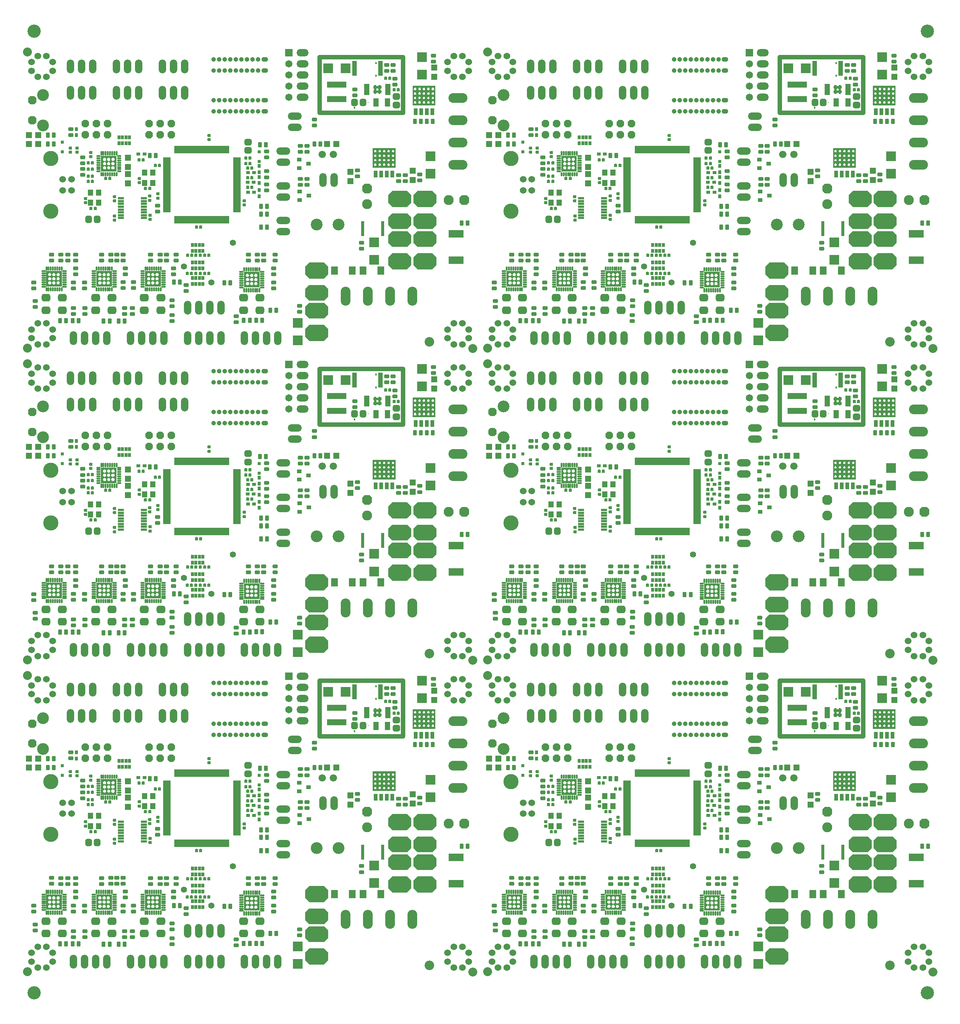
<source format=gts>
%FSLAX24Y24*%
%MOIN*%
G70*
G01*
G75*
G04 Layer_Color=8388736*
%ADD10C,0.0070*%
G04:AMPARAMS|DCode=11|XSize=78.7mil|YSize=78.7mil|CornerRadius=39.4mil|HoleSize=0mil|Usage=FLASHONLY|Rotation=90.000|XOffset=0mil|YOffset=0mil|HoleType=Round|Shape=RoundedRectangle|*
%AMROUNDEDRECTD11*
21,1,0.0787,0.0000,0,0,90.0*
21,1,0.0000,0.0787,0,0,90.0*
1,1,0.0787,0.0000,0.0000*
1,1,0.0787,0.0000,0.0000*
1,1,0.0787,0.0000,0.0000*
1,1,0.0787,0.0000,0.0000*
%
%ADD11ROUNDEDRECTD11*%
%ADD12C,0.0100*%
%ADD13C,0.0650*%
%ADD14R,0.1970X0.1700*%
%ADD15R,0.0280X0.0560*%
%ADD16R,0.0600X0.0120*%
%ADD17R,0.0120X0.0600*%
G04:AMPARAMS|DCode=18|XSize=11mil|YSize=31.5mil|CornerRadius=4.4mil|HoleSize=0mil|Usage=FLASHONLY|Rotation=180.000|XOffset=0mil|YOffset=0mil|HoleType=Round|Shape=RoundedRectangle|*
%AMROUNDEDRECTD18*
21,1,0.0110,0.0227,0,0,180.0*
21,1,0.0022,0.0315,0,0,180.0*
1,1,0.0088,-0.0011,0.0113*
1,1,0.0088,0.0011,0.0113*
1,1,0.0088,0.0011,-0.0113*
1,1,0.0088,-0.0011,-0.0113*
%
%ADD18ROUNDEDRECTD18*%
G04:AMPARAMS|DCode=19|XSize=11mil|YSize=31.5mil|CornerRadius=4.4mil|HoleSize=0mil|Usage=FLASHONLY|Rotation=270.000|XOffset=0mil|YOffset=0mil|HoleType=Round|Shape=RoundedRectangle|*
%AMROUNDEDRECTD19*
21,1,0.0110,0.0227,0,0,270.0*
21,1,0.0022,0.0315,0,0,270.0*
1,1,0.0088,-0.0113,-0.0011*
1,1,0.0088,-0.0113,0.0011*
1,1,0.0088,0.0113,0.0011*
1,1,0.0088,0.0113,-0.0011*
%
%ADD19ROUNDEDRECTD19*%
%ADD20R,0.1370X0.1370*%
%ADD21R,0.1370X0.1370*%
%ADD22R,0.0236X0.1319*%
G04:AMPARAMS|DCode=23|XSize=40mil|YSize=40mil|CornerRadius=20mil|HoleSize=0mil|Usage=FLASHONLY|Rotation=0.000|XOffset=0mil|YOffset=0mil|HoleType=Round|Shape=RoundedRectangle|*
%AMROUNDEDRECTD23*
21,1,0.0400,0.0000,0,0,0.0*
21,1,0.0000,0.0400,0,0,0.0*
1,1,0.0400,0.0000,0.0000*
1,1,0.0400,0.0000,0.0000*
1,1,0.0400,0.0000,0.0000*
1,1,0.0400,0.0000,0.0000*
%
%ADD23ROUNDEDRECTD23*%
%ADD24R,0.0480X0.0480*%
%ADD25R,0.0480X0.0480*%
%ADD26R,0.0420X0.0520*%
%ADD27R,0.0354X0.1299*%
%ADD28R,0.0240X0.0240*%
%ADD29R,0.1260X0.0630*%
%ADD30R,0.0360X0.0320*%
%ADD31R,0.0280X0.0200*%
%ADD32R,0.0200X0.0280*%
%ADD33R,0.0790X0.0790*%
%ADD34R,0.0790X0.0790*%
%ADD35R,0.0500X0.0150*%
G04:AMPARAMS|DCode=36|XSize=63mil|YSize=71mil|CornerRadius=15.8mil|HoleSize=0mil|Usage=FLASHONLY|Rotation=270.000|XOffset=0mil|YOffset=0mil|HoleType=Round|Shape=RoundedRectangle|*
%AMROUNDEDRECTD36*
21,1,0.0630,0.0395,0,0,270.0*
21,1,0.0315,0.0710,0,0,270.0*
1,1,0.0315,-0.0198,-0.0158*
1,1,0.0315,-0.0198,0.0158*
1,1,0.0315,0.0198,0.0158*
1,1,0.0315,0.0198,-0.0158*
%
%ADD36ROUNDEDRECTD36*%
G04:AMPARAMS|DCode=37|XSize=29.1mil|YSize=39.4mil|CornerRadius=5.8mil|HoleSize=0mil|Usage=FLASHONLY|Rotation=90.000|XOffset=0mil|YOffset=0mil|HoleType=Round|Shape=RoundedRectangle|*
%AMROUNDEDRECTD37*
21,1,0.0291,0.0277,0,0,90.0*
21,1,0.0175,0.0394,0,0,90.0*
1,1,0.0117,0.0139,0.0087*
1,1,0.0117,0.0139,-0.0087*
1,1,0.0117,-0.0139,-0.0087*
1,1,0.0117,-0.0139,0.0087*
%
%ADD37ROUNDEDRECTD37*%
G04:AMPARAMS|DCode=38|XSize=29.1mil|YSize=39.4mil|CornerRadius=5.8mil|HoleSize=0mil|Usage=FLASHONLY|Rotation=180.000|XOffset=0mil|YOffset=0mil|HoleType=Round|Shape=RoundedRectangle|*
%AMROUNDEDRECTD38*
21,1,0.0291,0.0277,0,0,180.0*
21,1,0.0175,0.0394,0,0,180.0*
1,1,0.0117,-0.0087,0.0139*
1,1,0.0117,0.0087,0.0139*
1,1,0.0117,0.0087,-0.0139*
1,1,0.0117,-0.0087,-0.0139*
%
%ADD38ROUNDEDRECTD38*%
G04:AMPARAMS|DCode=39|XSize=22mil|YSize=24mil|CornerRadius=4.4mil|HoleSize=0mil|Usage=FLASHONLY|Rotation=0.000|XOffset=0mil|YOffset=0mil|HoleType=Round|Shape=RoundedRectangle|*
%AMROUNDEDRECTD39*
21,1,0.0220,0.0152,0,0,0.0*
21,1,0.0132,0.0240,0,0,0.0*
1,1,0.0088,0.0066,-0.0076*
1,1,0.0088,-0.0066,-0.0076*
1,1,0.0088,-0.0066,0.0076*
1,1,0.0088,0.0066,0.0076*
%
%ADD39ROUNDEDRECTD39*%
G04:AMPARAMS|DCode=40|XSize=22mil|YSize=24mil|CornerRadius=4.4mil|HoleSize=0mil|Usage=FLASHONLY|Rotation=270.000|XOffset=0mil|YOffset=0mil|HoleType=Round|Shape=RoundedRectangle|*
%AMROUNDEDRECTD40*
21,1,0.0220,0.0152,0,0,270.0*
21,1,0.0132,0.0240,0,0,270.0*
1,1,0.0088,-0.0076,-0.0066*
1,1,0.0088,-0.0076,0.0066*
1,1,0.0088,0.0076,0.0066*
1,1,0.0088,0.0076,-0.0066*
%
%ADD40ROUNDEDRECTD40*%
%ADD41R,0.0543X0.0709*%
%ADD42R,0.0200X0.0260*%
%ADD43R,0.0433X0.0669*%
G04:AMPARAMS|DCode=44|XSize=52mil|YSize=60mil|CornerRadius=13mil|HoleSize=0mil|Usage=FLASHONLY|Rotation=180.000|XOffset=0mil|YOffset=0mil|HoleType=Round|Shape=RoundedRectangle|*
%AMROUNDEDRECTD44*
21,1,0.0520,0.0340,0,0,180.0*
21,1,0.0260,0.0600,0,0,180.0*
1,1,0.0260,-0.0130,0.0170*
1,1,0.0260,0.0130,0.0170*
1,1,0.0260,0.0130,-0.0170*
1,1,0.0260,-0.0130,-0.0170*
%
%ADD44ROUNDEDRECTD44*%
G04:AMPARAMS|DCode=45|XSize=52mil|YSize=60mil|CornerRadius=13mil|HoleSize=0mil|Usage=FLASHONLY|Rotation=270.000|XOffset=0mil|YOffset=0mil|HoleType=Round|Shape=RoundedRectangle|*
%AMROUNDEDRECTD45*
21,1,0.0520,0.0340,0,0,270.0*
21,1,0.0260,0.0600,0,0,270.0*
1,1,0.0260,-0.0170,-0.0130*
1,1,0.0260,-0.0170,0.0130*
1,1,0.0260,0.0170,0.0130*
1,1,0.0260,0.0170,-0.0130*
%
%ADD45ROUNDEDRECTD45*%
%ADD46R,0.1673X0.0465*%
G04:AMPARAMS|DCode=47|XSize=50mil|YSize=50mil|CornerRadius=25mil|HoleSize=0mil|Usage=FLASHONLY|Rotation=90.000|XOffset=0mil|YOffset=0mil|HoleType=Round|Shape=RoundedRectangle|*
%AMROUNDEDRECTD47*
21,1,0.0500,0.0000,0,0,90.0*
21,1,0.0000,0.0500,0,0,90.0*
1,1,0.0500,0.0000,0.0000*
1,1,0.0500,0.0000,0.0000*
1,1,0.0500,0.0000,0.0000*
1,1,0.0500,0.0000,0.0000*
%
%ADD47ROUNDEDRECTD47*%
%ADD48C,0.0600*%
G04:AMPARAMS|DCode=49|XSize=105mil|YSize=105mil|CornerRadius=26.3mil|HoleSize=0mil|Usage=FLASHONLY|Rotation=180.000|XOffset=0mil|YOffset=0mil|HoleType=Round|Shape=RoundedRectangle|*
%AMROUNDEDRECTD49*
21,1,0.1050,0.0525,0,0,180.0*
21,1,0.0525,0.1050,0,0,180.0*
1,1,0.0525,-0.0263,0.0263*
1,1,0.0525,0.0263,0.0263*
1,1,0.0525,0.0263,-0.0263*
1,1,0.0525,-0.0263,-0.0263*
%
%ADD49ROUNDEDRECTD49*%
%ADD50R,0.0402X0.0118*%
%ADD51C,0.0500*%
%ADD52C,0.0240*%
%ADD53C,0.0080*%
%ADD54C,0.0200*%
%ADD55C,0.0320*%
%ADD56C,0.0120*%
%ADD57C,0.0600*%
%ADD58C,0.0400*%
%ADD59C,0.0250*%
%ADD60C,0.0160*%
%ADD61R,0.1299X0.1063*%
%ADD62R,0.1575X0.0984*%
%ADD63R,0.1929X0.1457*%
%ADD64R,0.0551X0.0472*%
%ADD65O,0.0540X0.0360*%
%ADD66C,0.0360*%
%ADD67O,0.0600X0.1200*%
%ADD68P,0.0758X8X292.5*%
%ADD69C,0.1000*%
%ADD70O,0.1200X0.0600*%
%ADD71O,0.1024X0.0591*%
%ADD72C,0.0591*%
%ADD73R,0.0591X0.0591*%
%ADD74C,0.1305*%
%ADD75C,0.0540*%
%ADD76O,0.1650X0.0825*%
%ADD77O,0.0825X0.1650*%
%ADD78P,0.0909X8X112.5*%
%ADD79C,0.0840*%
%ADD80P,0.0909X8X22.5*%
G04:AMPARAMS|DCode=81|XSize=133.9mil|YSize=200mil|CornerRadius=0mil|HoleSize=0mil|Usage=FLASHONLY|Rotation=270.000|XOffset=0mil|YOffset=0mil|HoleType=Round|Shape=Octagon|*
%AMOCTAGOND81*
4,1,8,0.1000,0.0335,0.1000,-0.0335,0.0665,-0.0669,-0.0665,-0.0669,-0.1000,-0.0335,-0.1000,0.0335,-0.0665,0.0669,0.0665,0.0669,0.1000,0.0335,0.0*
%
%ADD81OCTAGOND81*%

G04:AMPARAMS|DCode=82|XSize=140mil|YSize=200mil|CornerRadius=0mil|HoleSize=0mil|Usage=FLASHONLY|Rotation=270.000|XOffset=0mil|YOffset=0mil|HoleType=Round|Shape=Octagon|*
%AMOCTAGOND82*
4,1,8,0.1000,0.0350,0.1000,-0.0350,0.0650,-0.0700,-0.0650,-0.0700,-0.1000,-0.0350,-0.1000,0.0350,-0.0650,0.0700,0.0650,0.0700,0.1000,0.0350,0.0*
%
%ADD82OCTAGOND82*%

%ADD83P,0.0671X8X22.5*%
%ADD84C,0.0800*%
%ADD85C,0.0300*%
%ADD86C,0.0500*%
%ADD87C,0.0400*%
%ADD88C,0.0320*%
%ADD89C,0.1581*%
%ADD90C,0.0460*%
G04:AMPARAMS|DCode=91|XSize=82mil|YSize=82mil|CornerRadius=0mil|HoleSize=0mil|Usage=FLASHONLY|Rotation=0.000|XOffset=0mil|YOffset=0mil|HoleType=Round|Shape=Relief|Width=10mil|Gap=10mil|Entries=4|*
%AMTHD91*
7,0,0,0.0820,0.0620,0.0100,45*
%
%ADD91THD91*%
%ADD92C,0.0640*%
G04:AMPARAMS|DCode=93|XSize=100mil|YSize=100mil|CornerRadius=0mil|HoleSize=0mil|Usage=FLASHONLY|Rotation=0.000|XOffset=0mil|YOffset=0mil|HoleType=Round|Shape=Relief|Width=10mil|Gap=10mil|Entries=4|*
%AMTHD93*
7,0,0,0.1000,0.0800,0.0100,45*
%
%ADD93THD93*%
%ADD94C,0.0830*%
%ADD95C,0.0594*%
G04:AMPARAMS|DCode=96|XSize=95.433mil|YSize=95.433mil|CornerRadius=0mil|HoleSize=0mil|Usage=FLASHONLY|Rotation=0.000|XOffset=0mil|YOffset=0mil|HoleType=Round|Shape=Relief|Width=10mil|Gap=10mil|Entries=4|*
%AMTHD96*
7,0,0,0.0954,0.0754,0.0100,45*
%
%ADD96THD96*%
%ADD97C,0.1110*%
G04:AMPARAMS|DCode=98|XSize=98mil|YSize=98mil|CornerRadius=0mil|HoleSize=0mil|Usage=FLASHONLY|Rotation=0.000|XOffset=0mil|YOffset=0mil|HoleType=Round|Shape=Relief|Width=10mil|Gap=10mil|Entries=4|*
%AMTHD98*
7,0,0,0.0980,0.0780,0.0100,45*
%
%ADD98THD98*%
%ADD99C,0.0620*%
%ADD100C,0.0790*%
G04:AMPARAMS|DCode=101|XSize=115mil|YSize=115mil|CornerRadius=0mil|HoleSize=0mil|Usage=FLASHONLY|Rotation=0.000|XOffset=0mil|YOffset=0mil|HoleType=Round|Shape=Relief|Width=10mil|Gap=10mil|Entries=4|*
%AMTHD101*
7,0,0,0.1150,0.0950,0.0100,45*
%
%ADD101THD101*%
%ADD102C,0.1240*%
%ADD103C,0.0390*%
%ADD104C,0.1421*%
%ADD105C,0.0520*%
%ADD106C,0.1400*%
%ADD107C,0.0800*%
%ADD108C,0.1040*%
%ADD109C,0.1300*%
%ADD110R,0.4094X0.4331*%
%ADD111R,0.3425X0.4284*%
%ADD112R,0.3583X0.4284*%
%ADD113R,0.3622X0.4331*%
G04:AMPARAMS|DCode=114|XSize=46mil|YSize=63mil|CornerRadius=11.5mil|HoleSize=0mil|Usage=FLASHONLY|Rotation=270.000|XOffset=0mil|YOffset=0mil|HoleType=Round|Shape=RoundedRectangle|*
%AMROUNDEDRECTD114*
21,1,0.0460,0.0400,0,0,270.0*
21,1,0.0230,0.0630,0,0,270.0*
1,1,0.0230,-0.0200,-0.0115*
1,1,0.0230,-0.0200,0.0115*
1,1,0.0230,0.0200,0.0115*
1,1,0.0230,0.0200,-0.0115*
%
%ADD114ROUNDEDRECTD114*%
G04:AMPARAMS|DCode=115|XSize=50mil|YSize=50mil|CornerRadius=25mil|HoleSize=0mil|Usage=FLASHONLY|Rotation=0.000|XOffset=0mil|YOffset=0mil|HoleType=Round|Shape=RoundedRectangle|*
%AMROUNDEDRECTD115*
21,1,0.0500,0.0000,0,0,0.0*
21,1,0.0000,0.0500,0,0,0.0*
1,1,0.0500,0.0000,0.0000*
1,1,0.0500,0.0000,0.0000*
1,1,0.0500,0.0000,0.0000*
1,1,0.0500,0.0000,0.0000*
%
%ADD115ROUNDEDRECTD115*%
%ADD116C,0.0098*%
%ADD117C,0.0050*%
%ADD118C,0.0000*%
%ADD119C,0.0060*%
%ADD120C,0.0079*%
%ADD121C,0.0040*%
%ADD122R,0.0120X0.0059*%
%ADD123R,0.0120X0.0060*%
%ADD124R,0.0120X0.0119*%
%ADD125R,0.0059X0.0120*%
%ADD126R,0.0060X0.0120*%
%ADD127R,0.0119X0.0120*%
%ADD128R,0.2450X0.0492*%
%ADD129R,0.0879X0.0295*%
%ADD130R,0.0295X0.0879*%
%ADD131R,0.1950X0.1680*%
%ADD132R,0.0260X0.0540*%
%ADD133R,0.0580X0.0100*%
%ADD134R,0.0100X0.0580*%
G04:AMPARAMS|DCode=135|XSize=9mil|YSize=29.5mil|CornerRadius=3.4mil|HoleSize=0mil|Usage=FLASHONLY|Rotation=180.000|XOffset=0mil|YOffset=0mil|HoleType=Round|Shape=RoundedRectangle|*
%AMROUNDEDRECTD135*
21,1,0.0090,0.0227,0,0,180.0*
21,1,0.0022,0.0295,0,0,180.0*
1,1,0.0068,-0.0011,0.0113*
1,1,0.0068,0.0011,0.0113*
1,1,0.0068,0.0011,-0.0113*
1,1,0.0068,-0.0011,-0.0113*
%
%ADD135ROUNDEDRECTD135*%
G04:AMPARAMS|DCode=136|XSize=9mil|YSize=29.5mil|CornerRadius=3.4mil|HoleSize=0mil|Usage=FLASHONLY|Rotation=270.000|XOffset=0mil|YOffset=0mil|HoleType=Round|Shape=RoundedRectangle|*
%AMROUNDEDRECTD136*
21,1,0.0090,0.0227,0,0,270.0*
21,1,0.0022,0.0295,0,0,270.0*
1,1,0.0068,-0.0113,-0.0011*
1,1,0.0068,-0.0113,0.0011*
1,1,0.0068,0.0113,0.0011*
1,1,0.0068,0.0113,-0.0011*
%
%ADD136ROUNDEDRECTD136*%
%ADD137R,0.0216X0.1299*%
%ADD138R,0.0460X0.0460*%
%ADD139R,0.0460X0.0460*%
%ADD140R,0.0400X0.0500*%
%ADD141R,0.0334X0.1279*%
%ADD142R,0.0220X0.0220*%
%ADD143R,0.1240X0.0610*%
%ADD144R,0.0340X0.0300*%
%ADD145R,0.0260X0.0180*%
%ADD146R,0.0180X0.0260*%
%ADD147R,0.0770X0.0770*%
%ADD148R,0.0770X0.0770*%
%ADD149R,0.0480X0.0130*%
G04:AMPARAMS|DCode=150|XSize=61mil|YSize=69mil|CornerRadius=14.8mil|HoleSize=0mil|Usage=FLASHONLY|Rotation=270.000|XOffset=0mil|YOffset=0mil|HoleType=Round|Shape=RoundedRectangle|*
%AMROUNDEDRECTD150*
21,1,0.0610,0.0395,0,0,270.0*
21,1,0.0315,0.0690,0,0,270.0*
1,1,0.0295,-0.0198,-0.0158*
1,1,0.0295,-0.0198,0.0158*
1,1,0.0295,0.0198,0.0158*
1,1,0.0295,0.0198,-0.0158*
%
%ADD150ROUNDEDRECTD150*%
G04:AMPARAMS|DCode=151|XSize=27.1mil|YSize=37.4mil|CornerRadius=4.8mil|HoleSize=0mil|Usage=FLASHONLY|Rotation=90.000|XOffset=0mil|YOffset=0mil|HoleType=Round|Shape=RoundedRectangle|*
%AMROUNDEDRECTD151*
21,1,0.0271,0.0277,0,0,90.0*
21,1,0.0175,0.0374,0,0,90.0*
1,1,0.0097,0.0139,0.0087*
1,1,0.0097,0.0139,-0.0087*
1,1,0.0097,-0.0139,-0.0087*
1,1,0.0097,-0.0139,0.0087*
%
%ADD151ROUNDEDRECTD151*%
G04:AMPARAMS|DCode=152|XSize=27.1mil|YSize=37.4mil|CornerRadius=4.8mil|HoleSize=0mil|Usage=FLASHONLY|Rotation=180.000|XOffset=0mil|YOffset=0mil|HoleType=Round|Shape=RoundedRectangle|*
%AMROUNDEDRECTD152*
21,1,0.0271,0.0277,0,0,180.0*
21,1,0.0175,0.0374,0,0,180.0*
1,1,0.0097,-0.0087,0.0139*
1,1,0.0097,0.0087,0.0139*
1,1,0.0097,0.0087,-0.0139*
1,1,0.0097,-0.0087,-0.0139*
%
%ADD152ROUNDEDRECTD152*%
G04:AMPARAMS|DCode=153|XSize=20mil|YSize=22mil|CornerRadius=3.4mil|HoleSize=0mil|Usage=FLASHONLY|Rotation=0.000|XOffset=0mil|YOffset=0mil|HoleType=Round|Shape=RoundedRectangle|*
%AMROUNDEDRECTD153*
21,1,0.0200,0.0152,0,0,0.0*
21,1,0.0132,0.0220,0,0,0.0*
1,1,0.0068,0.0066,-0.0076*
1,1,0.0068,-0.0066,-0.0076*
1,1,0.0068,-0.0066,0.0076*
1,1,0.0068,0.0066,0.0076*
%
%ADD153ROUNDEDRECTD153*%
G04:AMPARAMS|DCode=154|XSize=20mil|YSize=22mil|CornerRadius=3.4mil|HoleSize=0mil|Usage=FLASHONLY|Rotation=270.000|XOffset=0mil|YOffset=0mil|HoleType=Round|Shape=RoundedRectangle|*
%AMROUNDEDRECTD154*
21,1,0.0200,0.0152,0,0,270.0*
21,1,0.0132,0.0220,0,0,270.0*
1,1,0.0068,-0.0076,-0.0066*
1,1,0.0068,-0.0076,0.0066*
1,1,0.0068,0.0076,0.0066*
1,1,0.0068,0.0076,-0.0066*
%
%ADD154ROUNDEDRECTD154*%
%ADD155R,0.0523X0.0689*%
%ADD156R,0.0180X0.0240*%
%ADD157R,0.0413X0.0649*%
G04:AMPARAMS|DCode=158|XSize=50mil|YSize=58mil|CornerRadius=12mil|HoleSize=0mil|Usage=FLASHONLY|Rotation=180.000|XOffset=0mil|YOffset=0mil|HoleType=Round|Shape=RoundedRectangle|*
%AMROUNDEDRECTD158*
21,1,0.0500,0.0340,0,0,180.0*
21,1,0.0260,0.0580,0,0,180.0*
1,1,0.0240,-0.0130,0.0170*
1,1,0.0240,0.0130,0.0170*
1,1,0.0240,0.0130,-0.0170*
1,1,0.0240,-0.0130,-0.0170*
%
%ADD158ROUNDEDRECTD158*%
G04:AMPARAMS|DCode=159|XSize=50mil|YSize=58mil|CornerRadius=12mil|HoleSize=0mil|Usage=FLASHONLY|Rotation=270.000|XOffset=0mil|YOffset=0mil|HoleType=Round|Shape=RoundedRectangle|*
%AMROUNDEDRECTD159*
21,1,0.0500,0.0340,0,0,270.0*
21,1,0.0260,0.0580,0,0,270.0*
1,1,0.0240,-0.0170,-0.0130*
1,1,0.0240,-0.0170,0.0130*
1,1,0.0240,0.0170,0.0130*
1,1,0.0240,0.0170,-0.0130*
%
%ADD159ROUNDEDRECTD159*%
%ADD160R,0.1653X0.0445*%
G04:AMPARAMS|DCode=161|XSize=48mil|YSize=48mil|CornerRadius=24mil|HoleSize=0mil|Usage=FLASHONLY|Rotation=90.000|XOffset=0mil|YOffset=0mil|HoleType=Round|Shape=RoundedRectangle|*
%AMROUNDEDRECTD161*
21,1,0.0480,0.0000,0,0,90.0*
21,1,0.0000,0.0480,0,0,90.0*
1,1,0.0480,0.0000,0.0000*
1,1,0.0480,0.0000,0.0000*
1,1,0.0480,0.0000,0.0000*
1,1,0.0480,0.0000,0.0000*
%
%ADD161ROUNDEDRECTD161*%
G04:AMPARAMS|DCode=162|XSize=103mil|YSize=103mil|CornerRadius=25.3mil|HoleSize=0mil|Usage=FLASHONLY|Rotation=180.000|XOffset=0mil|YOffset=0mil|HoleType=Round|Shape=RoundedRectangle|*
%AMROUNDEDRECTD162*
21,1,0.1030,0.0525,0,0,180.0*
21,1,0.0525,0.1030,0,0,180.0*
1,1,0.0505,-0.0263,0.0263*
1,1,0.0505,0.0263,0.0263*
1,1,0.0505,0.0263,-0.0263*
1,1,0.0505,-0.0263,-0.0263*
%
%ADD162ROUNDEDRECTD162*%
%ADD163R,0.0382X0.0098*%
%ADD164C,0.0150*%
%ADD165C,0.0394*%
%ADD166R,0.0460X0.0130*%
%ADD167R,0.0530X0.0170*%
G04:AMPARAMS|DCode=168|XSize=118.7mil|YSize=118.7mil|CornerRadius=59.4mil|HoleSize=0mil|Usage=FLASHONLY|Rotation=90.000|XOffset=0mil|YOffset=0mil|HoleType=Round|Shape=RoundedRectangle|*
%AMROUNDEDRECTD168*
21,1,0.1187,0.0000,0,0,90.0*
21,1,0.0000,0.1187,0,0,90.0*
1,1,0.1187,0.0000,0.0000*
1,1,0.1187,0.0000,0.0000*
1,1,0.1187,0.0000,0.0000*
1,1,0.1187,0.0000,0.0000*
%
%ADD168ROUNDEDRECTD168*%
%ADD169R,0.0340X0.0620*%
%ADD170R,0.0680X0.0200*%
%ADD171R,0.0200X0.0680*%
G04:AMPARAMS|DCode=172|XSize=15mil|YSize=35.4mil|CornerRadius=6.4mil|HoleSize=0mil|Usage=FLASHONLY|Rotation=180.000|XOffset=0mil|YOffset=0mil|HoleType=Round|Shape=RoundedRectangle|*
%AMROUNDEDRECTD172*
21,1,0.0150,0.0227,0,0,180.0*
21,1,0.0022,0.0354,0,0,180.0*
1,1,0.0128,-0.0011,0.0113*
1,1,0.0128,0.0011,0.0113*
1,1,0.0128,0.0011,-0.0113*
1,1,0.0128,-0.0011,-0.0113*
%
%ADD172ROUNDEDRECTD172*%
G04:AMPARAMS|DCode=173|XSize=15mil|YSize=35.4mil|CornerRadius=6.4mil|HoleSize=0mil|Usage=FLASHONLY|Rotation=270.000|XOffset=0mil|YOffset=0mil|HoleType=Round|Shape=RoundedRectangle|*
%AMROUNDEDRECTD173*
21,1,0.0150,0.0227,0,0,270.0*
21,1,0.0022,0.0354,0,0,270.0*
1,1,0.0128,-0.0113,-0.0011*
1,1,0.0128,-0.0113,0.0011*
1,1,0.0128,0.0113,0.0011*
1,1,0.0128,0.0113,-0.0011*
%
%ADD173ROUNDEDRECTD173*%
%ADD174R,0.0296X0.1379*%
G04:AMPARAMS|DCode=175|XSize=80mil|YSize=80mil|CornerRadius=40mil|HoleSize=0mil|Usage=FLASHONLY|Rotation=0.000|XOffset=0mil|YOffset=0mil|HoleType=Round|Shape=RoundedRectangle|*
%AMROUNDEDRECTD175*
21,1,0.0800,0.0000,0,0,0.0*
21,1,0.0000,0.0800,0,0,0.0*
1,1,0.0800,0.0000,0.0000*
1,1,0.0800,0.0000,0.0000*
1,1,0.0800,0.0000,0.0000*
1,1,0.0800,0.0000,0.0000*
%
%ADD175ROUNDEDRECTD175*%
%ADD176R,0.0540X0.0540*%
%ADD177R,0.0540X0.0540*%
%ADD178R,0.0480X0.0580*%
%ADD179R,0.0414X0.1359*%
%ADD180R,0.0300X0.0300*%
%ADD181R,0.1320X0.0690*%
%ADD182R,0.0420X0.0380*%
%ADD183R,0.0340X0.0260*%
%ADD184R,0.0260X0.0340*%
%ADD185R,0.0850X0.0850*%
%ADD186R,0.0850X0.0850*%
%ADD187R,0.0560X0.0210*%
G04:AMPARAMS|DCode=188|XSize=69mil|YSize=77mil|CornerRadius=18.8mil|HoleSize=0mil|Usage=FLASHONLY|Rotation=270.000|XOffset=0mil|YOffset=0mil|HoleType=Round|Shape=RoundedRectangle|*
%AMROUNDEDRECTD188*
21,1,0.0690,0.0395,0,0,270.0*
21,1,0.0315,0.0770,0,0,270.0*
1,1,0.0375,-0.0198,-0.0158*
1,1,0.0375,-0.0198,0.0158*
1,1,0.0375,0.0198,0.0158*
1,1,0.0375,0.0198,-0.0158*
%
%ADD188ROUNDEDRECTD188*%
G04:AMPARAMS|DCode=189|XSize=35.1mil|YSize=45.4mil|CornerRadius=8.8mil|HoleSize=0mil|Usage=FLASHONLY|Rotation=90.000|XOffset=0mil|YOffset=0mil|HoleType=Round|Shape=RoundedRectangle|*
%AMROUNDEDRECTD189*
21,1,0.0351,0.0277,0,0,90.0*
21,1,0.0175,0.0454,0,0,90.0*
1,1,0.0177,0.0139,0.0087*
1,1,0.0177,0.0139,-0.0087*
1,1,0.0177,-0.0139,-0.0087*
1,1,0.0177,-0.0139,0.0087*
%
%ADD189ROUNDEDRECTD189*%
G04:AMPARAMS|DCode=190|XSize=35.1mil|YSize=45.4mil|CornerRadius=8.8mil|HoleSize=0mil|Usage=FLASHONLY|Rotation=180.000|XOffset=0mil|YOffset=0mil|HoleType=Round|Shape=RoundedRectangle|*
%AMROUNDEDRECTD190*
21,1,0.0351,0.0277,0,0,180.0*
21,1,0.0175,0.0454,0,0,180.0*
1,1,0.0177,-0.0087,0.0139*
1,1,0.0177,0.0087,0.0139*
1,1,0.0177,0.0087,-0.0139*
1,1,0.0177,-0.0087,-0.0139*
%
%ADD190ROUNDEDRECTD190*%
G04:AMPARAMS|DCode=191|XSize=28mil|YSize=30mil|CornerRadius=7.4mil|HoleSize=0mil|Usage=FLASHONLY|Rotation=0.000|XOffset=0mil|YOffset=0mil|HoleType=Round|Shape=RoundedRectangle|*
%AMROUNDEDRECTD191*
21,1,0.0280,0.0152,0,0,0.0*
21,1,0.0132,0.0300,0,0,0.0*
1,1,0.0148,0.0066,-0.0076*
1,1,0.0148,-0.0066,-0.0076*
1,1,0.0148,-0.0066,0.0076*
1,1,0.0148,0.0066,0.0076*
%
%ADD191ROUNDEDRECTD191*%
G04:AMPARAMS|DCode=192|XSize=28mil|YSize=30mil|CornerRadius=7.4mil|HoleSize=0mil|Usage=FLASHONLY|Rotation=270.000|XOffset=0mil|YOffset=0mil|HoleType=Round|Shape=RoundedRectangle|*
%AMROUNDEDRECTD192*
21,1,0.0280,0.0152,0,0,270.0*
21,1,0.0132,0.0300,0,0,270.0*
1,1,0.0148,-0.0076,-0.0066*
1,1,0.0148,-0.0076,0.0066*
1,1,0.0148,0.0076,0.0066*
1,1,0.0148,0.0076,-0.0066*
%
%ADD192ROUNDEDRECTD192*%
%ADD193R,0.0603X0.0769*%
%ADD194R,0.0260X0.0320*%
%ADD195R,0.0493X0.0729*%
G04:AMPARAMS|DCode=196|XSize=58mil|YSize=66mil|CornerRadius=16mil|HoleSize=0mil|Usage=FLASHONLY|Rotation=180.000|XOffset=0mil|YOffset=0mil|HoleType=Round|Shape=RoundedRectangle|*
%AMROUNDEDRECTD196*
21,1,0.0580,0.0340,0,0,180.0*
21,1,0.0260,0.0660,0,0,180.0*
1,1,0.0320,-0.0130,0.0170*
1,1,0.0320,0.0130,0.0170*
1,1,0.0320,0.0130,-0.0170*
1,1,0.0320,-0.0130,-0.0170*
%
%ADD196ROUNDEDRECTD196*%
G04:AMPARAMS|DCode=197|XSize=58mil|YSize=66mil|CornerRadius=16mil|HoleSize=0mil|Usage=FLASHONLY|Rotation=270.000|XOffset=0mil|YOffset=0mil|HoleType=Round|Shape=RoundedRectangle|*
%AMROUNDEDRECTD197*
21,1,0.0580,0.0340,0,0,270.0*
21,1,0.0260,0.0660,0,0,270.0*
1,1,0.0320,-0.0170,-0.0130*
1,1,0.0320,-0.0170,0.0130*
1,1,0.0320,0.0170,0.0130*
1,1,0.0320,0.0170,-0.0130*
%
%ADD197ROUNDEDRECTD197*%
%ADD198R,0.1733X0.0525*%
G04:AMPARAMS|DCode=199|XSize=56mil|YSize=56mil|CornerRadius=28mil|HoleSize=0mil|Usage=FLASHONLY|Rotation=90.000|XOffset=0mil|YOffset=0mil|HoleType=Round|Shape=RoundedRectangle|*
%AMROUNDEDRECTD199*
21,1,0.0560,0.0000,0,0,90.0*
21,1,0.0000,0.0560,0,0,90.0*
1,1,0.0560,0.0000,0.0000*
1,1,0.0560,0.0000,0.0000*
1,1,0.0560,0.0000,0.0000*
1,1,0.0560,0.0000,0.0000*
%
%ADD199ROUNDEDRECTD199*%
%ADD200R,0.0482X0.0198*%
%ADD201O,0.0600X0.0420*%
%ADD202C,0.0420*%
%ADD203O,0.0660X0.1260*%
%ADD204P,0.0823X8X292.5*%
%ADD205C,0.1060*%
%ADD206O,0.1260X0.0660*%
%ADD207O,0.1084X0.0651*%
%ADD208C,0.0651*%
%ADD209R,0.0651X0.0651*%
%ADD210C,0.1365*%
%ADD211O,0.1710X0.0885*%
%ADD212O,0.0885X0.1710*%
%ADD213P,0.0974X8X112.5*%
%ADD214C,0.0900*%
%ADD215P,0.0974X8X22.5*%
G04:AMPARAMS|DCode=216|XSize=139.9mil|YSize=206mil|CornerRadius=0mil|HoleSize=0mil|Usage=FLASHONLY|Rotation=270.000|XOffset=0mil|YOffset=0mil|HoleType=Round|Shape=Octagon|*
%AMOCTAGOND216*
4,1,8,0.1030,0.0350,0.1030,-0.0350,0.0680,-0.0699,-0.0680,-0.0699,-0.1030,-0.0350,-0.1030,0.0350,-0.0680,0.0699,0.0680,0.0699,0.1030,0.0350,0.0*
%
%ADD216OCTAGOND216*%

G04:AMPARAMS|DCode=217|XSize=146mil|YSize=206mil|CornerRadius=0mil|HoleSize=0mil|Usage=FLASHONLY|Rotation=270.000|XOffset=0mil|YOffset=0mil|HoleType=Round|Shape=Octagon|*
%AMOCTAGOND217*
4,1,8,0.1030,0.0365,0.1030,-0.0365,0.0665,-0.0730,-0.0665,-0.0730,-0.1030,-0.0365,-0.1030,0.0365,-0.0665,0.0730,0.0665,0.0730,0.1030,0.0365,0.0*
%
%ADD217OCTAGOND217*%

%ADD218P,0.0736X8X22.5*%
%ADD219C,0.0660*%
%ADD220C,0.0860*%
%ADD221C,0.0180*%
%ADD222C,0.0080*%
G36*
X24446Y18030D02*
X24108D01*
X24108Y18123D01*
Y18030D01*
X23738D01*
X23738Y18118D01*
Y18030D01*
X23039D01*
Y19427D01*
X23738D01*
X23738Y19339D01*
Y19427D01*
X24118D01*
X24118Y19369D01*
Y19427D01*
X24446D01*
Y18030D01*
D02*
G37*
G36*
X20467Y29448D02*
Y29069D01*
X20379Y29069D01*
X20467D01*
Y28689D01*
X20409Y28688D01*
X20467D01*
Y28360D01*
X19070D01*
Y28698D01*
X19163Y28698D01*
X19070D01*
Y29069D01*
X19158Y29069D01*
X19070D01*
Y29448D01*
Y29767D01*
X20467D01*
Y29448D01*
D02*
G37*
G36*
X20060Y18030D02*
X19722D01*
X19722Y18123D01*
Y18030D01*
X19352D01*
X19352Y18118D01*
Y18030D01*
X18653D01*
Y19427D01*
X19352D01*
X19352Y19339D01*
Y19427D01*
X19732D01*
X19732Y19369D01*
Y19427D01*
X20060D01*
Y18030D01*
D02*
G37*
G36*
X33327Y17961D02*
X32988D01*
X32988Y18054D01*
Y17961D01*
X32618D01*
X32618Y18049D01*
Y17961D01*
X31919D01*
Y19359D01*
X32618D01*
X32618Y19270D01*
Y19359D01*
X32998D01*
X32998Y19300D01*
Y19359D01*
X33327D01*
Y17961D01*
D02*
G37*
G36*
X15551Y18030D02*
X15213D01*
X15213Y18123D01*
Y18030D01*
X14843D01*
X14843Y18118D01*
Y18030D01*
X14144D01*
Y19427D01*
X14843D01*
X14843Y19339D01*
Y19427D01*
X15222D01*
X15223Y19369D01*
Y19427D01*
X15551D01*
Y18030D01*
D02*
G37*
G36*
X49134Y35758D02*
Y35364D01*
Y34961D01*
Y34567D01*
Y34291D01*
X47087D01*
Y34567D01*
Y34961D01*
Y35364D01*
Y35768D01*
Y36053D01*
X49134D01*
Y35758D01*
D02*
G37*
G36*
X44199Y36118D02*
X44205Y36087D01*
X44223Y36061D01*
X44249Y36044D01*
X44280Y36038D01*
Y35834D01*
X44253Y35829D01*
X44230Y35813D01*
X44215Y35791D01*
X44209Y35764D01*
X44211D01*
Y35724D01*
X44200D01*
X44199Y35715D01*
X44205Y35684D01*
X44223Y35658D01*
X44249Y35640D01*
X44280Y35634D01*
Y35441D01*
X44249Y35434D01*
X44223Y35417D01*
X44205Y35391D01*
X44199Y35360D01*
X44201D01*
Y35341D01*
X44026D01*
X44018Y35379D01*
X43996Y35412D01*
X43964Y35433D01*
X43925Y35441D01*
Y35439D01*
X43906Y35441D01*
X43867Y35433D01*
X43835Y35412D01*
X43813Y35379D01*
X43805Y35341D01*
X43630D01*
X43631Y35350D01*
X43625Y35381D01*
X43608Y35407D01*
X43582Y35425D01*
X43551Y35431D01*
Y35634D01*
X43578Y35640D01*
X43601Y35655D01*
X43616Y35678D01*
X43621Y35705D01*
X43620D01*
Y35744D01*
X43631D01*
X43631Y35754D01*
X43625Y35785D01*
X43608Y35811D01*
X43582Y35828D01*
X43551Y35834D01*
Y36028D01*
X43582Y36034D01*
X43608Y36051D01*
X43625Y36078D01*
X43631Y36108D01*
X43630D01*
Y36128D01*
X43805D01*
X43813Y36090D01*
X43835Y36057D01*
X43867Y36035D01*
X43906Y36028D01*
Y36030D01*
X43925Y36028D01*
X43964Y36035D01*
X43996Y36057D01*
X44018Y36090D01*
X44026Y36128D01*
X44201D01*
X44199Y36118D01*
D02*
G37*
G36*
X45551Y30167D02*
Y29774D01*
Y29370D01*
Y28976D01*
Y28701D01*
X43504D01*
Y28976D01*
Y29370D01*
Y29774D01*
Y30177D01*
Y30463D01*
X45551D01*
Y30167D01*
D02*
G37*
%LPC*%
G36*
X24113Y19252D02*
X24056Y19240D01*
X24008Y19208D01*
X23976Y19160D01*
X23966Y19109D01*
X23966Y19109D01*
X23965Y19104D01*
X23976Y19047D01*
X24008Y18999D01*
X24056Y18967D01*
X24108Y18957D01*
Y18957D01*
X24108D01*
X24108Y18959D01*
X24108Y18957D01*
X24113Y18956D01*
X24169Y18967D01*
X24217Y18999D01*
X24249Y19047D01*
X24260Y19099D01*
X24260Y19099D01*
X24261Y19104D01*
X24249Y19160D01*
X24217Y19208D01*
X24169Y19240D01*
X24118Y19251D01*
Y19251D01*
X24118D01*
X24118Y19249D01*
Y19251D01*
X24113Y19252D01*
D02*
G37*
G36*
X19727D02*
X19670Y19240D01*
X19622Y19208D01*
X19590Y19160D01*
X19580Y19109D01*
X19580Y19109D01*
X19579Y19104D01*
X19590Y19047D01*
X19622Y18999D01*
X19670Y18967D01*
X19722Y18957D01*
Y18957D01*
X19722D01*
X19722Y18959D01*
X19722Y18957D01*
X19727Y18956D01*
X19783Y18967D01*
X19831Y18999D01*
X19863Y19047D01*
X19873Y19099D01*
X19873Y19099D01*
X19875Y19104D01*
X19863Y19160D01*
X19831Y19208D01*
X19783Y19240D01*
X19732Y19251D01*
Y19251D01*
X19732D01*
X19732Y19249D01*
Y19251D01*
X19727Y19252D01*
D02*
G37*
G36*
X19352Y19251D02*
X19297Y19240D01*
X19251Y19210D01*
X19220Y19163D01*
X19209Y19109D01*
X19209Y19109D01*
X19212Y19109D01*
X19209Y19099D01*
X19209Y19099D01*
X19220Y19044D01*
X19251Y18998D01*
X19297Y18967D01*
X19352Y18956D01*
X19352Y18956D01*
D01*
X19352D01*
Y18959D01*
X19352Y18956D01*
X19352D01*
X19352Y18956D01*
X19406Y18967D01*
X19453Y18998D01*
X19483Y19044D01*
X19494Y19099D01*
X19494Y19099D01*
X19493Y19099D01*
X19495Y19104D01*
X19483Y19160D01*
X19451Y19208D01*
X19403Y19240D01*
X19352Y19251D01*
X19352Y19249D01*
Y19251D01*
X19352Y19251D01*
D02*
G37*
G36*
X14842D02*
X14788Y19240D01*
X14742Y19210D01*
X14711Y19163D01*
X14700Y19109D01*
X14700Y19109D01*
X14703Y19109D01*
X14700Y19099D01*
X14700Y19099D01*
X14711Y19044D01*
X14742Y18998D01*
X14788Y18967D01*
X14842Y18956D01*
X14843Y18956D01*
D01*
X14843D01*
Y18959D01*
X14843Y18956D01*
X14843D01*
X14843Y18956D01*
X14897Y18967D01*
X14943Y18998D01*
X14974Y19044D01*
X14985Y19099D01*
X14985Y19099D01*
X14984Y19099D01*
X14985Y19104D01*
X14974Y19160D01*
X14942Y19208D01*
X14894Y19240D01*
X14843Y19251D01*
X14843Y19249D01*
Y19251D01*
X14842Y19251D01*
D02*
G37*
G36*
X23738Y18871D02*
X23738Y18869D01*
X23728Y18870D01*
X23680Y18861D01*
X23635Y18831D01*
X23606Y18786D01*
X23595Y18734D01*
X23596Y18729D01*
X23596Y18729D01*
X23595Y18724D01*
X23606Y18671D01*
X23635Y18626D01*
X23680Y18596D01*
X23733Y18586D01*
X23738Y18587D01*
Y18587D01*
X23738Y18587D01*
Y18589D01*
X23738Y18587D01*
X23743Y18586D01*
X23796Y18596D01*
X23840Y18626D01*
X23870Y18671D01*
X23880Y18719D01*
X23880Y18719D01*
X23881Y18724D01*
X23869Y18780D01*
X23837Y18828D01*
X23789Y18860D01*
X23738Y18871D01*
D02*
G37*
G36*
X32993Y19183D02*
X32936Y19171D01*
X32889Y19139D01*
X32856Y19091D01*
X32846Y19040D01*
X32846Y19040D01*
X32845Y19035D01*
X32856Y18978D01*
X32889Y18930D01*
X32936Y18898D01*
X32988Y18888D01*
Y18888D01*
X32988D01*
X32988Y18890D01*
X32988Y18888D01*
X32993Y18887D01*
X33050Y18898D01*
X33098Y18930D01*
X33130Y18978D01*
X33140Y19030D01*
X33140Y19030D01*
X33141Y19035D01*
X33130Y19091D01*
X33098Y19139D01*
X33050Y19171D01*
X32998Y19182D01*
Y19182D01*
X32998D01*
X32998Y19180D01*
Y19182D01*
X32993Y19183D01*
D02*
G37*
G36*
X15217Y19252D02*
X15161Y19240D01*
X15113Y19208D01*
X15081Y19160D01*
X15071Y19109D01*
X15071Y19109D01*
X15070Y19104D01*
X15081Y19047D01*
X15113Y18999D01*
X15161Y18967D01*
X15212Y18957D01*
Y18957D01*
X15212D01*
X15213Y18959D01*
X15213Y18957D01*
X15218Y18956D01*
X15274Y18967D01*
X15322Y18999D01*
X15354Y19047D01*
X15364Y19099D01*
X15364Y19099D01*
X15365Y19104D01*
X15354Y19160D01*
X15322Y19208D01*
X15274Y19240D01*
X15223Y19251D01*
Y19251D01*
X15223D01*
X15223Y19249D01*
Y19251D01*
X15217Y19252D01*
D02*
G37*
G36*
X32618Y19182D02*
X32563Y19172D01*
X32517Y19141D01*
X32486Y19094D01*
X32475Y19040D01*
X32475Y19040D01*
X32478Y19040D01*
X32475Y19030D01*
X32475Y19030D01*
X32486Y18975D01*
X32517Y18929D01*
X32563Y18898D01*
X32618Y18887D01*
X32618Y18887D01*
D01*
X32618D01*
Y18890D01*
X32618Y18887D01*
X32618D01*
X32618Y18887D01*
X32673Y18898D01*
X32719Y18929D01*
X32750Y18975D01*
X32761Y19030D01*
X32761Y19030D01*
X32760Y19030D01*
X32761Y19035D01*
X32750Y19091D01*
X32718Y19139D01*
X32670Y19171D01*
X32618Y19182D01*
X32618Y19180D01*
Y19182D01*
X32618Y19182D01*
D02*
G37*
G36*
X19394Y28831D02*
X19388Y28830D01*
X19389Y28830D01*
X19383Y28831D01*
X19335Y28821D01*
X19293Y28794D01*
X19266Y28752D01*
X19257Y28709D01*
X19259Y28709D01*
Y28698D01*
X19256D01*
X19256Y28698D01*
X19267Y28644D01*
X19298Y28598D01*
X19344Y28567D01*
X19398Y28556D01*
X19399Y28556D01*
X19398Y28557D01*
X19404Y28556D01*
X19452Y28566D01*
X19494Y28593D01*
X19521Y28635D01*
X19530Y28678D01*
X19528Y28679D01*
Y28699D01*
X19584D01*
X19530Y28699D01*
X19521Y28746D01*
X19491Y28791D01*
X19446Y28821D01*
X19394Y28831D01*
D02*
G37*
G36*
X20143Y28841D02*
X20087Y28830D01*
X20039Y28798D01*
X20007Y28750D01*
X19997Y28699D01*
X19997D01*
Y28699D01*
X19999Y28698D01*
X19997Y28699D01*
X19996Y28693D01*
X20007Y28637D01*
X20039Y28589D01*
X20087Y28557D01*
X20138Y28547D01*
X20138Y28547D01*
X20144Y28546D01*
X20200Y28557D01*
X20248Y28589D01*
X20280Y28637D01*
X20290Y28688D01*
X20290D01*
Y28688D01*
X20289Y28688D01*
X20290D01*
X20291Y28694D01*
X20280Y28750D01*
X20248Y28798D01*
X20200Y28830D01*
X20149Y28840D01*
X20149Y28840D01*
X20143Y28841D01*
D02*
G37*
G36*
X43730Y29087D02*
X43692Y29079D01*
X43659Y29057D01*
X43638Y29025D01*
X43630Y28986D01*
X43632Y28976D01*
X43620D01*
Y28976D01*
X43628Y28934D01*
X43652Y28898D01*
X43688Y28874D01*
X43730Y28866D01*
X43773Y28874D01*
X43808Y28898D01*
X43832Y28934D01*
X43841Y28976D01*
X43839D01*
Y28976D01*
X43819D01*
Y28996D01*
X43821D01*
X43814Y29031D01*
X43794Y29060D01*
X43765Y29080D01*
X43730Y29086D01*
Y29087D01*
D02*
G37*
G36*
X19774Y28831D02*
X19768Y28830D01*
X19769Y28830D01*
X19763Y28831D01*
X19715Y28821D01*
X19673Y28794D01*
X19646Y28752D01*
X19637Y28709D01*
X19639Y28709D01*
Y28698D01*
X19638D01*
X19636Y28688D01*
X19646Y28638D01*
X19675Y28595D01*
X19718Y28566D01*
X19768Y28556D01*
X19769Y28556D01*
X19769Y28556D01*
X19769Y28556D01*
X19823Y28567D01*
X19869Y28598D01*
X19900Y28644D01*
X19911Y28698D01*
X19911Y28699D01*
X19908Y28698D01*
X19952Y28699D01*
X19910Y28699D01*
X19901Y28746D01*
X19871Y28791D01*
X19826Y28821D01*
X19774Y28831D01*
D02*
G37*
G36*
X23358Y19368D02*
X23358Y19251D01*
X23306Y19240D01*
X23258Y19208D01*
X23226Y19160D01*
X23215Y19104D01*
X23216Y19099D01*
X23216Y19099D01*
X23226Y19051D01*
X23255Y19006D01*
X23300Y18976D01*
X23353Y18966D01*
X23358Y18967D01*
Y18967D01*
X23358Y18967D01*
D01*
D01*
X23363Y18966D01*
X23416Y18976D01*
X23460Y19006D01*
X23490Y19051D01*
X23500Y19099D01*
X23500Y19099D01*
X23501Y19104D01*
X23489Y19160D01*
X23457Y19208D01*
X23409Y19240D01*
X23358Y19251D01*
X23358Y19249D01*
Y19368D01*
D02*
G37*
G36*
X32238Y19300D02*
X32238Y19182D01*
X32186Y19171D01*
X32139Y19139D01*
X32106Y19091D01*
X32095Y19035D01*
X32096Y19030D01*
X32096Y19030D01*
X32106Y18982D01*
X32136Y18937D01*
X32180Y18907D01*
X32233Y18897D01*
X32238Y18898D01*
Y18898D01*
X32238Y18898D01*
D01*
D01*
X32243Y18897D01*
X32296Y18907D01*
X32341Y18937D01*
X32370Y18982D01*
X32380Y19030D01*
X32380Y19030D01*
X32381Y19035D01*
X32370Y19091D01*
X32338Y19139D01*
X32290Y19171D01*
X32238Y19182D01*
X32238Y19180D01*
Y19300D01*
D02*
G37*
G36*
X23738Y19251D02*
X23683Y19240D01*
X23637Y19210D01*
X23606Y19163D01*
X23595Y19109D01*
X23595Y19109D01*
X23598Y19109D01*
X23595Y19099D01*
X23595Y19099D01*
X23606Y19044D01*
X23637Y18998D01*
X23683Y18967D01*
X23738Y18956D01*
X23738Y18956D01*
D01*
X23738D01*
Y18959D01*
X23738Y18956D01*
X23738D01*
X23738Y18956D01*
X23792Y18967D01*
X23839Y18998D01*
X23870Y19044D01*
X23881Y19099D01*
X23881Y19099D01*
X23880Y19099D01*
X23881Y19104D01*
X23869Y19160D01*
X23837Y19208D01*
X23789Y19240D01*
X23738Y19251D01*
X23738Y19249D01*
Y19251D01*
X23738Y19251D01*
D02*
G37*
G36*
X18972Y19368D02*
X18972Y19251D01*
X18920Y19240D01*
X18872Y19208D01*
X18840Y19160D01*
X18829Y19104D01*
X18830Y19099D01*
X18830Y19099D01*
X18839Y19051D01*
X18869Y19006D01*
X18914Y18976D01*
X18967Y18966D01*
X18972Y18967D01*
Y18967D01*
X18972Y18967D01*
D01*
D01*
X18977Y18966D01*
X19029Y18976D01*
X19074Y19006D01*
X19104Y19051D01*
X19113Y19099D01*
X19113Y19099D01*
X19115Y19104D01*
X19103Y19160D01*
X19071Y19208D01*
X19023Y19240D01*
X18972Y19251D01*
X18972Y19249D01*
Y19368D01*
D02*
G37*
G36*
X14463D02*
X14462Y19251D01*
X14411Y19240D01*
X14363Y19208D01*
X14331Y19160D01*
X14320Y19104D01*
X14321Y19099D01*
X14321Y19099D01*
X14330Y19051D01*
X14360Y19006D01*
X14405Y18976D01*
X14457Y18966D01*
X14462Y18967D01*
Y18967D01*
X14463Y18967D01*
D01*
D01*
X14468Y18966D01*
X14520Y18976D01*
X14565Y19006D01*
X14595Y19051D01*
X14604Y19099D01*
X14604Y19099D01*
X14605Y19104D01*
X14594Y19160D01*
X14562Y19208D01*
X14514Y19240D01*
X14463Y19251D01*
X14463Y19249D01*
Y19368D01*
D02*
G37*
G36*
X24108Y18544D02*
X24108Y18490D01*
X24060Y18481D01*
X24015Y18451D01*
X23986Y18406D01*
X23975Y18354D01*
X23976Y18349D01*
X23976Y18349D01*
X23975Y18344D01*
X23985Y18295D01*
X24013Y18253D01*
X24054Y18226D01*
X24098Y18217D01*
X24098Y18219D01*
X24108D01*
Y18216D01*
X24108Y18216D01*
X24162Y18227D01*
X24209Y18258D01*
X24240Y18304D01*
X24251Y18359D01*
X24251Y18359D01*
X24249Y18359D01*
X24250Y18364D01*
X24241Y18412D01*
X24213Y18454D01*
X24172Y18481D01*
X24128Y18490D01*
X24128Y18489D01*
X24108D01*
Y18544D01*
D02*
G37*
G36*
X19722D02*
X19722Y18490D01*
X19674Y18481D01*
X19629Y18451D01*
X19599Y18406D01*
X19589Y18354D01*
X19590Y18349D01*
X19590Y18349D01*
X19589Y18344D01*
X19599Y18295D01*
X19626Y18253D01*
X19668Y18226D01*
X19712Y18217D01*
X19712Y18219D01*
X19722D01*
Y18216D01*
X19722Y18216D01*
X19776Y18227D01*
X19823Y18258D01*
X19853Y18304D01*
X19864Y18359D01*
X19864Y18359D01*
X19863Y18359D01*
X19864Y18364D01*
X19854Y18412D01*
X19827Y18454D01*
X19785Y18481D01*
X19742Y18490D01*
X19742Y18489D01*
X19722D01*
Y18544D01*
D02*
G37*
G36*
X32238Y18474D02*
X32238Y18432D01*
X32186Y18421D01*
X32139Y18389D01*
X32106Y18341D01*
X32095Y18285D01*
X32096Y18280D01*
X32095Y18280D01*
X32095Y18280D01*
X32106Y18225D01*
X32137Y18179D01*
X32183Y18148D01*
X32238Y18137D01*
X32238Y18137D01*
Y18140D01*
X32238Y18137D01*
X32238D01*
Y18137D01*
X32238Y18137D01*
X32297Y18148D01*
X32346Y18182D01*
X32379Y18231D01*
X32391Y18290D01*
X32391Y18290D01*
X32391D01*
X32391Y18290D01*
X32380Y18344D01*
X32349Y18391D01*
X32303Y18422D01*
X32248Y18433D01*
X32238Y18431D01*
X32238Y18430D01*
X32238Y18431D01*
X32238Y18431D01*
X32238Y18474D01*
D02*
G37*
G36*
X18972Y18543D02*
X18972Y18501D01*
X18920Y18490D01*
X18872Y18458D01*
X18840Y18410D01*
X18829Y18354D01*
X18830Y18349D01*
X18829Y18349D01*
X18829Y18349D01*
X18840Y18294D01*
X18871Y18248D01*
X18917Y18217D01*
X18972Y18206D01*
X18972Y18206D01*
Y18209D01*
X18972Y18206D01*
X18972D01*
Y18206D01*
X18972Y18206D01*
X19030Y18217D01*
X19080Y18250D01*
X19113Y18300D01*
X19125Y18359D01*
X19125Y18359D01*
X19124D01*
X19124Y18359D01*
X19113Y18413D01*
X19082Y18460D01*
X19036Y18491D01*
X18981Y18502D01*
X18972Y18500D01*
X18972Y18499D01*
X18972Y18500D01*
X18972Y18500D01*
X18972Y18543D01*
D02*
G37*
G36*
X14462D02*
X14462Y18501D01*
X14411Y18490D01*
X14363Y18458D01*
X14331Y18410D01*
X14320Y18354D01*
X14321Y18349D01*
X14320Y18349D01*
X14320Y18349D01*
X14331Y18294D01*
X14362Y18248D01*
X14408Y18217D01*
X14462Y18206D01*
X14463Y18206D01*
Y18209D01*
X14463Y18206D01*
X14463D01*
Y18206D01*
X14463Y18206D01*
X14521Y18217D01*
X14571Y18250D01*
X14604Y18300D01*
X14615Y18359D01*
X14615Y18359D01*
X14615D01*
X14615Y18359D01*
X14604Y18413D01*
X14573Y18460D01*
X14527Y18491D01*
X14472Y18502D01*
X14463Y18500D01*
X14463Y18499D01*
X14462Y18500D01*
X14463Y18500D01*
X14462Y18543D01*
D02*
G37*
G36*
X15212Y18544D02*
X15212Y18490D01*
X15165Y18481D01*
X15120Y18451D01*
X15090Y18406D01*
X15080Y18354D01*
X15081Y18349D01*
X15081Y18349D01*
X15080Y18344D01*
X15090Y18295D01*
X15117Y18253D01*
X15159Y18226D01*
X15202Y18217D01*
X15203Y18219D01*
X15213D01*
Y18216D01*
X15213Y18216D01*
X15267Y18227D01*
X15313Y18258D01*
X15344Y18304D01*
X15355Y18359D01*
X15355Y18359D01*
X15354Y18359D01*
X15355Y18364D01*
X15345Y18412D01*
X15318Y18454D01*
X15276Y18481D01*
X15233Y18490D01*
X15233Y18489D01*
X15212D01*
Y18544D01*
D02*
G37*
G36*
X32988Y18475D02*
X32988Y18421D01*
X32940Y18412D01*
X32896Y18382D01*
X32866Y18337D01*
X32855Y18285D01*
X32856Y18280D01*
X32857Y18280D01*
X32856Y18275D01*
X32865Y18226D01*
X32893Y18184D01*
X32934Y18157D01*
X32978Y18148D01*
X32978Y18150D01*
X32988D01*
Y18147D01*
X32988Y18147D01*
X33043Y18158D01*
X33089Y18189D01*
X33120Y18235D01*
X33131Y18290D01*
X33131Y18290D01*
X33130Y18290D01*
X33131Y18295D01*
X33121Y18344D01*
X33093Y18385D01*
X33052Y18413D01*
X33008Y18421D01*
X33008Y18420D01*
X32988D01*
Y18475D01*
D02*
G37*
G36*
X32618Y18432D02*
X32563Y18422D01*
X32517Y18391D01*
X32486Y18344D01*
X32475Y18290D01*
X32475Y18290D01*
X32478Y18290D01*
X32475Y18280D01*
X32475Y18280D01*
X32486Y18225D01*
X32517Y18179D01*
X32563Y18148D01*
X32618Y18137D01*
X32618Y18137D01*
D01*
X32618D01*
Y18140D01*
X32618Y18137D01*
X32618D01*
X32618Y18137D01*
X32673Y18148D01*
X32719Y18179D01*
X32750Y18225D01*
X32761Y18280D01*
X32761Y18280D01*
X32760Y18280D01*
X32761Y18285D01*
X32750Y18341D01*
X32718Y18389D01*
X32670Y18421D01*
X32618Y18432D01*
X32618Y18430D01*
X32618Y18432D01*
X32618Y18432D01*
D02*
G37*
G36*
X14842Y18501D02*
X14788Y18490D01*
X14742Y18460D01*
X14711Y18413D01*
X14700Y18359D01*
X14700Y18359D01*
X14703Y18359D01*
X14700Y18349D01*
X14700Y18349D01*
X14711Y18294D01*
X14742Y18248D01*
X14788Y18217D01*
X14842Y18206D01*
X14843Y18206D01*
D01*
X14843D01*
Y18209D01*
X14843Y18206D01*
X14843D01*
X14843Y18206D01*
X14897Y18217D01*
X14943Y18248D01*
X14974Y18294D01*
X14985Y18349D01*
X14985Y18349D01*
X14984Y18349D01*
X14985Y18354D01*
X14974Y18410D01*
X14942Y18458D01*
X14894Y18490D01*
X14843Y18501D01*
X14843Y18499D01*
X14843Y18501D01*
X14842Y18501D01*
D02*
G37*
G36*
X23738D02*
X23683Y18490D01*
X23637Y18460D01*
X23606Y18413D01*
X23595Y18359D01*
X23595Y18359D01*
X23598Y18359D01*
X23595Y18349D01*
X23595Y18349D01*
X23606Y18294D01*
X23637Y18248D01*
X23683Y18217D01*
X23738Y18206D01*
X23738Y18206D01*
D01*
X23738D01*
Y18209D01*
X23738Y18206D01*
X23738D01*
X23738Y18206D01*
X23792Y18217D01*
X23839Y18248D01*
X23870Y18294D01*
X23881Y18349D01*
X23881Y18349D01*
X23880Y18349D01*
X23881Y18354D01*
X23869Y18410D01*
X23837Y18458D01*
X23789Y18490D01*
X23738Y18501D01*
X23738Y18499D01*
X23738Y18501D01*
X23738Y18501D01*
D02*
G37*
G36*
X19352D02*
X19297Y18490D01*
X19251Y18460D01*
X19220Y18413D01*
X19209Y18359D01*
X19209Y18359D01*
X19212Y18359D01*
X19209Y18349D01*
X19209Y18349D01*
X19220Y18294D01*
X19251Y18248D01*
X19297Y18217D01*
X19352Y18206D01*
X19352Y18206D01*
D01*
X19352D01*
Y18209D01*
X19352Y18206D01*
X19352D01*
X19352Y18206D01*
X19406Y18217D01*
X19453Y18248D01*
X19483Y18294D01*
X19494Y18349D01*
X19494Y18349D01*
X19493Y18349D01*
X19495Y18354D01*
X19483Y18410D01*
X19451Y18458D01*
X19403Y18490D01*
X19352Y18501D01*
X19352Y18499D01*
X19352Y18501D01*
X19352Y18501D01*
D02*
G37*
G36*
X23358Y18543D02*
X23358Y18501D01*
X23306Y18490D01*
X23258Y18458D01*
X23226Y18410D01*
X23215Y18354D01*
X23216Y18349D01*
X23215Y18349D01*
X23215Y18349D01*
X23226Y18294D01*
X23257Y18248D01*
X23303Y18217D01*
X23358Y18206D01*
X23358Y18206D01*
Y18209D01*
X23358Y18206D01*
X23358D01*
Y18206D01*
X23358Y18206D01*
X23416Y18217D01*
X23466Y18250D01*
X23499Y18300D01*
X23511Y18359D01*
X23511Y18359D01*
X23511D01*
X23511Y18359D01*
X23500Y18413D01*
X23469Y18460D01*
X23422Y18491D01*
X23367Y18502D01*
X23358Y18500D01*
X23358Y18499D01*
X23358Y18500D01*
X23358Y18500D01*
X23358Y18543D01*
D02*
G37*
G36*
X14843Y18871D02*
X14843Y18869D01*
X14832Y18870D01*
X14785Y18861D01*
X14740Y18831D01*
X14710Y18786D01*
X14700Y18734D01*
X14701Y18729D01*
X14701Y18729D01*
X14700Y18724D01*
X14710Y18671D01*
X14740Y18626D01*
X14785Y18596D01*
X14838Y18586D01*
X14842Y18587D01*
Y18587D01*
X14843Y18587D01*
Y18589D01*
X14843Y18587D01*
X14848Y18586D01*
X14900Y18596D01*
X14945Y18626D01*
X14975Y18671D01*
X14984Y18719D01*
X14984Y18719D01*
X14985Y18724D01*
X14974Y18780D01*
X14942Y18828D01*
X14894Y18860D01*
X14843Y18871D01*
D02*
G37*
G36*
X14473Y18871D02*
X14473Y18871D01*
X14473Y18869D01*
X14463D01*
X14463Y18871D01*
X14462Y18871D01*
X14408Y18860D01*
X14362Y18830D01*
X14331Y18783D01*
X14320Y18729D01*
X14320Y18729D01*
Y18729D01*
Y18729D01*
Y18729D01*
X14320Y18729D01*
X14331Y18674D01*
X14362Y18628D01*
X14408Y18597D01*
X14462Y18586D01*
X14462Y18587D01*
X14463Y18587D01*
X14463Y18589D01*
X14463Y18587D01*
X14468Y18586D01*
X14524Y18597D01*
X14572Y18629D01*
X14604Y18677D01*
X14614Y18729D01*
X14615Y18729D01*
X14615Y18729D01*
X14604Y18783D01*
X14573Y18830D01*
X14527Y18860D01*
X14473Y18871D01*
D02*
G37*
G36*
X18982D02*
X18982Y18871D01*
X18982Y18869D01*
X18972D01*
X18972Y18871D01*
X18972Y18871D01*
X18917Y18860D01*
X18871Y18830D01*
X18840Y18783D01*
X18829Y18729D01*
X18829Y18729D01*
X18829Y18729D01*
X18840Y18674D01*
X18871Y18628D01*
X18917Y18597D01*
X18972Y18586D01*
X18972Y18587D01*
X18972Y18587D01*
X18972Y18589D01*
X18972Y18587D01*
X18977Y18586D01*
X19033Y18597D01*
X19081Y18629D01*
X19113Y18677D01*
X19124Y18729D01*
X19124Y18729D01*
X19124Y18729D01*
X19113Y18783D01*
X19083Y18830D01*
X19036Y18860D01*
X18982Y18871D01*
D02*
G37*
G36*
X23368D02*
X23368Y18871D01*
X23368Y18869D01*
X23358D01*
X23358Y18871D01*
X23358Y18871D01*
X23303Y18860D01*
X23257Y18830D01*
X23226Y18783D01*
X23215Y18729D01*
X23215Y18729D01*
X23215Y18729D01*
X23226Y18674D01*
X23257Y18628D01*
X23303Y18597D01*
X23358Y18586D01*
X23358Y18587D01*
X23358Y18587D01*
X23358Y18589D01*
X23358Y18587D01*
X23363Y18586D01*
X23419Y18597D01*
X23467Y18629D01*
X23499Y18677D01*
X23510Y18729D01*
X23511Y18729D01*
X23511Y18729D01*
X23500Y18783D01*
X23469Y18830D01*
X23422Y18860D01*
X23368Y18871D01*
D02*
G37*
G36*
X19352Y18871D02*
X19352Y18869D01*
X19342Y18870D01*
X19294Y18861D01*
X19249Y18831D01*
X19219Y18786D01*
X19209Y18734D01*
X19210Y18729D01*
X19210Y18729D01*
X19209Y18724D01*
X19219Y18671D01*
X19249Y18626D01*
X19294Y18596D01*
X19347Y18586D01*
X19352Y18587D01*
Y18587D01*
X19352Y18587D01*
Y18589D01*
X19352Y18587D01*
X19357Y18586D01*
X19409Y18596D01*
X19454Y18626D01*
X19484Y18671D01*
X19493Y18719D01*
X19493Y18719D01*
X19495Y18724D01*
X19483Y18780D01*
X19451Y18828D01*
X19403Y18860D01*
X19352Y18871D01*
D02*
G37*
G36*
X32618Y18802D02*
X32618Y18800D01*
X32608Y18801D01*
X32560Y18792D01*
X32516Y18762D01*
X32486Y18717D01*
X32475Y18665D01*
X32476Y18660D01*
X32476Y18660D01*
X32475Y18655D01*
X32486Y18602D01*
X32516Y18557D01*
X32561Y18527D01*
X32613Y18517D01*
X32618Y18518D01*
Y18518D01*
X32618Y18518D01*
Y18520D01*
X32618Y18518D01*
X32623Y18517D01*
X32676Y18527D01*
X32721Y18557D01*
X32750Y18602D01*
X32760Y18650D01*
X32760Y18650D01*
X32761Y18655D01*
X32750Y18711D01*
X32718Y18759D01*
X32670Y18791D01*
X32618Y18802D01*
D02*
G37*
G36*
X15212Y18912D02*
X15212Y18870D01*
X15165Y18861D01*
X15120Y18831D01*
X15090Y18786D01*
X15080Y18734D01*
X15081Y18729D01*
X15081Y18729D01*
X15080Y18724D01*
X15090Y18675D01*
X15117Y18633D01*
X15159Y18606D01*
X15202Y18597D01*
X15203Y18599D01*
X15213D01*
Y18598D01*
X15223Y18596D01*
X15273Y18606D01*
X15316Y18635D01*
X15345Y18678D01*
X15355Y18729D01*
X15355Y18729D01*
X15355Y18729D01*
X15355Y18729D01*
X15344Y18783D01*
X15313Y18830D01*
X15267Y18860D01*
X15213Y18871D01*
X15213Y18871D01*
X15213Y18869D01*
X15212Y18912D01*
D02*
G37*
G36*
X32988Y18843D02*
X32988Y18801D01*
X32940Y18792D01*
X32896Y18762D01*
X32866Y18717D01*
X32855Y18665D01*
X32856Y18660D01*
X32857Y18660D01*
X32856Y18655D01*
X32865Y18606D01*
X32893Y18564D01*
X32934Y18537D01*
X32978Y18528D01*
X32978Y18530D01*
X32988D01*
Y18529D01*
X32998Y18527D01*
X33049Y18537D01*
X33092Y18566D01*
X33121Y18609D01*
X33131Y18660D01*
X33131Y18660D01*
X33131Y18660D01*
X33131Y18660D01*
X33120Y18714D01*
X33089Y18761D01*
X33043Y18792D01*
X32988Y18802D01*
X32988Y18802D01*
X32988Y18800D01*
X32988Y18843D01*
D02*
G37*
G36*
X19722Y18912D02*
X19722Y18870D01*
X19674Y18861D01*
X19629Y18831D01*
X19599Y18786D01*
X19589Y18734D01*
X19590Y18729D01*
X19590Y18729D01*
X19589Y18724D01*
X19599Y18675D01*
X19626Y18633D01*
X19668Y18606D01*
X19712Y18597D01*
X19712Y18599D01*
X19722D01*
Y18598D01*
X19732Y18596D01*
X19782Y18606D01*
X19825Y18635D01*
X19854Y18678D01*
X19864Y18729D01*
X19864Y18729D01*
X19864Y18729D01*
X19864Y18729D01*
X19853Y18783D01*
X19823Y18830D01*
X19776Y18860D01*
X19722Y18871D01*
X19722Y18871D01*
X19722Y18869D01*
X19722Y18912D01*
D02*
G37*
G36*
X32248Y18802D02*
X32248Y18802D01*
X32248Y18800D01*
X32238D01*
X32238Y18802D01*
X32238Y18802D01*
X32183Y18792D01*
X32137Y18761D01*
X32106Y18714D01*
X32095Y18660D01*
X32095Y18660D01*
X32095Y18660D01*
X32106Y18605D01*
X32137Y18559D01*
X32183Y18528D01*
X32238Y18517D01*
X32238Y18518D01*
X32238Y18518D01*
X32238Y18520D01*
X32238Y18518D01*
X32243Y18517D01*
X32300Y18528D01*
X32348Y18560D01*
X32380Y18608D01*
X32390Y18660D01*
X32391Y18660D01*
X32391Y18660D01*
X32380Y18714D01*
X32349Y18761D01*
X32303Y18792D01*
X32248Y18802D01*
D02*
G37*
G36*
X24108Y18912D02*
X24108Y18870D01*
X24060Y18861D01*
X24015Y18831D01*
X23986Y18786D01*
X23975Y18734D01*
X23976Y18729D01*
X23976Y18729D01*
X23975Y18724D01*
X23985Y18675D01*
X24013Y18633D01*
X24054Y18606D01*
X24098Y18597D01*
X24098Y18599D01*
X24108D01*
Y18598D01*
X24118Y18596D01*
X24169Y18606D01*
X24212Y18635D01*
X24240Y18678D01*
X24250Y18729D01*
X24250Y18729D01*
X24251Y18729D01*
X24251Y18729D01*
X24240Y18783D01*
X24209Y18830D01*
X24162Y18860D01*
X24108Y18871D01*
X24108Y18871D01*
X24108Y18869D01*
X24108Y18912D01*
D02*
G37*
G36*
X44134Y29097D02*
X44092Y29088D01*
X44056Y29064D01*
X44032Y29028D01*
X44025Y28996D01*
X44026D01*
X44025Y28981D01*
X44026Y28976D01*
X44024D01*
X44024Y28967D01*
X44031Y28928D01*
X44053Y28896D01*
X44086Y28874D01*
X44124Y28866D01*
Y28866D01*
X44166Y28874D01*
X44202Y28898D01*
X44226Y28934D01*
X44234Y28976D01*
X44232D01*
Y28976D01*
X44222D01*
Y29006D01*
X44224D01*
X44217Y29040D01*
X44198Y29070D01*
X44168Y29089D01*
X44134Y29096D01*
Y29097D01*
D02*
G37*
G36*
X48110Y34677D02*
X48072Y34669D01*
X48039Y34648D01*
X48018Y34615D01*
X48012Y34586D01*
X48011Y34571D01*
X48012Y34567D01*
X48011D01*
X48010Y34557D01*
X48017Y34523D01*
X48037Y34493D01*
X48066Y34474D01*
X48100Y34467D01*
Y34469D01*
X48110Y34466D01*
X48152Y34475D01*
X48188Y34499D01*
X48212Y34535D01*
X48219Y34567D01*
X48209D01*
Y34577D01*
X48211D01*
X48203Y34615D01*
X48181Y34648D01*
X48149Y34669D01*
X48110Y34677D01*
D02*
G37*
G36*
X48907D02*
X48869Y34669D01*
X48837Y34648D01*
X48815Y34615D01*
X48807Y34577D01*
Y34577D01*
X48809D01*
X48809Y34569D01*
X48809Y34567D01*
X48808D01*
X48808Y34558D01*
X48815Y34519D01*
X48837Y34487D01*
X48870Y34465D01*
X48908Y34457D01*
Y34459D01*
X48910Y34464D01*
X48952Y34473D01*
X48988Y34497D01*
X49012Y34532D01*
X49019Y34567D01*
X49006D01*
Y34577D01*
X49008D01*
X49000Y34615D01*
X48978Y34648D01*
X48946Y34669D01*
X48907Y34677D01*
D02*
G37*
G36*
X48514D02*
X48475Y34669D01*
X48443Y34648D01*
X48421Y34615D01*
X48413Y34577D01*
X48415Y34567D01*
X48403D01*
Y34567D01*
X48412Y34525D01*
X48436Y34489D01*
X48472Y34465D01*
X48514Y34457D01*
Y34457D01*
X48552Y34464D01*
X48585Y34486D01*
X48606Y34519D01*
X48614Y34557D01*
X48612D01*
Y34567D01*
Y34577D01*
X48614D01*
X48606Y34615D01*
X48585Y34648D01*
X48552Y34669D01*
X48514Y34677D01*
D02*
G37*
G36*
X47717Y35081D02*
X47674Y35072D01*
X47638Y35049D01*
X47615Y35013D01*
X47608Y34982D01*
X47609Y34980D01*
X47608Y34970D01*
X47606D01*
X47614Y34932D01*
X47636Y34900D01*
X47668Y34878D01*
X47707Y34870D01*
Y34870D01*
X47748Y34878D01*
X47783Y34902D01*
X47807Y34937D01*
X47811Y34961D01*
X47805D01*
Y34990D01*
X47807D01*
X47800Y35025D01*
X47780Y35054D01*
X47751Y35074D01*
X47717Y35080D01*
Y35081D01*
D02*
G37*
G36*
X47313Y35071D02*
X47275Y35063D01*
X47242Y35041D01*
X47220Y35009D01*
X47213Y34970D01*
X47215Y34961D01*
X47206D01*
X47211Y34938D01*
X47235Y34902D01*
X47271Y34878D01*
X47313Y34870D01*
Y34870D01*
X47352Y34878D01*
X47385Y34900D01*
X47407Y34933D01*
X47412Y34961D01*
X47402D01*
Y34980D01*
X47403D01*
X47396Y35015D01*
X47377Y35044D01*
X47348Y35064D01*
X47313Y35071D01*
Y35071D01*
D02*
G37*
G36*
X48514D02*
X48475Y35063D01*
X48443Y35041D01*
X48421Y35009D01*
X48413Y34970D01*
X48415Y34961D01*
X48406D01*
X48411Y34932D01*
X48433Y34900D01*
X48466Y34878D01*
X48504Y34870D01*
Y34870D01*
X48547Y34878D01*
X48583Y34903D01*
X48608Y34939D01*
X48612Y34962D01*
Y34970D01*
X48614D01*
X48614Y34971D01*
X48606Y35009D01*
X48585Y35041D01*
X48552Y35063D01*
X48514Y35071D01*
D02*
G37*
G36*
X44528Y30288D02*
X44485Y30279D01*
X44450Y30255D01*
X44426Y30219D01*
X44422Y30200D01*
X44422Y30198D01*
X44421Y30185D01*
X44419D01*
X44428Y30143D01*
X44451Y30108D01*
X44486Y30085D01*
X44528Y30077D01*
Y30077D01*
X44567Y30085D01*
X44600Y30107D01*
X44622Y30140D01*
X44627Y30167D01*
X44626D01*
X44628Y30197D01*
X44621Y30231D01*
X44601Y30261D01*
X44572Y30280D01*
X44537Y30287D01*
Y30285D01*
X44528Y30288D01*
D02*
G37*
G36*
X44124Y30297D02*
Y30297D01*
X44086Y30290D01*
X44053Y30268D01*
X44031Y30235D01*
X44024Y30197D01*
X44026D01*
Y30189D01*
X44026Y30187D01*
X44026Y30177D01*
Y30177D01*
X44024D01*
X44031Y30139D01*
X44053Y30106D01*
X44086Y30084D01*
X44124Y30077D01*
Y30077D01*
X44165Y30085D01*
X44201Y30108D01*
X44224Y30143D01*
X44232Y30185D01*
X44230Y30208D01*
X44226Y30229D01*
X44202Y30265D01*
X44166Y30289D01*
X44124Y30297D01*
D02*
G37*
G36*
X43730Y30296D02*
Y30295D01*
X43728Y30290D01*
X43686Y30281D01*
X43650Y30257D01*
X43626Y30222D01*
X43622Y30200D01*
X43622D01*
Y30187D01*
X43620D01*
X43628Y30145D01*
X43652Y30109D01*
X43688Y30085D01*
X43730Y30077D01*
Y30077D01*
X43769Y30085D01*
X43802Y30107D01*
X43824Y30140D01*
X43832Y30177D01*
X43829D01*
X43830Y30196D01*
X43822Y30235D01*
X43801Y30267D01*
X43768Y30289D01*
X43730Y30296D01*
D02*
G37*
G36*
X47717Y34687D02*
X47674Y34679D01*
X47638Y34655D01*
X47615Y34619D01*
X47608Y34587D01*
X47608D01*
X47607Y34572D01*
X47608Y34567D01*
X47607D01*
X47606Y34557D01*
X47614Y34519D01*
X47636Y34486D01*
X47668Y34464D01*
X47707Y34457D01*
Y34457D01*
X47749Y34465D01*
X47785Y34489D01*
X47809Y34525D01*
X47817Y34567D01*
X47815D01*
Y34567D01*
X47805D01*
Y34596D01*
X47807D01*
X47800Y34631D01*
X47780Y34660D01*
X47751Y34680D01*
X47717Y34687D01*
Y34687D01*
D02*
G37*
G36*
X47313Y34677D02*
X47275Y34669D01*
X47242Y34648D01*
X47220Y34615D01*
X47213Y34577D01*
X47215Y34567D01*
X47203D01*
Y34567D01*
X47211Y34525D01*
X47235Y34489D01*
X47271Y34465D01*
X47313Y34457D01*
X47355Y34465D01*
X47391Y34489D01*
X47415Y34525D01*
X47423Y34567D01*
X47421D01*
Y34567D01*
X47402D01*
Y34587D01*
X47403D01*
X47396Y34621D01*
X47377Y34650D01*
X47348Y34670D01*
X47313Y34677D01*
Y34677D01*
D02*
G37*
G36*
X45325Y30297D02*
X45283Y30289D01*
X45247Y30265D01*
X45223Y30229D01*
X45215Y30192D01*
X45217Y30187D01*
X45217D01*
Y30176D01*
X45223Y30145D01*
X45247Y30109D01*
X45283Y30085D01*
X45325Y30077D01*
X45325Y30079D01*
Y30077D01*
X45366Y30085D01*
X45401Y30108D01*
X45425Y30143D01*
X45433Y30185D01*
X45431Y30208D01*
X45427Y30229D01*
X45403Y30265D01*
X45367Y30289D01*
X45325Y30297D01*
D02*
G37*
G36*
X48110Y35071D02*
X48072Y35063D01*
X48039Y35041D01*
X48018Y35009D01*
X48010Y34970D01*
X48012Y34961D01*
X48005D01*
X48010Y34937D01*
X48034Y34902D01*
X48069Y34878D01*
X48110Y34870D01*
Y34870D01*
X48149Y34878D01*
X48182Y34900D01*
X48205Y34933D01*
X48210Y34961D01*
X48209D01*
Y34970D01*
X48211D01*
X48203Y35009D01*
X48181Y35041D01*
X48149Y35063D01*
X48110Y35071D01*
D02*
G37*
G36*
X47312Y35887D02*
Y35885D01*
X47311Y35880D01*
X47269Y35872D01*
X47233Y35848D01*
X47209Y35812D01*
X47205Y35791D01*
D01*
Y35778D01*
X47203D01*
X47211Y35735D01*
X47235Y35700D01*
X47271Y35676D01*
X47313Y35667D01*
Y35667D01*
X47352Y35675D01*
X47385Y35697D01*
X47407Y35730D01*
X47414Y35768D01*
X47411D01*
X47413Y35787D01*
X47405Y35825D01*
X47383Y35858D01*
X47351Y35879D01*
X47312Y35887D01*
D02*
G37*
G36*
X48514Y35888D02*
X48472Y35880D01*
X48436Y35856D01*
X48412Y35820D01*
X48404Y35782D01*
X48406Y35778D01*
X48406Y35768D01*
Y35758D01*
X48411Y35729D01*
X48433Y35697D01*
X48466Y35675D01*
X48504Y35667D01*
Y35667D01*
X48547Y35676D01*
X48583Y35700D01*
X48608Y35736D01*
X48612Y35759D01*
X48614Y35787D01*
X48606Y35826D01*
X48585Y35858D01*
X48552Y35880D01*
X48514Y35888D01*
Y35888D01*
D02*
G37*
G36*
X43915Y35835D02*
X43877Y35827D01*
X43844Y35805D01*
X43823Y35773D01*
X43815Y35734D01*
X43817D01*
Y35725D01*
X43823Y35696D01*
X43844Y35663D01*
X43877Y35642D01*
X43915Y35634D01*
X43954Y35642D01*
X43986Y35663D01*
X44008Y35696D01*
X44016Y35734D01*
X44014D01*
Y35744D01*
X44008Y35773D01*
X43986Y35805D01*
X43954Y35827D01*
X43915Y35835D01*
D02*
G37*
G36*
X48907Y35888D02*
X48865Y35880D01*
X48829Y35856D01*
X48805Y35820D01*
X48798Y35782D01*
X48800Y35778D01*
X48799D01*
Y35767D01*
X48805Y35735D01*
X48829Y35700D01*
X48865Y35676D01*
X48907Y35667D01*
X48907Y35669D01*
Y35667D01*
X48949Y35675D01*
X48984Y35699D01*
X49008Y35734D01*
X49016Y35775D01*
X49014Y35799D01*
X49009Y35820D01*
X48986Y35856D01*
X48950Y35880D01*
X48907Y35888D01*
D02*
G37*
G36*
X48110Y35878D02*
X48068Y35870D01*
X48032Y35846D01*
X48008Y35810D01*
X48004Y35790D01*
X48005Y35789D01*
X48004Y35775D01*
X48002D01*
X48010Y35734D01*
X48034Y35699D01*
X48069Y35675D01*
X48110Y35667D01*
Y35667D01*
X48149Y35675D01*
X48182Y35697D01*
X48205Y35730D01*
X48210Y35758D01*
X48209D01*
X48210Y35787D01*
X48204Y35822D01*
X48184Y35851D01*
X48155Y35871D01*
X48120Y35878D01*
Y35876D01*
X48110Y35878D01*
D02*
G37*
G36*
X47707Y35888D02*
Y35888D01*
X47668Y35880D01*
X47636Y35858D01*
X47614Y35826D01*
X47606Y35787D01*
X47608D01*
Y35779D01*
X47609Y35778D01*
X47608Y35768D01*
Y35768D01*
X47606D01*
X47614Y35729D01*
X47636Y35697D01*
X47668Y35675D01*
X47707Y35667D01*
Y35667D01*
X47748Y35675D01*
X47783Y35699D01*
X47807Y35734D01*
X47815Y35775D01*
X47813Y35799D01*
X47809Y35820D01*
X47785Y35856D01*
X47749Y35880D01*
X47707Y35888D01*
D02*
G37*
G36*
X47313Y35474D02*
X47275Y35467D01*
X47242Y35445D01*
X47220Y35412D01*
X47213Y35374D01*
X47215Y35364D01*
X47204D01*
X47211Y35332D01*
X47235Y35296D01*
X47271Y35272D01*
X47313Y35264D01*
Y35264D01*
X47352Y35272D01*
X47385Y35294D01*
X47407Y35327D01*
X47414Y35364D01*
X47402D01*
Y35384D01*
X47403D01*
X47396Y35418D01*
X47377Y35448D01*
X47348Y35467D01*
X47313Y35474D01*
Y35474D01*
D02*
G37*
G36*
X48514D02*
X48475Y35467D01*
X48443Y35445D01*
X48421Y35412D01*
X48413Y35374D01*
X48415Y35364D01*
X48404D01*
X48411Y35326D01*
X48433Y35293D01*
X48466Y35271D01*
X48504Y35264D01*
Y35264D01*
X48547Y35272D01*
X48583Y35296D01*
X48608Y35333D01*
X48614Y35364D01*
X48612D01*
Y35374D01*
X48614D01*
X48606Y35412D01*
X48585Y35445D01*
X48552Y35467D01*
X48514Y35474D01*
D02*
G37*
G36*
X48907Y35071D02*
X48869Y35063D01*
X48837Y35041D01*
X48815Y35009D01*
X48807Y34970D01*
X48809Y34961D01*
X48801D01*
X48805Y34938D01*
X48829Y34902D01*
X48865Y34878D01*
X48907Y34870D01*
X48907Y34872D01*
Y34870D01*
X48949Y34878D01*
X48984Y34902D01*
X49008Y34937D01*
X49012Y34961D01*
X49006D01*
Y34970D01*
X49008D01*
X49000Y35009D01*
X48978Y35041D01*
X48946Y35063D01*
X48907Y35071D01*
D02*
G37*
G36*
Y35474D02*
X48869Y35467D01*
X48837Y35445D01*
X48815Y35412D01*
X48807Y35374D01*
X48809Y35364D01*
X48799D01*
X48805Y35332D01*
X48829Y35296D01*
X48865Y35272D01*
X48907Y35264D01*
X48907Y35266D01*
Y35264D01*
X48949Y35272D01*
X48984Y35295D01*
X49008Y35331D01*
X49014Y35364D01*
X49006D01*
Y35374D01*
X49008D01*
X49000Y35412D01*
X48978Y35445D01*
X48946Y35467D01*
X48907Y35474D01*
D02*
G37*
G36*
X48110D02*
X48072Y35467D01*
X48039Y35445D01*
X48018Y35412D01*
X48010Y35374D01*
X48012Y35364D01*
X48004D01*
X48010Y35331D01*
X48034Y35295D01*
X48069Y35272D01*
X48110Y35264D01*
Y35264D01*
X48149Y35272D01*
X48182Y35294D01*
X48205Y35327D01*
X48212Y35364D01*
X48209D01*
Y35374D01*
X48211D01*
X48203Y35412D01*
X48181Y35445D01*
X48149Y35467D01*
X48110Y35474D01*
D02*
G37*
G36*
X47717Y35484D02*
X47674Y35476D01*
X47638Y35452D01*
X47615Y35416D01*
X47607Y35379D01*
X47609Y35374D01*
X47608Y35364D01*
D01*
Y35364D01*
X47606D01*
X47614Y35326D01*
X47636Y35293D01*
X47668Y35271D01*
X47707Y35264D01*
Y35264D01*
X47748Y35272D01*
X47783Y35295D01*
X47807Y35331D01*
X47813Y35364D01*
X47805D01*
Y35394D01*
X47807D01*
X47800Y35428D01*
X47780Y35458D01*
X47751Y35477D01*
X47717Y35484D01*
Y35484D01*
D02*
G37*
G36*
X44528Y29480D02*
X44489Y29473D01*
X44457Y29451D01*
X44435Y29418D01*
X44427Y29380D01*
X44429Y29370D01*
X44423D01*
X44428Y29346D01*
X44451Y29311D01*
X44486Y29288D01*
X44528Y29279D01*
Y29280D01*
X44567Y29287D01*
X44600Y29309D01*
X44622Y29343D01*
X44627Y29370D01*
X44626D01*
Y29380D01*
X44628D01*
X44620Y29418D01*
X44599Y29451D01*
X44566Y29473D01*
X44528Y29480D01*
D02*
G37*
G36*
X44134Y29490D02*
X44092Y29482D01*
X44056Y29458D01*
X44032Y29422D01*
X44026Y29391D01*
X44026Y29390D01*
X44026Y29380D01*
X44024D01*
X44031Y29342D01*
X44053Y29309D01*
X44086Y29287D01*
X44124Y29280D01*
Y29279D01*
X44165Y29288D01*
X44201Y29311D01*
X44224Y29346D01*
X44229Y29370D01*
X44222D01*
Y29400D01*
X44224D01*
X44217Y29434D01*
X44198Y29463D01*
X44168Y29483D01*
X44134Y29490D01*
Y29490D01*
D02*
G37*
G36*
X43730Y29480D02*
X43692Y29473D01*
X43659Y29451D01*
X43638Y29418D01*
X43630Y29380D01*
X43632Y29370D01*
X43624D01*
X43628Y29348D01*
X43652Y29312D01*
X43688Y29288D01*
X43730Y29279D01*
Y29280D01*
X43769Y29287D01*
X43802Y29309D01*
X43824Y29342D01*
X43830Y29370D01*
X43819D01*
Y29390D01*
X43821D01*
X43814Y29424D01*
X43794Y29454D01*
X43765Y29473D01*
X43730Y29480D01*
Y29480D01*
D02*
G37*
G36*
X19394Y29591D02*
X19388Y29590D01*
X19389Y29591D01*
X19388Y29591D01*
X19334Y29580D01*
X19288Y29549D01*
X19257Y29503D01*
X19246Y29449D01*
X19246Y29448D01*
X19248D01*
X19246Y29448D01*
Y29448D01*
X19246D01*
X19246Y29448D01*
X19257Y29390D01*
X19290Y29340D01*
X19340Y29307D01*
X19398Y29296D01*
X19398Y29296D01*
Y29296D01*
X19399Y29296D01*
X19453Y29307D01*
X19500Y29338D01*
X19531Y29384D01*
X19542Y29439D01*
X19540Y29449D01*
X19539Y29448D01*
X19540Y29449D01*
X19540Y29449D01*
X19583Y29449D01*
X19540Y29449D01*
X19530Y29500D01*
X19498Y29548D01*
X19450Y29580D01*
X19394Y29591D01*
D02*
G37*
G36*
X20144D02*
X20138Y29590D01*
X20138Y29590D01*
X20091Y29581D01*
X20046Y29551D01*
X20016Y29506D01*
X20006Y29454D01*
X20007Y29449D01*
X20007D01*
X20007Y29448D01*
D01*
D01*
X20006Y29443D01*
X20016Y29391D01*
X20046Y29346D01*
X20091Y29316D01*
X20138Y29307D01*
X20138Y29307D01*
X20144Y29306D01*
X20200Y29317D01*
X20248Y29349D01*
X20280Y29397D01*
X20290Y29448D01*
X20289Y29448D01*
X20408D01*
X20290Y29449D01*
X20280Y29500D01*
X20248Y29548D01*
X20200Y29580D01*
X20144Y29591D01*
D02*
G37*
G36*
X45325Y29480D02*
X45286Y29473D01*
X45254Y29451D01*
X45232Y29418D01*
X45224Y29380D01*
X45226Y29370D01*
X45218D01*
X45223Y29348D01*
X45247Y29312D01*
X45283Y29288D01*
X45325Y29279D01*
X45325Y29281D01*
Y29279D01*
X45366Y29288D01*
X45401Y29311D01*
X45425Y29346D01*
X45430Y29370D01*
X45423D01*
Y29380D01*
X45425D01*
X45418Y29418D01*
X45396Y29451D01*
X45363Y29473D01*
X45325Y29480D01*
D02*
G37*
G36*
X44931D02*
X44893Y29473D01*
X44860Y29451D01*
X44838Y29418D01*
X44831Y29380D01*
X44833Y29370D01*
X44823D01*
X44829Y29342D01*
X44850Y29309D01*
X44883Y29287D01*
X44921Y29280D01*
Y29279D01*
X44964Y29288D01*
X45001Y29312D01*
X45025Y29349D01*
X45030Y29371D01*
Y29380D01*
X45031D01*
X45031Y29380D01*
X45024Y29418D01*
X45002Y29451D01*
X44970Y29473D01*
X44931Y29480D01*
D02*
G37*
G36*
X44528Y29087D02*
X44489Y29079D01*
X44457Y29057D01*
X44435Y29025D01*
X44429Y28996D01*
X44428Y28981D01*
X44429Y28976D01*
X44428D01*
X44427Y28967D01*
X44434Y28932D01*
X44454Y28903D01*
X44483Y28883D01*
X44518Y28876D01*
Y28878D01*
X44528Y28876D01*
X44570Y28884D01*
X44606Y28908D01*
X44630Y28944D01*
X44636Y28976D01*
X44626D01*
Y28986D01*
X44628D01*
X44620Y29025D01*
X44599Y29057D01*
X44566Y29079D01*
X44528Y29087D01*
D02*
G37*
G36*
X45325D02*
X45286Y29079D01*
X45254Y29057D01*
X45232Y29025D01*
X45224Y28986D01*
Y28986D01*
X45226D01*
X45226Y28979D01*
X45226Y28976D01*
X45226D01*
X45225Y28967D01*
X45233Y28929D01*
X45255Y28896D01*
X45287Y28875D01*
X45325Y28867D01*
Y28869D01*
X45327Y28874D01*
X45369Y28882D01*
X45405Y28906D01*
X45429Y28942D01*
X45436Y28976D01*
X45423D01*
Y28986D01*
X45425D01*
X45418Y29025D01*
X45396Y29057D01*
X45363Y29079D01*
X45325Y29087D01*
D02*
G37*
G36*
X44931D02*
X44893Y29079D01*
X44860Y29057D01*
X44838Y29025D01*
X44831Y28986D01*
X44833Y28976D01*
X44821D01*
Y28976D01*
X44829Y28934D01*
X44853Y28898D01*
X44889Y28874D01*
X44931Y28866D01*
Y28866D01*
X44970Y28874D01*
X45002Y28896D01*
X45024Y28928D01*
X45031Y28967D01*
X45030D01*
Y28976D01*
Y28986D01*
X45031D01*
X45024Y29025D01*
X45002Y29057D01*
X44970Y29079D01*
X44931Y29087D01*
D02*
G37*
G36*
X19774Y29211D02*
X19768Y29210D01*
X19769Y29210D01*
X19764Y29211D01*
X19711Y29201D01*
X19666Y29171D01*
X19636Y29126D01*
X19626Y29073D01*
X19627Y29069D01*
X19627D01*
X19627Y29069D01*
X19628D01*
X19627Y29068D01*
X19626Y29063D01*
X19636Y29011D01*
X19666Y28966D01*
X19711Y28936D01*
X19758Y28927D01*
X19758Y28927D01*
X19764Y28926D01*
X19820Y28937D01*
X19868Y28969D01*
X19900Y29017D01*
X19910Y29068D01*
X19908Y29069D01*
X19910Y29079D01*
X19901Y29126D01*
X19871Y29171D01*
X19826Y29201D01*
X19774Y29211D01*
D02*
G37*
G36*
X20149Y29211D02*
X20148Y29211D01*
X20148Y29209D01*
X20139Y29211D01*
X20138Y29211D01*
X20084Y29200D01*
X20038Y29169D01*
X20007Y29123D01*
X19996Y29069D01*
X19996Y29069D01*
D01*
Y29069D01*
X19999D01*
X19996Y29069D01*
Y29069D01*
X19996Y29068D01*
X20007Y29014D01*
X20038Y28968D01*
X20084Y28937D01*
X20138Y28926D01*
X20139Y28926D01*
X20138Y28927D01*
X20144Y28926D01*
X20200Y28937D01*
X20248Y28969D01*
X20280Y29017D01*
X20290Y29068D01*
X20289Y29069D01*
X20291D01*
X20291Y29069D01*
X20280Y29123D01*
X20249Y29169D01*
X20203Y29200D01*
X20149Y29211D01*
D02*
G37*
G36*
X19399D02*
X19398Y29211D01*
X19398Y29209D01*
X19389Y29211D01*
X19388Y29211D01*
X19334Y29200D01*
X19288Y29169D01*
X19257Y29123D01*
X19246Y29069D01*
X19246Y29069D01*
D01*
Y29069D01*
X19248D01*
X19246Y29069D01*
Y29069D01*
X19246Y29068D01*
X19257Y29014D01*
X19288Y28968D01*
X19334Y28937D01*
X19388Y28926D01*
X19389Y28926D01*
X19388Y28927D01*
X19394Y28926D01*
X19450Y28937D01*
X19498Y28969D01*
X19530Y29017D01*
X19540Y29068D01*
X19539Y29069D01*
X19541Y29069D01*
X19541Y29069D01*
X19530Y29123D01*
X19499Y29169D01*
X19453Y29200D01*
X19399Y29211D01*
D02*
G37*
G36*
X43730Y29884D02*
X43692Y29876D01*
X43659Y29854D01*
X43638Y29822D01*
X43630Y29783D01*
X43632Y29774D01*
X43622D01*
X43628Y29741D01*
X43652Y29705D01*
X43688Y29681D01*
X43730Y29673D01*
Y29673D01*
X43769Y29681D01*
X43802Y29703D01*
X43824Y29736D01*
X43832Y29774D01*
X43819D01*
Y29793D01*
X43821D01*
X43814Y29828D01*
X43794Y29857D01*
X43765Y29877D01*
X43730Y29884D01*
Y29884D01*
D02*
G37*
G36*
X44931D02*
X44893Y29876D01*
X44860Y29854D01*
X44838Y29822D01*
X44831Y29783D01*
X44833Y29774D01*
X44821D01*
X44829Y29735D01*
X44850Y29703D01*
X44883Y29681D01*
X44921Y29673D01*
Y29673D01*
X44964Y29682D01*
X45001Y29706D01*
X45025Y29742D01*
X45031Y29774D01*
X45030D01*
Y29783D01*
X45031D01*
X45024Y29822D01*
X45002Y29854D01*
X44970Y29876D01*
X44931Y29884D01*
D02*
G37*
G36*
X19769Y29591D02*
X19769Y29591D01*
X19769D01*
X19769D01*
X19769D01*
X19768Y29591D01*
X19714Y29580D01*
X19668Y29549D01*
X19637Y29503D01*
X19626Y29449D01*
X19627Y29449D01*
X19627Y29449D01*
X19628Y29448D01*
X19627Y29448D01*
X19626Y29443D01*
X19637Y29387D01*
X19669Y29339D01*
X19717Y29307D01*
X19768Y29297D01*
X19769Y29296D01*
X19769Y29296D01*
X19823Y29307D01*
X19869Y29338D01*
X19900Y29384D01*
X19911Y29438D01*
X19911Y29439D01*
X19908Y29439D01*
Y29448D01*
X19911Y29449D01*
X19911Y29449D01*
X19900Y29503D01*
X19869Y29549D01*
X19823Y29580D01*
X19769Y29591D01*
D02*
G37*
G36*
X44134Y29894D02*
X44092Y29885D01*
X44056Y29862D01*
X44032Y29826D01*
X44024Y29788D01*
X44026Y29783D01*
X44026Y29774D01*
D01*
Y29774D01*
X44024D01*
X44031Y29735D01*
X44053Y29703D01*
X44086Y29681D01*
X44124Y29673D01*
Y29673D01*
X44165Y29681D01*
X44201Y29705D01*
X44224Y29740D01*
X44231Y29774D01*
X44222D01*
Y29803D01*
X44224D01*
X44217Y29838D01*
X44198Y29867D01*
X44168Y29887D01*
X44134Y29893D01*
Y29894D01*
D02*
G37*
G36*
X44931Y30297D02*
X44889Y30289D01*
X44853Y30265D01*
X44829Y30229D01*
X44822Y30192D01*
X44824Y30187D01*
X44823Y30177D01*
Y30167D01*
X44829Y30139D01*
X44850Y30106D01*
X44883Y30084D01*
X44921Y30077D01*
Y30077D01*
X44964Y30085D01*
X45001Y30109D01*
X45025Y30146D01*
X45030Y30169D01*
X45031Y30197D01*
X45024Y30235D01*
X45002Y30268D01*
X44970Y30290D01*
X44931Y30297D01*
Y30297D01*
D02*
G37*
G36*
X45325Y29884D02*
X45286Y29876D01*
X45254Y29854D01*
X45232Y29822D01*
X45224Y29783D01*
X45226Y29774D01*
X45216D01*
X45223Y29741D01*
X45247Y29705D01*
X45283Y29681D01*
X45325Y29673D01*
X45325Y29675D01*
Y29673D01*
X45366Y29681D01*
X45401Y29705D01*
X45425Y29740D01*
X45432Y29774D01*
X45423D01*
Y29783D01*
X45425D01*
X45418Y29822D01*
X45396Y29854D01*
X45363Y29876D01*
X45325Y29884D01*
D02*
G37*
G36*
X44528D02*
X44489Y29876D01*
X44457Y29854D01*
X44435Y29822D01*
X44427Y29783D01*
X44429Y29774D01*
X44421D01*
X44428Y29740D01*
X44451Y29705D01*
X44486Y29681D01*
X44528Y29673D01*
Y29673D01*
X44567Y29681D01*
X44600Y29703D01*
X44622Y29736D01*
X44629Y29774D01*
X44626D01*
Y29783D01*
X44628D01*
X44620Y29822D01*
X44599Y29854D01*
X44566Y29876D01*
X44528Y29884D01*
D02*
G37*
%LPD*%
G36*
X20007Y29448D02*
X20007Y29448D01*
X20008D01*
X20007Y29448D01*
D02*
G37*
G36*
X32095Y18660D02*
Y18660D01*
Y18660D01*
Y18660D01*
D02*
G37*
G36*
X18829Y18729D02*
Y18729D01*
Y18729D01*
Y18729D01*
D02*
G37*
G36*
X32238Y18898D02*
X32238Y18898D01*
Y18900D01*
X32238Y18898D01*
D02*
G37*
G36*
X18972Y18967D02*
X18972Y18967D01*
Y18969D01*
X18972Y18967D01*
D02*
G37*
G36*
X14463D02*
X14463Y18967D01*
Y18969D01*
X14463Y18967D01*
D02*
G37*
G36*
X23358D02*
X23358Y18967D01*
Y18969D01*
X23358Y18967D01*
D02*
G37*
G36*
X23215Y18729D02*
Y18729D01*
Y18729D01*
Y18729D01*
D02*
G37*
G36*
X65824Y18030D02*
X65486D01*
X65486Y18123D01*
Y18030D01*
X65116D01*
X65116Y18118D01*
Y18030D01*
X64417D01*
Y19427D01*
X65116D01*
X65116Y19339D01*
Y19427D01*
X65496D01*
X65496Y19369D01*
Y19427D01*
X65824D01*
Y18030D01*
D02*
G37*
G36*
X61845Y29448D02*
Y29069D01*
X61757Y29069D01*
X61845D01*
Y28689D01*
X61787Y28688D01*
X61845D01*
Y28360D01*
X60448D01*
Y28698D01*
X60541Y28698D01*
X60448D01*
Y29069D01*
X60536Y29069D01*
X60448D01*
Y29448D01*
Y29767D01*
X61845D01*
Y29448D01*
D02*
G37*
G36*
X61438Y18030D02*
X61100D01*
X61100Y18123D01*
Y18030D01*
X60730D01*
X60730Y18118D01*
Y18030D01*
X60031D01*
Y19427D01*
X60730D01*
X60730Y19339D01*
Y19427D01*
X61109D01*
X61110Y19369D01*
Y19427D01*
X61438D01*
Y18030D01*
D02*
G37*
G36*
X74705Y17961D02*
X74366D01*
X74366Y18054D01*
Y17961D01*
X73996D01*
X73996Y18049D01*
Y17961D01*
X73297D01*
Y19359D01*
X73996D01*
X73996Y19270D01*
Y19359D01*
X74376D01*
X74376Y19300D01*
Y19359D01*
X74705D01*
Y17961D01*
D02*
G37*
G36*
X56929Y18030D02*
X56590D01*
X56590Y18123D01*
Y18030D01*
X56220D01*
X56220Y18118D01*
Y18030D01*
X55522D01*
Y19427D01*
X56220D01*
X56220Y19339D01*
Y19427D01*
X56600D01*
X56600Y19369D01*
Y19427D01*
X56929D01*
Y18030D01*
D02*
G37*
G36*
X90512Y35758D02*
Y35364D01*
Y34961D01*
Y34567D01*
Y34291D01*
X88465D01*
Y34567D01*
Y34961D01*
Y35364D01*
Y35768D01*
Y36053D01*
X90512D01*
Y35758D01*
D02*
G37*
G36*
X85577Y36118D02*
X85583Y36087D01*
X85601Y36061D01*
X85627Y36044D01*
X85657Y36038D01*
Y35834D01*
X85631Y35829D01*
X85608Y35813D01*
X85593Y35791D01*
X85587Y35764D01*
X85589D01*
Y35724D01*
X85578D01*
X85577Y35715D01*
X85583Y35684D01*
X85601Y35658D01*
X85627Y35640D01*
X85657Y35634D01*
Y35441D01*
X85627Y35434D01*
X85601Y35417D01*
X85583Y35391D01*
X85577Y35360D01*
X85579D01*
Y35341D01*
X85404D01*
X85396Y35379D01*
X85374Y35412D01*
X85342Y35433D01*
X85303Y35441D01*
Y35439D01*
X85283Y35441D01*
X85245Y35433D01*
X85213Y35412D01*
X85191Y35379D01*
X85183Y35341D01*
X85008D01*
X85009Y35350D01*
X85003Y35381D01*
X84986Y35407D01*
X84960Y35425D01*
X84929Y35431D01*
Y35634D01*
X84956Y35640D01*
X84979Y35655D01*
X84994Y35678D01*
X84999Y35705D01*
X84998D01*
Y35744D01*
X85009D01*
X85009Y35754D01*
X85003Y35785D01*
X84986Y35811D01*
X84960Y35828D01*
X84929Y35834D01*
Y36028D01*
X84960Y36034D01*
X84986Y36051D01*
X85003Y36078D01*
X85009Y36108D01*
X85008D01*
Y36128D01*
X85183D01*
X85191Y36090D01*
X85213Y36057D01*
X85245Y36035D01*
X85283Y36028D01*
Y36030D01*
X85303Y36028D01*
X85342Y36035D01*
X85374Y36057D01*
X85396Y36090D01*
X85404Y36128D01*
X85579D01*
X85577Y36118D01*
D02*
G37*
G36*
X86929Y30167D02*
Y29774D01*
Y29370D01*
Y28976D01*
Y28701D01*
X84882D01*
Y28976D01*
Y29370D01*
Y29774D01*
Y30177D01*
Y30463D01*
X86929D01*
Y30167D01*
D02*
G37*
%LPC*%
G36*
X65491Y19252D02*
X65434Y19240D01*
X65386Y19208D01*
X65354Y19160D01*
X65344Y19109D01*
X65344Y19109D01*
X65343Y19104D01*
X65354Y19047D01*
X65386Y18999D01*
X65434Y18967D01*
X65486Y18957D01*
Y18957D01*
X65486D01*
X65486Y18959D01*
X65486Y18957D01*
X65491Y18956D01*
X65547Y18967D01*
X65595Y18999D01*
X65627Y19047D01*
X65638Y19099D01*
X65638Y19099D01*
X65639Y19104D01*
X65627Y19160D01*
X65595Y19208D01*
X65547Y19240D01*
X65496Y19251D01*
Y19251D01*
X65496D01*
X65496Y19249D01*
Y19251D01*
X65491Y19252D01*
D02*
G37*
G36*
X61105D02*
X61048Y19240D01*
X61000Y19208D01*
X60968Y19160D01*
X60958Y19109D01*
X60958Y19109D01*
X60957Y19104D01*
X60968Y19047D01*
X61000Y18999D01*
X61048Y18967D01*
X61099Y18957D01*
Y18957D01*
X61099D01*
X61100Y18959D01*
X61100Y18957D01*
X61105Y18956D01*
X61161Y18967D01*
X61209Y18999D01*
X61241Y19047D01*
X61251Y19099D01*
X61251Y19099D01*
X61252Y19104D01*
X61241Y19160D01*
X61209Y19208D01*
X61161Y19240D01*
X61110Y19251D01*
Y19251D01*
X61110D01*
X61110Y19249D01*
Y19251D01*
X61105Y19252D01*
D02*
G37*
G36*
X60730Y19251D02*
X60675Y19240D01*
X60629Y19210D01*
X60598Y19163D01*
X60587Y19109D01*
X60587Y19109D01*
X60590Y19109D01*
X60587Y19099D01*
X60587Y19099D01*
X60598Y19044D01*
X60629Y18998D01*
X60675Y18967D01*
X60730Y18956D01*
X60730Y18956D01*
D01*
X60730D01*
Y18959D01*
X60730Y18956D01*
X60730D01*
X60730Y18956D01*
X60784Y18967D01*
X60830Y18998D01*
X60861Y19044D01*
X60872Y19099D01*
X60872Y19099D01*
X60871Y19099D01*
X60872Y19104D01*
X60861Y19160D01*
X60829Y19208D01*
X60781Y19240D01*
X60730Y19251D01*
X60730Y19249D01*
Y19251D01*
X60730Y19251D01*
D02*
G37*
G36*
X56220D02*
X56166Y19240D01*
X56120Y19210D01*
X56089Y19163D01*
X56078Y19109D01*
X56078Y19109D01*
X56080Y19109D01*
X56078Y19099D01*
X56078Y19099D01*
X56089Y19044D01*
X56120Y18998D01*
X56166Y18967D01*
X56220Y18956D01*
X56220Y18956D01*
D01*
X56220D01*
Y18959D01*
X56220Y18956D01*
X56220D01*
X56220Y18956D01*
X56275Y18967D01*
X56321Y18998D01*
X56352Y19044D01*
X56363Y19099D01*
X56363Y19099D01*
X56362Y19099D01*
X56363Y19104D01*
X56352Y19160D01*
X56320Y19208D01*
X56272Y19240D01*
X56221Y19251D01*
X56220Y19249D01*
Y19251D01*
X56220Y19251D01*
D02*
G37*
G36*
X65116Y18871D02*
X65116Y18869D01*
X65106Y18870D01*
X65058Y18861D01*
X65013Y18831D01*
X64983Y18786D01*
X64973Y18734D01*
X64974Y18729D01*
X64974Y18729D01*
X64973Y18724D01*
X64984Y18671D01*
X65013Y18626D01*
X65058Y18596D01*
X65111Y18586D01*
X65116Y18587D01*
Y18587D01*
X65116Y18587D01*
Y18589D01*
X65116Y18587D01*
X65121Y18586D01*
X65173Y18596D01*
X65218Y18626D01*
X65248Y18671D01*
X65257Y18719D01*
X65258Y18719D01*
X65259Y18724D01*
X65247Y18780D01*
X65215Y18828D01*
X65167Y18860D01*
X65116Y18871D01*
D02*
G37*
G36*
X74371Y19183D02*
X74314Y19171D01*
X74266Y19139D01*
X74234Y19091D01*
X74224Y19040D01*
X74224Y19040D01*
X74223Y19035D01*
X74234Y18978D01*
X74266Y18930D01*
X74314Y18898D01*
X74366Y18888D01*
Y18888D01*
X74366D01*
X74366Y18890D01*
X74366Y18888D01*
X74371Y18887D01*
X74428Y18898D01*
X74476Y18930D01*
X74508Y18978D01*
X74518Y19030D01*
X74518Y19030D01*
X74519Y19035D01*
X74508Y19091D01*
X74476Y19139D01*
X74428Y19171D01*
X74376Y19182D01*
Y19182D01*
X74376D01*
X74376Y19180D01*
Y19182D01*
X74371Y19183D01*
D02*
G37*
G36*
X56595Y19252D02*
X56539Y19240D01*
X56491Y19208D01*
X56459Y19160D01*
X56449Y19109D01*
X56449Y19109D01*
X56448Y19104D01*
X56459Y19047D01*
X56491Y18999D01*
X56539Y18967D01*
X56590Y18957D01*
Y18957D01*
X56590D01*
X56590Y18959D01*
X56590Y18957D01*
X56595Y18956D01*
X56652Y18967D01*
X56700Y18999D01*
X56732Y19047D01*
X56742Y19099D01*
X56742Y19099D01*
X56743Y19104D01*
X56732Y19160D01*
X56700Y19208D01*
X56652Y19240D01*
X56601Y19251D01*
Y19251D01*
X56601D01*
X56600Y19249D01*
Y19251D01*
X56595Y19252D01*
D02*
G37*
G36*
X73996Y19182D02*
X73941Y19172D01*
X73895Y19141D01*
X73864Y19094D01*
X73853Y19040D01*
X73853Y19040D01*
X73856Y19040D01*
X73853Y19030D01*
X73853Y19030D01*
X73864Y18975D01*
X73895Y18929D01*
X73941Y18898D01*
X73996Y18887D01*
X73996Y18887D01*
D01*
X73996D01*
Y18890D01*
X73996Y18887D01*
X73996D01*
X73996Y18887D01*
X74051Y18898D01*
X74097Y18929D01*
X74128Y18975D01*
X74139Y19030D01*
X74139Y19030D01*
X74138Y19030D01*
X74139Y19035D01*
X74128Y19091D01*
X74096Y19139D01*
X74048Y19171D01*
X73996Y19182D01*
X73996Y19180D01*
Y19182D01*
X73996Y19182D01*
D02*
G37*
G36*
X60771Y28831D02*
X60766Y28830D01*
X60767Y28830D01*
X60761Y28831D01*
X60713Y28821D01*
X60671Y28794D01*
X60644Y28752D01*
X60635Y28709D01*
X60636Y28709D01*
Y28698D01*
X60634D01*
X60634Y28698D01*
X60645Y28644D01*
X60676Y28598D01*
X60722Y28567D01*
X60776Y28556D01*
X60776Y28556D01*
X60776Y28557D01*
X60781Y28556D01*
X60830Y28566D01*
X60872Y28593D01*
X60899Y28635D01*
X60908Y28678D01*
X60906Y28679D01*
Y28699D01*
X60961D01*
X60908Y28699D01*
X60899Y28746D01*
X60869Y28791D01*
X60824Y28821D01*
X60771Y28831D01*
D02*
G37*
G36*
X61521Y28841D02*
X61465Y28830D01*
X61417Y28798D01*
X61385Y28750D01*
X61375Y28699D01*
X61375D01*
Y28699D01*
X61376Y28698D01*
X61375Y28699D01*
X61374Y28693D01*
X61385Y28637D01*
X61417Y28589D01*
X61465Y28557D01*
X61516Y28547D01*
X61516Y28547D01*
X61521Y28546D01*
X61578Y28557D01*
X61626Y28589D01*
X61658Y28637D01*
X61668Y28688D01*
X61668D01*
Y28688D01*
X61666Y28688D01*
X61668D01*
X61669Y28694D01*
X61658Y28750D01*
X61626Y28798D01*
X61578Y28830D01*
X61527Y28840D01*
X61527Y28840D01*
X61521Y28841D01*
D02*
G37*
G36*
X85108Y29087D02*
X85070Y29079D01*
X85037Y29057D01*
X85016Y29025D01*
X85008Y28986D01*
X85010Y28976D01*
X84998D01*
Y28976D01*
X85006Y28934D01*
X85030Y28898D01*
X85066Y28874D01*
X85108Y28866D01*
X85151Y28874D01*
X85186Y28898D01*
X85210Y28934D01*
X85219Y28976D01*
X85217D01*
Y28976D01*
X85197D01*
Y28996D01*
X85199D01*
X85192Y29031D01*
X85172Y29060D01*
X85143Y29080D01*
X85108Y29086D01*
Y29087D01*
D02*
G37*
G36*
X61151Y28831D02*
X61146Y28830D01*
X61147Y28830D01*
X61141Y28831D01*
X61093Y28821D01*
X61051Y28794D01*
X61024Y28752D01*
X61015Y28709D01*
X61016Y28709D01*
Y28698D01*
X61016D01*
X61014Y28688D01*
X61024Y28638D01*
X61053Y28595D01*
X61096Y28566D01*
X61146Y28556D01*
X61146Y28556D01*
X61146Y28556D01*
X61146Y28556D01*
X61201Y28567D01*
X61247Y28598D01*
X61278Y28644D01*
X61289Y28698D01*
X61289Y28699D01*
X61286Y28698D01*
X61330Y28699D01*
X61288Y28699D01*
X61279Y28746D01*
X61249Y28791D01*
X61204Y28821D01*
X61151Y28831D01*
D02*
G37*
G36*
X64736Y19368D02*
X64736Y19251D01*
X64684Y19240D01*
X64636Y19208D01*
X64604Y19160D01*
X64593Y19104D01*
X64594Y19099D01*
X64594Y19099D01*
X64603Y19051D01*
X64633Y19006D01*
X64678Y18976D01*
X64731Y18966D01*
X64736Y18967D01*
Y18967D01*
X64736Y18967D01*
D01*
D01*
X64741Y18966D01*
X64793Y18976D01*
X64838Y19006D01*
X64868Y19051D01*
X64877Y19099D01*
X64878Y19099D01*
X64879Y19104D01*
X64867Y19160D01*
X64835Y19208D01*
X64787Y19240D01*
X64736Y19251D01*
X64736Y19249D01*
Y19368D01*
D02*
G37*
G36*
X73616Y19300D02*
X73616Y19182D01*
X73564Y19171D01*
X73516Y19139D01*
X73484Y19091D01*
X73473Y19035D01*
X73474Y19030D01*
X73474Y19030D01*
X73484Y18982D01*
X73514Y18937D01*
X73558Y18907D01*
X73611Y18897D01*
X73616Y18898D01*
Y18898D01*
X73616Y18898D01*
D01*
D01*
X73621Y18897D01*
X73674Y18907D01*
X73718Y18937D01*
X73748Y18982D01*
X73758Y19030D01*
X73758Y19030D01*
X73759Y19035D01*
X73748Y19091D01*
X73716Y19139D01*
X73668Y19171D01*
X73616Y19182D01*
X73616Y19180D01*
Y19300D01*
D02*
G37*
G36*
X65116Y19251D02*
X65061Y19240D01*
X65015Y19210D01*
X64984Y19163D01*
X64973Y19109D01*
X64973Y19109D01*
X64976Y19109D01*
X64973Y19099D01*
X64973Y19099D01*
X64984Y19044D01*
X65015Y18998D01*
X65061Y18967D01*
X65116Y18956D01*
X65116Y18956D01*
D01*
X65116D01*
Y18959D01*
X65116Y18956D01*
X65116D01*
X65116Y18956D01*
X65170Y18967D01*
X65217Y18998D01*
X65248Y19044D01*
X65258Y19099D01*
X65258Y19099D01*
X65258Y19099D01*
X65259Y19104D01*
X65247Y19160D01*
X65215Y19208D01*
X65167Y19240D01*
X65116Y19251D01*
X65116Y19249D01*
Y19251D01*
X65116Y19251D01*
D02*
G37*
G36*
X60350Y19368D02*
X60349Y19251D01*
X60298Y19240D01*
X60250Y19208D01*
X60218Y19160D01*
X60207Y19104D01*
X60208Y19099D01*
X60208Y19099D01*
X60217Y19051D01*
X60247Y19006D01*
X60292Y18976D01*
X60345Y18966D01*
X60349Y18967D01*
Y18967D01*
X60350Y18967D01*
D01*
D01*
X60355Y18966D01*
X60407Y18976D01*
X60452Y19006D01*
X60482Y19051D01*
X60491Y19099D01*
X60491Y19099D01*
X60492Y19104D01*
X60481Y19160D01*
X60449Y19208D01*
X60401Y19240D01*
X60350Y19251D01*
X60350Y19249D01*
Y19368D01*
D02*
G37*
G36*
X55840D02*
X55840Y19251D01*
X55789Y19240D01*
X55741Y19208D01*
X55709Y19160D01*
X55698Y19104D01*
X55699Y19099D01*
X55699Y19099D01*
X55708Y19051D01*
X55738Y19006D01*
X55783Y18976D01*
X55835Y18966D01*
X55840Y18967D01*
Y18967D01*
X55840Y18967D01*
D01*
D01*
X55845Y18966D01*
X55898Y18976D01*
X55943Y19006D01*
X55973Y19051D01*
X55982Y19099D01*
X55982Y19099D01*
X55983Y19104D01*
X55972Y19160D01*
X55940Y19208D01*
X55892Y19240D01*
X55841Y19251D01*
X55840Y19249D01*
Y19368D01*
D02*
G37*
G36*
X65486Y18544D02*
X65486Y18490D01*
X65438Y18481D01*
X65393Y18451D01*
X65363Y18406D01*
X65353Y18354D01*
X65354Y18349D01*
X65354Y18349D01*
X65353Y18344D01*
X65363Y18295D01*
X65391Y18253D01*
X65432Y18226D01*
X65476Y18217D01*
X65476Y18219D01*
X65486D01*
Y18216D01*
X65486Y18216D01*
X65540Y18227D01*
X65587Y18258D01*
X65618Y18304D01*
X65628Y18359D01*
X65628Y18359D01*
X65627Y18359D01*
X65628Y18364D01*
X65619Y18412D01*
X65591Y18454D01*
X65550Y18481D01*
X65506Y18490D01*
X65506Y18489D01*
X65486D01*
Y18544D01*
D02*
G37*
G36*
X61100D02*
X61099Y18490D01*
X61052Y18481D01*
X61007Y18451D01*
X60977Y18406D01*
X60967Y18354D01*
X60968Y18349D01*
X60968Y18349D01*
X60967Y18344D01*
X60977Y18295D01*
X61004Y18253D01*
X61046Y18226D01*
X61089Y18217D01*
X61090Y18219D01*
X61100D01*
Y18216D01*
X61100Y18216D01*
X61154Y18227D01*
X61200Y18258D01*
X61231Y18304D01*
X61242Y18359D01*
X61242Y18359D01*
X61241Y18359D01*
X61242Y18364D01*
X61232Y18412D01*
X61205Y18454D01*
X61163Y18481D01*
X61120Y18490D01*
X61120Y18489D01*
X61100D01*
Y18544D01*
D02*
G37*
G36*
X73616Y18474D02*
X73616Y18432D01*
X73564Y18421D01*
X73516Y18389D01*
X73484Y18341D01*
X73473Y18285D01*
X73474Y18280D01*
X73473Y18280D01*
X73473Y18280D01*
X73484Y18225D01*
X73515Y18179D01*
X73561Y18148D01*
X73616Y18137D01*
X73616Y18137D01*
Y18140D01*
X73616Y18137D01*
X73616D01*
Y18137D01*
X73616Y18137D01*
X73675Y18148D01*
X73724Y18182D01*
X73757Y18231D01*
X73769Y18290D01*
X73769Y18290D01*
X73769D01*
X73769Y18290D01*
X73758Y18344D01*
X73727Y18391D01*
X73680Y18422D01*
X73626Y18433D01*
X73616Y18431D01*
X73616Y18430D01*
X73616Y18431D01*
X73616Y18431D01*
X73616Y18474D01*
D02*
G37*
G36*
X60349Y18543D02*
X60349Y18501D01*
X60298Y18490D01*
X60250Y18458D01*
X60218Y18410D01*
X60207Y18354D01*
X60208Y18349D01*
X60207Y18349D01*
X60207Y18349D01*
X60218Y18294D01*
X60249Y18248D01*
X60295Y18217D01*
X60350Y18206D01*
X60350Y18206D01*
Y18209D01*
X60350Y18206D01*
X60350D01*
Y18206D01*
X60350Y18206D01*
X60408Y18217D01*
X60458Y18250D01*
X60491Y18300D01*
X60502Y18359D01*
X60502Y18359D01*
X60502D01*
X60502Y18359D01*
X60491Y18413D01*
X60460Y18460D01*
X60414Y18491D01*
X60359Y18502D01*
X60350Y18500D01*
X60350Y18499D01*
X60349Y18500D01*
X60350Y18500D01*
X60349Y18543D01*
D02*
G37*
G36*
X55840D02*
X55840Y18501D01*
X55789Y18490D01*
X55741Y18458D01*
X55709Y18410D01*
X55698Y18354D01*
X55699Y18349D01*
X55698Y18349D01*
X55698Y18349D01*
X55709Y18294D01*
X55740Y18248D01*
X55786Y18217D01*
X55840Y18206D01*
X55840Y18206D01*
Y18209D01*
X55840Y18206D01*
X55840D01*
Y18206D01*
X55841Y18206D01*
X55899Y18217D01*
X55949Y18250D01*
X55982Y18300D01*
X55993Y18359D01*
X55993Y18359D01*
X55993D01*
X55993Y18359D01*
X55982Y18413D01*
X55951Y18460D01*
X55905Y18491D01*
X55850Y18502D01*
X55840Y18500D01*
X55840Y18499D01*
X55840Y18500D01*
X55840Y18500D01*
X55840Y18543D01*
D02*
G37*
G36*
X56590Y18544D02*
X56590Y18490D01*
X56543Y18481D01*
X56498Y18451D01*
X56468Y18406D01*
X56458Y18354D01*
X56459Y18349D01*
X56459Y18349D01*
X56458Y18344D01*
X56468Y18295D01*
X56495Y18253D01*
X56537Y18226D01*
X56580Y18217D01*
X56580Y18219D01*
X56590D01*
Y18216D01*
X56590Y18216D01*
X56645Y18227D01*
X56691Y18258D01*
X56722Y18304D01*
X56733Y18359D01*
X56733Y18359D01*
X56732Y18359D01*
X56733Y18364D01*
X56723Y18412D01*
X56696Y18454D01*
X56654Y18481D01*
X56611Y18490D01*
X56610Y18489D01*
X56590D01*
Y18544D01*
D02*
G37*
G36*
X74366Y18475D02*
X74366Y18421D01*
X74318Y18412D01*
X74274Y18382D01*
X74244Y18337D01*
X74233Y18285D01*
X74234Y18280D01*
X74235Y18280D01*
X74234Y18275D01*
X74243Y18226D01*
X74271Y18184D01*
X74312Y18157D01*
X74356Y18148D01*
X74356Y18150D01*
X74366D01*
Y18147D01*
X74366Y18147D01*
X74421Y18158D01*
X74467Y18189D01*
X74498Y18235D01*
X74509Y18290D01*
X74509Y18290D01*
X74508Y18290D01*
X74509Y18295D01*
X74499Y18344D01*
X74471Y18385D01*
X74430Y18413D01*
X74386Y18421D01*
X74386Y18420D01*
X74366D01*
Y18475D01*
D02*
G37*
G36*
X73996Y18432D02*
X73941Y18422D01*
X73895Y18391D01*
X73864Y18344D01*
X73853Y18290D01*
X73853Y18290D01*
X73856Y18290D01*
X73853Y18280D01*
X73853Y18280D01*
X73864Y18225D01*
X73895Y18179D01*
X73941Y18148D01*
X73996Y18137D01*
X73996Y18137D01*
D01*
X73996D01*
Y18140D01*
X73996Y18137D01*
X73996D01*
X73996Y18137D01*
X74051Y18148D01*
X74097Y18179D01*
X74128Y18225D01*
X74139Y18280D01*
X74139Y18280D01*
X74138Y18280D01*
X74139Y18285D01*
X74128Y18341D01*
X74096Y18389D01*
X74048Y18421D01*
X73996Y18432D01*
X73996Y18430D01*
X73996Y18432D01*
X73996Y18432D01*
D02*
G37*
G36*
X56220Y18501D02*
X56166Y18490D01*
X56120Y18460D01*
X56089Y18413D01*
X56078Y18359D01*
X56078Y18359D01*
X56080Y18359D01*
X56078Y18349D01*
X56078Y18349D01*
X56089Y18294D01*
X56120Y18248D01*
X56166Y18217D01*
X56220Y18206D01*
X56220Y18206D01*
D01*
X56220D01*
Y18209D01*
X56220Y18206D01*
X56220D01*
X56220Y18206D01*
X56275Y18217D01*
X56321Y18248D01*
X56352Y18294D01*
X56363Y18349D01*
X56363Y18349D01*
X56362Y18349D01*
X56363Y18354D01*
X56352Y18410D01*
X56320Y18458D01*
X56272Y18490D01*
X56221Y18501D01*
X56220Y18499D01*
X56220Y18501D01*
X56220Y18501D01*
D02*
G37*
G36*
X65116D02*
X65061Y18490D01*
X65015Y18460D01*
X64984Y18413D01*
X64973Y18359D01*
X64973Y18359D01*
X64976Y18359D01*
X64973Y18349D01*
X64973Y18349D01*
X64984Y18294D01*
X65015Y18248D01*
X65061Y18217D01*
X65116Y18206D01*
X65116Y18206D01*
D01*
X65116D01*
Y18209D01*
X65116Y18206D01*
X65116D01*
X65116Y18206D01*
X65170Y18217D01*
X65217Y18248D01*
X65248Y18294D01*
X65258Y18349D01*
X65258Y18349D01*
X65258Y18349D01*
X65259Y18354D01*
X65247Y18410D01*
X65215Y18458D01*
X65167Y18490D01*
X65116Y18501D01*
X65116Y18499D01*
X65116Y18501D01*
X65116Y18501D01*
D02*
G37*
G36*
X60730D02*
X60675Y18490D01*
X60629Y18460D01*
X60598Y18413D01*
X60587Y18359D01*
X60587Y18359D01*
X60590Y18359D01*
X60587Y18349D01*
X60587Y18349D01*
X60598Y18294D01*
X60629Y18248D01*
X60675Y18217D01*
X60730Y18206D01*
X60730Y18206D01*
D01*
X60730D01*
Y18209D01*
X60730Y18206D01*
X60730D01*
X60730Y18206D01*
X60784Y18217D01*
X60830Y18248D01*
X60861Y18294D01*
X60872Y18349D01*
X60872Y18349D01*
X60871Y18349D01*
X60872Y18354D01*
X60861Y18410D01*
X60829Y18458D01*
X60781Y18490D01*
X60730Y18501D01*
X60730Y18499D01*
X60730Y18501D01*
X60730Y18501D01*
D02*
G37*
G36*
X64736Y18543D02*
X64736Y18501D01*
X64684Y18490D01*
X64636Y18458D01*
X64604Y18410D01*
X64593Y18354D01*
X64594Y18349D01*
X64593Y18349D01*
X64593Y18349D01*
X64604Y18294D01*
X64635Y18248D01*
X64681Y18217D01*
X64736Y18206D01*
X64736Y18206D01*
Y18209D01*
X64736Y18206D01*
X64736D01*
Y18206D01*
X64736Y18206D01*
X64794Y18217D01*
X64844Y18250D01*
X64877Y18300D01*
X64889Y18359D01*
X64889Y18359D01*
X64889D01*
X64889Y18359D01*
X64878Y18413D01*
X64847Y18460D01*
X64800Y18491D01*
X64745Y18502D01*
X64736Y18500D01*
X64736Y18499D01*
X64736Y18500D01*
X64736Y18500D01*
X64736Y18543D01*
D02*
G37*
G36*
X56221Y18871D02*
X56220Y18869D01*
X56210Y18870D01*
X56163Y18861D01*
X56118Y18831D01*
X56088Y18786D01*
X56078Y18734D01*
X56079Y18729D01*
X56079Y18729D01*
X56078Y18724D01*
X56088Y18671D01*
X56118Y18626D01*
X56163Y18596D01*
X56216Y18586D01*
X56220Y18587D01*
Y18587D01*
X56220Y18587D01*
Y18589D01*
X56221Y18587D01*
X56225Y18586D01*
X56278Y18596D01*
X56323Y18626D01*
X56353Y18671D01*
X56362Y18719D01*
X56362Y18719D01*
X56363Y18724D01*
X56352Y18780D01*
X56320Y18828D01*
X56272Y18860D01*
X56221Y18871D01*
D02*
G37*
G36*
X55850Y18871D02*
X55850Y18871D01*
X55850Y18869D01*
X55840D01*
X55840Y18871D01*
X55840Y18871D01*
X55786Y18860D01*
X55740Y18830D01*
X55709Y18783D01*
X55698Y18729D01*
X55698Y18729D01*
Y18729D01*
Y18729D01*
Y18729D01*
X55698Y18729D01*
X55709Y18674D01*
X55740Y18628D01*
X55786Y18597D01*
X55840Y18586D01*
X55840Y18587D01*
X55840Y18587D01*
X55840Y18589D01*
X55840Y18587D01*
X55845Y18586D01*
X55902Y18597D01*
X55950Y18629D01*
X55982Y18677D01*
X55992Y18729D01*
X55993Y18729D01*
X55993Y18729D01*
X55982Y18783D01*
X55951Y18830D01*
X55905Y18860D01*
X55850Y18871D01*
D02*
G37*
G36*
X60360D02*
X60360Y18871D01*
X60360Y18869D01*
X60350D01*
X60350Y18871D01*
X60350Y18871D01*
X60295Y18860D01*
X60249Y18830D01*
X60218Y18783D01*
X60207Y18729D01*
X60207Y18729D01*
X60207Y18729D01*
X60218Y18674D01*
X60249Y18628D01*
X60295Y18597D01*
X60349Y18586D01*
X60349Y18587D01*
X60350Y18587D01*
X60350Y18589D01*
X60350Y18587D01*
X60355Y18586D01*
X60411Y18597D01*
X60459Y18629D01*
X60491Y18677D01*
X60501Y18729D01*
X60502Y18729D01*
X60502Y18729D01*
X60491Y18783D01*
X60460Y18830D01*
X60414Y18860D01*
X60360Y18871D01*
D02*
G37*
G36*
X64746D02*
X64746Y18871D01*
X64746Y18869D01*
X64736D01*
X64736Y18871D01*
X64736Y18871D01*
X64681Y18860D01*
X64635Y18830D01*
X64604Y18783D01*
X64593Y18729D01*
X64593Y18729D01*
X64593Y18729D01*
X64604Y18674D01*
X64635Y18628D01*
X64681Y18597D01*
X64736Y18586D01*
X64736Y18587D01*
X64736Y18587D01*
X64736Y18589D01*
X64736Y18587D01*
X64741Y18586D01*
X64797Y18597D01*
X64845Y18629D01*
X64877Y18677D01*
X64888Y18729D01*
X64888Y18729D01*
X64888Y18729D01*
X64878Y18783D01*
X64847Y18830D01*
X64800Y18860D01*
X64746Y18871D01*
D02*
G37*
G36*
X60730Y18871D02*
X60730Y18869D01*
X60719Y18870D01*
X60672Y18861D01*
X60627Y18831D01*
X60597Y18786D01*
X60587Y18734D01*
X60588Y18729D01*
X60588Y18729D01*
X60587Y18724D01*
X60597Y18671D01*
X60627Y18626D01*
X60672Y18596D01*
X60725Y18586D01*
X60729Y18587D01*
Y18587D01*
X60730Y18587D01*
Y18589D01*
X60730Y18587D01*
X60735Y18586D01*
X60787Y18596D01*
X60832Y18626D01*
X60862Y18671D01*
X60871Y18719D01*
X60871Y18719D01*
X60872Y18724D01*
X60861Y18780D01*
X60829Y18828D01*
X60781Y18860D01*
X60730Y18871D01*
D02*
G37*
G36*
X73996Y18802D02*
X73996Y18800D01*
X73986Y18801D01*
X73938Y18792D01*
X73894Y18762D01*
X73864Y18717D01*
X73853Y18665D01*
X73854Y18660D01*
X73854Y18660D01*
X73853Y18655D01*
X73864Y18602D01*
X73894Y18557D01*
X73939Y18527D01*
X73991Y18517D01*
X73996Y18518D01*
Y18518D01*
X73996Y18518D01*
Y18520D01*
X73996Y18518D01*
X74001Y18517D01*
X74054Y18527D01*
X74098Y18557D01*
X74128Y18602D01*
X74138Y18650D01*
X74138Y18650D01*
X74139Y18655D01*
X74128Y18711D01*
X74096Y18759D01*
X74048Y18791D01*
X73996Y18802D01*
D02*
G37*
G36*
X56590Y18912D02*
X56590Y18870D01*
X56543Y18861D01*
X56498Y18831D01*
X56468Y18786D01*
X56458Y18734D01*
X56459Y18729D01*
X56459Y18729D01*
X56458Y18724D01*
X56468Y18675D01*
X56495Y18633D01*
X56537Y18606D01*
X56580Y18597D01*
X56580Y18599D01*
X56590D01*
Y18598D01*
X56600Y18596D01*
X56651Y18606D01*
X56694Y18635D01*
X56723Y18678D01*
X56733Y18729D01*
X56733Y18729D01*
X56733Y18729D01*
X56733Y18729D01*
X56722Y18783D01*
X56691Y18830D01*
X56645Y18860D01*
X56590Y18871D01*
X56590Y18871D01*
X56590Y18869D01*
X56590Y18912D01*
D02*
G37*
G36*
X74366Y18843D02*
X74366Y18801D01*
X74318Y18792D01*
X74274Y18762D01*
X74244Y18717D01*
X74233Y18665D01*
X74234Y18660D01*
X74235Y18660D01*
X74234Y18655D01*
X74243Y18606D01*
X74271Y18564D01*
X74312Y18537D01*
X74356Y18528D01*
X74356Y18530D01*
X74366D01*
Y18529D01*
X74376Y18527D01*
X74427Y18537D01*
X74470Y18566D01*
X74499Y18609D01*
X74509Y18660D01*
X74509Y18660D01*
X74509Y18660D01*
X74509Y18660D01*
X74498Y18714D01*
X74467Y18761D01*
X74421Y18792D01*
X74366Y18802D01*
X74366Y18802D01*
X74366Y18800D01*
X74366Y18843D01*
D02*
G37*
G36*
X61099Y18912D02*
X61099Y18870D01*
X61052Y18861D01*
X61007Y18831D01*
X60977Y18786D01*
X60967Y18734D01*
X60968Y18729D01*
X60968Y18729D01*
X60967Y18724D01*
X60977Y18675D01*
X61004Y18633D01*
X61046Y18606D01*
X61089Y18597D01*
X61090Y18599D01*
X61100D01*
Y18598D01*
X61110Y18596D01*
X61160Y18606D01*
X61203Y18635D01*
X61232Y18678D01*
X61242Y18729D01*
X61242Y18729D01*
X61242Y18729D01*
X61242Y18729D01*
X61231Y18783D01*
X61200Y18830D01*
X61154Y18860D01*
X61100Y18871D01*
X61100Y18871D01*
X61100Y18869D01*
X61099Y18912D01*
D02*
G37*
G36*
X73626Y18802D02*
X73626Y18802D01*
X73626Y18800D01*
X73616D01*
X73616Y18802D01*
X73616Y18802D01*
X73561Y18792D01*
X73515Y18761D01*
X73484Y18714D01*
X73473Y18660D01*
X73473Y18660D01*
X73473Y18660D01*
X73484Y18605D01*
X73515Y18559D01*
X73561Y18528D01*
X73616Y18517D01*
X73616Y18518D01*
X73616Y18518D01*
X73616Y18520D01*
X73616Y18518D01*
X73621Y18517D01*
X73678Y18528D01*
X73726Y18560D01*
X73758Y18608D01*
X73768Y18660D01*
X73769Y18660D01*
X73769Y18660D01*
X73758Y18714D01*
X73727Y18761D01*
X73681Y18792D01*
X73626Y18802D01*
D02*
G37*
G36*
X65486Y18912D02*
X65486Y18870D01*
X65438Y18861D01*
X65393Y18831D01*
X65363Y18786D01*
X65353Y18734D01*
X65354Y18729D01*
X65354Y18729D01*
X65353Y18724D01*
X65363Y18675D01*
X65391Y18633D01*
X65432Y18606D01*
X65476Y18597D01*
X65476Y18599D01*
X65486D01*
Y18598D01*
X65496Y18596D01*
X65546Y18606D01*
X65589Y18635D01*
X65618Y18678D01*
X65628Y18729D01*
X65628Y18729D01*
X65628Y18729D01*
X65628Y18729D01*
X65618Y18783D01*
X65587Y18830D01*
X65540Y18860D01*
X65486Y18871D01*
X65486Y18871D01*
X65486Y18869D01*
X65486Y18912D01*
D02*
G37*
G36*
X85512Y29097D02*
X85470Y29088D01*
X85434Y29064D01*
X85410Y29028D01*
X85403Y28996D01*
X85404D01*
X85403Y28981D01*
X85404Y28976D01*
X85402D01*
X85402Y28967D01*
X85409Y28928D01*
X85431Y28896D01*
X85464Y28874D01*
X85502Y28866D01*
Y28866D01*
X85544Y28874D01*
X85580Y28898D01*
X85604Y28934D01*
X85612Y28976D01*
X85610D01*
Y28976D01*
X85600D01*
Y29006D01*
X85602D01*
X85595Y29040D01*
X85576Y29070D01*
X85546Y29089D01*
X85512Y29096D01*
Y29097D01*
D02*
G37*
G36*
X89488Y34677D02*
X89450Y34669D01*
X89417Y34648D01*
X89395Y34615D01*
X89390Y34586D01*
X89389Y34571D01*
X89390Y34567D01*
X89389D01*
X89388Y34557D01*
X89395Y34523D01*
X89414Y34493D01*
X89444Y34474D01*
X89478Y34467D01*
Y34469D01*
X89488Y34466D01*
X89530Y34475D01*
X89566Y34499D01*
X89590Y34535D01*
X89597Y34567D01*
X89587D01*
Y34577D01*
X89589D01*
X89581Y34615D01*
X89559Y34648D01*
X89527Y34669D01*
X89488Y34677D01*
D02*
G37*
G36*
X90285D02*
X90247Y34669D01*
X90214Y34648D01*
X90193Y34615D01*
X90185Y34577D01*
Y34577D01*
X90187D01*
X90187Y34569D01*
X90187Y34567D01*
X90186D01*
X90186Y34558D01*
X90193Y34519D01*
X90215Y34487D01*
X90248Y34465D01*
X90286Y34457D01*
Y34459D01*
X90288Y34464D01*
X90330Y34473D01*
X90366Y34497D01*
X90390Y34532D01*
X90396Y34567D01*
X90384D01*
Y34577D01*
X90386D01*
X90378Y34615D01*
X90356Y34648D01*
X90324Y34669D01*
X90285Y34677D01*
D02*
G37*
G36*
X89892D02*
X89853Y34669D01*
X89821Y34648D01*
X89799Y34615D01*
X89791Y34577D01*
X89793Y34567D01*
X89781D01*
Y34567D01*
X89790Y34525D01*
X89814Y34489D01*
X89849Y34465D01*
X89892Y34457D01*
Y34457D01*
X89930Y34464D01*
X89963Y34486D01*
X89984Y34519D01*
X89992Y34557D01*
X89990D01*
Y34567D01*
Y34577D01*
X89992D01*
X89984Y34615D01*
X89963Y34648D01*
X89930Y34669D01*
X89892Y34677D01*
D02*
G37*
G36*
X89094Y35081D02*
X89052Y35072D01*
X89016Y35049D01*
X88993Y35013D01*
X88986Y34982D01*
X88987Y34980D01*
X88986Y34970D01*
X88984D01*
X88992Y34932D01*
X89014Y34900D01*
X89046Y34878D01*
X89085Y34870D01*
Y34870D01*
X89126Y34878D01*
X89161Y34902D01*
X89185Y34937D01*
X89189Y34961D01*
X89183D01*
Y34990D01*
X89185D01*
X89178Y35025D01*
X89158Y35054D01*
X89129Y35074D01*
X89094Y35080D01*
Y35081D01*
D02*
G37*
G36*
X88691Y35071D02*
X88653Y35063D01*
X88620Y35041D01*
X88598Y35009D01*
X88591Y34970D01*
X88593Y34961D01*
X88584D01*
X88589Y34938D01*
X88613Y34902D01*
X88649Y34878D01*
X88691Y34870D01*
Y34870D01*
X88730Y34878D01*
X88763Y34900D01*
X88785Y34933D01*
X88790Y34961D01*
X88780D01*
Y34980D01*
X88781D01*
X88774Y35015D01*
X88755Y35044D01*
X88726Y35064D01*
X88691Y35071D01*
Y35071D01*
D02*
G37*
G36*
X89892D02*
X89853Y35063D01*
X89821Y35041D01*
X89799Y35009D01*
X89791Y34970D01*
X89793Y34961D01*
X89783D01*
X89789Y34932D01*
X89811Y34900D01*
X89843Y34878D01*
X89882Y34870D01*
Y34870D01*
X89925Y34878D01*
X89961Y34903D01*
X89986Y34939D01*
X89990Y34962D01*
Y34970D01*
X89992D01*
X89992Y34971D01*
X89984Y35009D01*
X89963Y35041D01*
X89930Y35063D01*
X89892Y35071D01*
D02*
G37*
G36*
X85906Y30288D02*
X85863Y30279D01*
X85827Y30255D01*
X85804Y30219D01*
X85800Y30200D01*
X85800Y30198D01*
X85799Y30185D01*
X85797D01*
X85805Y30143D01*
X85829Y30108D01*
X85864Y30085D01*
X85906Y30077D01*
Y30077D01*
X85945Y30085D01*
X85978Y30107D01*
X86000Y30140D01*
X86005Y30167D01*
X86004D01*
X86006Y30197D01*
X85999Y30231D01*
X85979Y30261D01*
X85950Y30280D01*
X85915Y30287D01*
Y30285D01*
X85906Y30288D01*
D02*
G37*
G36*
X85502Y30297D02*
Y30297D01*
X85464Y30290D01*
X85431Y30268D01*
X85409Y30235D01*
X85402Y30197D01*
X85404D01*
Y30189D01*
X85404Y30187D01*
X85404Y30177D01*
Y30177D01*
X85402D01*
X85409Y30139D01*
X85431Y30106D01*
X85464Y30084D01*
X85502Y30077D01*
Y30077D01*
X85543Y30085D01*
X85579Y30108D01*
X85602Y30143D01*
X85610Y30185D01*
X85608Y30208D01*
X85604Y30229D01*
X85580Y30265D01*
X85544Y30289D01*
X85502Y30297D01*
D02*
G37*
G36*
X85108Y30296D02*
Y30295D01*
X85106Y30290D01*
X85064Y30281D01*
X85028Y30257D01*
X85004Y30222D01*
X85000Y30200D01*
D01*
Y30187D01*
X84998D01*
X85006Y30145D01*
X85030Y30109D01*
X85066Y30085D01*
X85108Y30077D01*
Y30077D01*
X85147Y30085D01*
X85180Y30107D01*
X85202Y30140D01*
X85210Y30177D01*
X85207D01*
X85208Y30196D01*
X85200Y30235D01*
X85179Y30267D01*
X85146Y30289D01*
X85108Y30296D01*
D02*
G37*
G36*
X89094Y34687D02*
X89052Y34679D01*
X89016Y34655D01*
X88993Y34619D01*
X88986Y34587D01*
X88986D01*
X88985Y34572D01*
X88986Y34567D01*
X88985D01*
X88984Y34557D01*
X88992Y34519D01*
X89014Y34486D01*
X89046Y34464D01*
X89085Y34457D01*
Y34457D01*
X89127Y34465D01*
X89163Y34489D01*
X89187Y34525D01*
X89195Y34567D01*
X89193D01*
Y34567D01*
X89183D01*
Y34596D01*
X89185D01*
X89178Y34631D01*
X89158Y34660D01*
X89129Y34680D01*
X89094Y34687D01*
Y34687D01*
D02*
G37*
G36*
X88691Y34677D02*
X88653Y34669D01*
X88620Y34648D01*
X88598Y34615D01*
X88591Y34577D01*
X88593Y34567D01*
X88581D01*
Y34567D01*
X88589Y34525D01*
X88613Y34489D01*
X88649Y34465D01*
X88691Y34457D01*
X88733Y34465D01*
X88769Y34489D01*
X88793Y34525D01*
X88801Y34567D01*
X88799D01*
Y34567D01*
X88780D01*
Y34587D01*
X88781D01*
X88774Y34621D01*
X88755Y34650D01*
X88726Y34670D01*
X88691Y34677D01*
Y34677D01*
D02*
G37*
G36*
X86703Y30297D02*
X86661Y30289D01*
X86625Y30265D01*
X86601Y30229D01*
X86593Y30192D01*
X86595Y30187D01*
X86594D01*
Y30176D01*
X86601Y30145D01*
X86625Y30109D01*
X86661Y30085D01*
X86703Y30077D01*
X86703Y30079D01*
Y30077D01*
X86744Y30085D01*
X86779Y30108D01*
X86803Y30143D01*
X86811Y30185D01*
X86809Y30208D01*
X86805Y30229D01*
X86781Y30265D01*
X86745Y30289D01*
X86703Y30297D01*
D02*
G37*
G36*
X89488Y35071D02*
X89450Y35063D01*
X89417Y35041D01*
X89395Y35009D01*
X89388Y34970D01*
X89390Y34961D01*
X89383D01*
X89388Y34937D01*
X89412Y34902D01*
X89447Y34878D01*
X89488Y34870D01*
Y34870D01*
X89527Y34878D01*
X89560Y34900D01*
X89583Y34933D01*
X89588Y34961D01*
X89587D01*
Y34970D01*
X89589D01*
X89581Y35009D01*
X89559Y35041D01*
X89527Y35063D01*
X89488Y35071D01*
D02*
G37*
G36*
X88690Y35887D02*
Y35885D01*
X88689Y35880D01*
X88647Y35872D01*
X88611Y35848D01*
X88587Y35812D01*
X88583Y35791D01*
X88583D01*
Y35778D01*
X88580D01*
X88589Y35735D01*
X88613Y35700D01*
X88649Y35676D01*
X88691Y35667D01*
Y35667D01*
X88730Y35675D01*
X88763Y35697D01*
X88785Y35730D01*
X88792Y35768D01*
X88789D01*
X88791Y35787D01*
X88783Y35825D01*
X88761Y35858D01*
X88729Y35879D01*
X88690Y35887D01*
D02*
G37*
G36*
X89892Y35888D02*
X89849Y35880D01*
X89814Y35856D01*
X89790Y35820D01*
X89782Y35782D01*
X89784Y35778D01*
X89783Y35768D01*
Y35758D01*
X89789Y35729D01*
X89811Y35697D01*
X89843Y35675D01*
X89882Y35667D01*
Y35667D01*
X89925Y35676D01*
X89961Y35700D01*
X89986Y35736D01*
X89990Y35759D01*
X89992Y35787D01*
X89984Y35826D01*
X89963Y35858D01*
X89930Y35880D01*
X89892Y35888D01*
Y35888D01*
D02*
G37*
G36*
X85293Y35835D02*
X85255Y35827D01*
X85222Y35805D01*
X85201Y35773D01*
X85193Y35734D01*
X85195D01*
Y35725D01*
X85201Y35696D01*
X85222Y35663D01*
X85255Y35642D01*
X85293Y35634D01*
X85332Y35642D01*
X85364Y35663D01*
X85386Y35696D01*
X85394Y35734D01*
X85392D01*
Y35744D01*
X85386Y35773D01*
X85364Y35805D01*
X85332Y35827D01*
X85293Y35835D01*
D02*
G37*
G36*
X90285Y35888D02*
X90243Y35880D01*
X90207Y35856D01*
X90183Y35820D01*
X90176Y35782D01*
X90178Y35778D01*
X90177D01*
Y35767D01*
X90183Y35735D01*
X90207Y35700D01*
X90243Y35676D01*
X90285Y35667D01*
X90285Y35669D01*
Y35667D01*
X90327Y35675D01*
X90362Y35699D01*
X90385Y35734D01*
X90394Y35775D01*
X90392Y35799D01*
X90387Y35820D01*
X90363Y35856D01*
X90328Y35880D01*
X90285Y35888D01*
D02*
G37*
G36*
X89488Y35878D02*
X89446Y35870D01*
X89410Y35846D01*
X89386Y35810D01*
X89382Y35790D01*
X89383Y35789D01*
X89382Y35775D01*
X89380D01*
X89388Y35734D01*
X89412Y35699D01*
X89447Y35675D01*
X89488Y35667D01*
Y35667D01*
X89527Y35675D01*
X89560Y35697D01*
X89583Y35730D01*
X89588Y35758D01*
X89587D01*
X89588Y35787D01*
X89581Y35822D01*
X89562Y35851D01*
X89533Y35871D01*
X89498Y35878D01*
Y35876D01*
X89488Y35878D01*
D02*
G37*
G36*
X89085Y35888D02*
Y35888D01*
X89046Y35880D01*
X89014Y35858D01*
X88992Y35826D01*
X88984Y35787D01*
X88986D01*
Y35779D01*
X88987Y35778D01*
X88986Y35768D01*
Y35768D01*
X88984D01*
X88992Y35729D01*
X89014Y35697D01*
X89046Y35675D01*
X89085Y35667D01*
Y35667D01*
X89126Y35675D01*
X89161Y35699D01*
X89185Y35734D01*
X89193Y35775D01*
X89191Y35799D01*
X89187Y35820D01*
X89163Y35856D01*
X89127Y35880D01*
X89085Y35888D01*
D02*
G37*
G36*
X88691Y35474D02*
X88653Y35467D01*
X88620Y35445D01*
X88598Y35412D01*
X88591Y35374D01*
X88593Y35364D01*
X88582D01*
X88589Y35332D01*
X88613Y35296D01*
X88649Y35272D01*
X88691Y35264D01*
Y35264D01*
X88730Y35272D01*
X88763Y35294D01*
X88785Y35327D01*
X88792Y35364D01*
X88780D01*
Y35384D01*
X88781D01*
X88774Y35418D01*
X88755Y35448D01*
X88726Y35467D01*
X88691Y35474D01*
Y35474D01*
D02*
G37*
G36*
X89892D02*
X89853Y35467D01*
X89821Y35445D01*
X89799Y35412D01*
X89791Y35374D01*
X89793Y35364D01*
X89782D01*
X89789Y35326D01*
X89811Y35293D01*
X89843Y35271D01*
X89882Y35264D01*
Y35264D01*
X89925Y35272D01*
X89961Y35296D01*
X89986Y35333D01*
X89992Y35364D01*
X89990D01*
Y35374D01*
X89992D01*
X89984Y35412D01*
X89963Y35445D01*
X89930Y35467D01*
X89892Y35474D01*
D02*
G37*
G36*
X90285Y35071D02*
X90247Y35063D01*
X90214Y35041D01*
X90193Y35009D01*
X90185Y34970D01*
X90187Y34961D01*
X90179D01*
X90183Y34938D01*
X90207Y34902D01*
X90243Y34878D01*
X90285Y34870D01*
X90285Y34872D01*
Y34870D01*
X90327Y34878D01*
X90362Y34902D01*
X90385Y34937D01*
X90390Y34961D01*
X90384D01*
Y34970D01*
X90386D01*
X90378Y35009D01*
X90356Y35041D01*
X90324Y35063D01*
X90285Y35071D01*
D02*
G37*
G36*
Y35474D02*
X90247Y35467D01*
X90214Y35445D01*
X90193Y35412D01*
X90185Y35374D01*
X90187Y35364D01*
X90177D01*
X90183Y35332D01*
X90207Y35296D01*
X90243Y35272D01*
X90285Y35264D01*
X90285Y35266D01*
Y35264D01*
X90327Y35272D01*
X90362Y35295D01*
X90385Y35331D01*
X90392Y35364D01*
X90384D01*
Y35374D01*
X90386D01*
X90378Y35412D01*
X90356Y35445D01*
X90324Y35467D01*
X90285Y35474D01*
D02*
G37*
G36*
X89488D02*
X89450Y35467D01*
X89417Y35445D01*
X89395Y35412D01*
X89388Y35374D01*
X89390Y35364D01*
X89381D01*
X89388Y35331D01*
X89412Y35295D01*
X89447Y35272D01*
X89488Y35264D01*
Y35264D01*
X89527Y35272D01*
X89560Y35294D01*
X89583Y35327D01*
X89590Y35364D01*
X89587D01*
Y35374D01*
X89589D01*
X89581Y35412D01*
X89559Y35445D01*
X89527Y35467D01*
X89488Y35474D01*
D02*
G37*
G36*
X89094Y35484D02*
X89052Y35476D01*
X89016Y35452D01*
X88993Y35416D01*
X88985Y35379D01*
X88987Y35374D01*
X88986Y35364D01*
D01*
Y35364D01*
X88984D01*
X88992Y35326D01*
X89014Y35293D01*
X89046Y35271D01*
X89085Y35264D01*
Y35264D01*
X89126Y35272D01*
X89161Y35295D01*
X89185Y35331D01*
X89191Y35364D01*
X89183D01*
Y35394D01*
X89185D01*
X89178Y35428D01*
X89158Y35458D01*
X89129Y35477D01*
X89094Y35484D01*
Y35484D01*
D02*
G37*
G36*
X85906Y29480D02*
X85867Y29473D01*
X85835Y29451D01*
X85813Y29418D01*
X85805Y29380D01*
X85807Y29370D01*
X85801D01*
X85805Y29346D01*
X85829Y29311D01*
X85864Y29288D01*
X85906Y29279D01*
Y29280D01*
X85945Y29287D01*
X85978Y29309D01*
X86000Y29343D01*
X86005Y29370D01*
X86004D01*
Y29380D01*
X86006D01*
X85998Y29418D01*
X85976Y29451D01*
X85944Y29473D01*
X85906Y29480D01*
D02*
G37*
G36*
X85512Y29490D02*
X85470Y29482D01*
X85434Y29458D01*
X85410Y29422D01*
X85404Y29391D01*
X85404Y29390D01*
X85404Y29380D01*
X85402D01*
X85409Y29342D01*
X85431Y29309D01*
X85464Y29287D01*
X85502Y29280D01*
Y29279D01*
X85543Y29288D01*
X85579Y29311D01*
X85602Y29346D01*
X85607Y29370D01*
X85600D01*
Y29400D01*
X85602D01*
X85595Y29434D01*
X85576Y29463D01*
X85546Y29483D01*
X85512Y29490D01*
Y29490D01*
D02*
G37*
G36*
X85108Y29480D02*
X85070Y29473D01*
X85037Y29451D01*
X85016Y29418D01*
X85008Y29380D01*
X85010Y29370D01*
X85002D01*
X85006Y29348D01*
X85030Y29312D01*
X85066Y29288D01*
X85108Y29279D01*
Y29280D01*
X85147Y29287D01*
X85180Y29309D01*
X85202Y29342D01*
X85208Y29370D01*
X85197D01*
Y29390D01*
X85199D01*
X85192Y29424D01*
X85172Y29454D01*
X85143Y29473D01*
X85108Y29480D01*
Y29480D01*
D02*
G37*
G36*
X60771Y29591D02*
X60766Y29590D01*
X60766Y29591D01*
X60766Y29591D01*
X60712Y29580D01*
X60666Y29549D01*
X60635Y29503D01*
X60624Y29449D01*
X60624Y29448D01*
X60626D01*
X60624Y29448D01*
Y29448D01*
X60624D01*
X60624Y29448D01*
X60635Y29390D01*
X60668Y29340D01*
X60718Y29307D01*
X60776Y29296D01*
X60776Y29296D01*
Y29296D01*
X60776Y29296D01*
X60831Y29307D01*
X60878Y29338D01*
X60909Y29384D01*
X60920Y29439D01*
X60918Y29449D01*
X60916Y29448D01*
X60918Y29449D01*
X60918Y29449D01*
X60961Y29449D01*
X60918Y29449D01*
X60908Y29500D01*
X60876Y29548D01*
X60828Y29580D01*
X60771Y29591D01*
D02*
G37*
G36*
X61521D02*
X61516Y29590D01*
X61516Y29590D01*
X61469Y29581D01*
X61424Y29551D01*
X61394Y29506D01*
X61384Y29454D01*
X61385Y29449D01*
X61385D01*
X61385Y29448D01*
D01*
D01*
X61384Y29443D01*
X61394Y29391D01*
X61424Y29346D01*
X61469Y29316D01*
X61516Y29307D01*
X61516Y29307D01*
X61521Y29306D01*
X61578Y29317D01*
X61626Y29349D01*
X61658Y29397D01*
X61668Y29448D01*
X61666Y29448D01*
X61786D01*
X61668Y29449D01*
X61658Y29500D01*
X61626Y29548D01*
X61578Y29580D01*
X61521Y29591D01*
D02*
G37*
G36*
X86703Y29480D02*
X86664Y29473D01*
X86632Y29451D01*
X86610Y29418D01*
X86602Y29380D01*
X86604Y29370D01*
X86596D01*
X86601Y29348D01*
X86625Y29312D01*
X86661Y29288D01*
X86703Y29279D01*
X86703Y29281D01*
Y29279D01*
X86744Y29288D01*
X86779Y29311D01*
X86803Y29346D01*
X86808Y29370D01*
X86801D01*
Y29380D01*
X86803D01*
X86795Y29418D01*
X86774Y29451D01*
X86741Y29473D01*
X86703Y29480D01*
D02*
G37*
G36*
X86309D02*
X86271Y29473D01*
X86238Y29451D01*
X86216Y29418D01*
X86209Y29380D01*
X86211Y29370D01*
X86201D01*
X86207Y29342D01*
X86228Y29309D01*
X86261Y29287D01*
X86299Y29280D01*
Y29279D01*
X86342Y29288D01*
X86379Y29312D01*
X86403Y29349D01*
X86407Y29371D01*
Y29380D01*
X86409D01*
X86409Y29380D01*
X86402Y29418D01*
X86380Y29451D01*
X86347Y29473D01*
X86309Y29480D01*
D02*
G37*
G36*
X85906Y29087D02*
X85867Y29079D01*
X85835Y29057D01*
X85813Y29025D01*
X85807Y28996D01*
X85806Y28981D01*
X85807Y28976D01*
X85806D01*
X85805Y28967D01*
X85812Y28932D01*
X85832Y28903D01*
X85861Y28883D01*
X85896Y28876D01*
Y28878D01*
X85906Y28876D01*
X85948Y28884D01*
X85984Y28908D01*
X86007Y28944D01*
X86014Y28976D01*
X86004D01*
Y28986D01*
X86006D01*
X85998Y29025D01*
X85976Y29057D01*
X85944Y29079D01*
X85906Y29087D01*
D02*
G37*
G36*
X86703D02*
X86664Y29079D01*
X86632Y29057D01*
X86610Y29025D01*
X86602Y28986D01*
Y28986D01*
X86604D01*
X86604Y28979D01*
X86604Y28976D01*
X86604D01*
X86603Y28967D01*
X86611Y28929D01*
X86632Y28896D01*
X86665Y28875D01*
X86703Y28867D01*
Y28869D01*
X86705Y28874D01*
X86747Y28882D01*
X86783Y28906D01*
X86807Y28942D01*
X86814Y28976D01*
X86801D01*
Y28986D01*
X86803D01*
X86795Y29025D01*
X86774Y29057D01*
X86741Y29079D01*
X86703Y29087D01*
D02*
G37*
G36*
X86309D02*
X86271Y29079D01*
X86238Y29057D01*
X86216Y29025D01*
X86209Y28986D01*
X86211Y28976D01*
X86199D01*
Y28976D01*
X86207Y28934D01*
X86231Y28898D01*
X86267Y28874D01*
X86309Y28866D01*
Y28866D01*
X86347Y28874D01*
X86380Y28896D01*
X86402Y28928D01*
X86409Y28967D01*
X86407D01*
Y28976D01*
Y28986D01*
X86409D01*
X86402Y29025D01*
X86380Y29057D01*
X86347Y29079D01*
X86309Y29087D01*
D02*
G37*
G36*
X61151Y29211D02*
X61146Y29210D01*
X61147Y29210D01*
X61142Y29211D01*
X61089Y29201D01*
X61044Y29171D01*
X61014Y29126D01*
X61004Y29073D01*
X61005Y29069D01*
X61005D01*
X61005Y29069D01*
X61006D01*
X61005Y29068D01*
X61004Y29063D01*
X61014Y29011D01*
X61044Y28966D01*
X61089Y28936D01*
X61136Y28927D01*
X61136Y28927D01*
X61141Y28926D01*
X61198Y28937D01*
X61246Y28969D01*
X61278Y29017D01*
X61288Y29068D01*
X61286Y29069D01*
X61288Y29079D01*
X61279Y29126D01*
X61249Y29171D01*
X61204Y29201D01*
X61151Y29211D01*
D02*
G37*
G36*
X61526Y29211D02*
X61526Y29211D01*
X61526Y29209D01*
X61516Y29211D01*
X61516Y29211D01*
X61462Y29200D01*
X61416Y29169D01*
X61385Y29123D01*
X61374Y29069D01*
X61374Y29069D01*
D01*
Y29069D01*
X61376D01*
X61374Y29069D01*
Y29069D01*
X61374Y29068D01*
X61385Y29014D01*
X61416Y28968D01*
X61462Y28937D01*
X61516Y28926D01*
X61516Y28926D01*
X61516Y28927D01*
X61521Y28926D01*
X61578Y28937D01*
X61626Y28969D01*
X61658Y29017D01*
X61668Y29068D01*
X61666Y29069D01*
X61669D01*
X61669Y29069D01*
X61658Y29123D01*
X61627Y29169D01*
X61581Y29200D01*
X61526Y29211D01*
D02*
G37*
G36*
X60776D02*
X60776Y29211D01*
X60776Y29209D01*
X60766Y29211D01*
X60766Y29211D01*
X60712Y29200D01*
X60666Y29169D01*
X60635Y29123D01*
X60624Y29069D01*
X60624Y29069D01*
D01*
Y29069D01*
X60626D01*
X60624Y29069D01*
Y29069D01*
X60624Y29068D01*
X60635Y29014D01*
X60666Y28968D01*
X60712Y28937D01*
X60766Y28926D01*
X60766Y28926D01*
X60766Y28927D01*
X60771Y28926D01*
X60828Y28937D01*
X60876Y28969D01*
X60908Y29017D01*
X60918Y29068D01*
X60916Y29069D01*
X60919Y29069D01*
X60919Y29069D01*
X60908Y29123D01*
X60877Y29169D01*
X60831Y29200D01*
X60776Y29211D01*
D02*
G37*
G36*
X85108Y29884D02*
X85070Y29876D01*
X85037Y29854D01*
X85016Y29822D01*
X85008Y29783D01*
X85010Y29774D01*
X85000D01*
X85006Y29741D01*
X85030Y29705D01*
X85066Y29681D01*
X85108Y29673D01*
Y29673D01*
X85147Y29681D01*
X85180Y29703D01*
X85202Y29736D01*
X85210Y29774D01*
X85197D01*
Y29793D01*
X85199D01*
X85192Y29828D01*
X85172Y29857D01*
X85143Y29877D01*
X85108Y29884D01*
Y29884D01*
D02*
G37*
G36*
X86309D02*
X86271Y29876D01*
X86238Y29854D01*
X86216Y29822D01*
X86209Y29783D01*
X86211Y29774D01*
X86199D01*
X86207Y29735D01*
X86228Y29703D01*
X86261Y29681D01*
X86299Y29673D01*
Y29673D01*
X86342Y29682D01*
X86379Y29706D01*
X86403Y29742D01*
X86409Y29774D01*
X86407D01*
Y29783D01*
X86409D01*
X86402Y29822D01*
X86380Y29854D01*
X86347Y29876D01*
X86309Y29884D01*
D02*
G37*
G36*
X61146Y29591D02*
X61146Y29591D01*
X61146D01*
X61146D01*
X61146D01*
X61146Y29591D01*
X61092Y29580D01*
X61046Y29549D01*
X61015Y29503D01*
X61004Y29449D01*
X61005Y29449D01*
X61005Y29449D01*
X61006Y29448D01*
X61005Y29448D01*
X61004Y29443D01*
X61015Y29387D01*
X61047Y29339D01*
X61095Y29307D01*
X61146Y29297D01*
X61146Y29296D01*
X61146Y29296D01*
X61201Y29307D01*
X61247Y29338D01*
X61278Y29384D01*
X61289Y29438D01*
X61289Y29439D01*
X61286Y29439D01*
Y29448D01*
X61289Y29449D01*
X61289Y29449D01*
X61278Y29503D01*
X61247Y29549D01*
X61201Y29580D01*
X61146Y29591D01*
D02*
G37*
G36*
X85512Y29894D02*
X85470Y29885D01*
X85434Y29862D01*
X85410Y29826D01*
X85402Y29788D01*
X85404Y29783D01*
X85404Y29774D01*
D01*
Y29774D01*
X85402D01*
X85409Y29735D01*
X85431Y29703D01*
X85464Y29681D01*
X85502Y29673D01*
Y29673D01*
X85543Y29681D01*
X85579Y29705D01*
X85602Y29740D01*
X85609Y29774D01*
X85600D01*
Y29803D01*
X85602D01*
X85595Y29838D01*
X85576Y29867D01*
X85546Y29887D01*
X85512Y29893D01*
Y29894D01*
D02*
G37*
G36*
X86309Y30297D02*
X86267Y30289D01*
X86231Y30265D01*
X86207Y30229D01*
X86200Y30192D01*
X86202Y30187D01*
X86201Y30177D01*
Y30167D01*
X86207Y30139D01*
X86228Y30106D01*
X86261Y30084D01*
X86299Y30077D01*
Y30077D01*
X86342Y30085D01*
X86379Y30109D01*
X86403Y30146D01*
X86408Y30169D01*
X86409Y30197D01*
X86402Y30235D01*
X86380Y30268D01*
X86347Y30290D01*
X86309Y30297D01*
Y30297D01*
D02*
G37*
G36*
X86703Y29884D02*
X86664Y29876D01*
X86632Y29854D01*
X86610Y29822D01*
X86602Y29783D01*
X86604Y29774D01*
X86594D01*
X86601Y29741D01*
X86625Y29705D01*
X86661Y29681D01*
X86703Y29673D01*
X86703Y29675D01*
Y29673D01*
X86744Y29681D01*
X86779Y29705D01*
X86803Y29740D01*
X86809Y29774D01*
X86801D01*
Y29783D01*
X86803D01*
X86795Y29822D01*
X86774Y29854D01*
X86741Y29876D01*
X86703Y29884D01*
D02*
G37*
G36*
X85906D02*
X85867Y29876D01*
X85835Y29854D01*
X85813Y29822D01*
X85805Y29783D01*
X85807Y29774D01*
X85799D01*
X85805Y29740D01*
X85829Y29705D01*
X85864Y29681D01*
X85906Y29673D01*
Y29673D01*
X85945Y29681D01*
X85978Y29703D01*
X86000Y29736D01*
X86007Y29774D01*
X86004D01*
Y29783D01*
X86006D01*
X85998Y29822D01*
X85976Y29854D01*
X85944Y29876D01*
X85906Y29884D01*
D02*
G37*
%LPD*%
G36*
X61385Y29448D02*
X61385Y29448D01*
X61386D01*
X61385Y29448D01*
D02*
G37*
G36*
X73473Y18660D02*
Y18660D01*
Y18660D01*
Y18660D01*
D02*
G37*
G36*
X60207Y18729D02*
Y18729D01*
Y18729D01*
Y18729D01*
D02*
G37*
G36*
X73616Y18898D02*
X73616Y18898D01*
Y18900D01*
X73616Y18898D01*
D02*
G37*
G36*
X60350Y18967D02*
X60350Y18967D01*
Y18969D01*
X60350Y18967D01*
D02*
G37*
G36*
X55841D02*
X55840Y18967D01*
Y18969D01*
X55841Y18967D01*
D02*
G37*
G36*
X64736D02*
X64736Y18967D01*
Y18969D01*
X64736Y18967D01*
D02*
G37*
G36*
X64593Y18729D02*
Y18729D01*
Y18729D01*
Y18729D01*
D02*
G37*
G36*
X24446Y46022D02*
X24108D01*
X24108Y46115D01*
Y46022D01*
X23738D01*
X23738Y46110D01*
Y46022D01*
X23039D01*
Y47420D01*
X23738D01*
X23738Y47331D01*
Y47420D01*
X24118D01*
X24118Y47361D01*
Y47420D01*
X24446D01*
Y46022D01*
D02*
G37*
G36*
X20467Y57441D02*
Y57061D01*
X20379Y57061D01*
X20467D01*
Y56681D01*
X20409Y56681D01*
X20467D01*
Y56352D01*
X19070D01*
Y56691D01*
X19163Y56691D01*
X19070D01*
Y57061D01*
X19158Y57061D01*
X19070D01*
Y57441D01*
Y57759D01*
X20467D01*
Y57441D01*
D02*
G37*
G36*
X20060Y46022D02*
X19722D01*
X19722Y46115D01*
Y46022D01*
X19352D01*
X19352Y46110D01*
Y46022D01*
X18653D01*
Y47420D01*
X19352D01*
X19352Y47331D01*
Y47420D01*
X19732D01*
X19732Y47361D01*
Y47420D01*
X20060D01*
Y46022D01*
D02*
G37*
G36*
X33327Y45953D02*
X32988D01*
X32988Y46046D01*
Y45953D01*
X32618D01*
X32618Y46041D01*
Y45953D01*
X31919D01*
Y47351D01*
X32618D01*
X32618Y47263D01*
Y47351D01*
X32998D01*
X32998Y47292D01*
Y47351D01*
X33327D01*
Y45953D01*
D02*
G37*
G36*
X15551Y46022D02*
X15213D01*
X15213Y46115D01*
Y46022D01*
X14843D01*
X14843Y46110D01*
Y46022D01*
X14144D01*
Y47420D01*
X14843D01*
X14843Y47331D01*
Y47420D01*
X15222D01*
X15223Y47361D01*
Y47420D01*
X15551D01*
Y46022D01*
D02*
G37*
G36*
X49134Y63750D02*
Y63356D01*
Y62953D01*
Y62559D01*
Y62283D01*
X47087D01*
Y62559D01*
Y62953D01*
Y63356D01*
Y63760D01*
Y64045D01*
X49134D01*
Y63750D01*
D02*
G37*
G36*
X44199Y64110D02*
X44205Y64080D01*
X44223Y64053D01*
X44249Y64036D01*
X44280Y64030D01*
Y63826D01*
X44253Y63821D01*
X44230Y63806D01*
X44215Y63783D01*
X44209Y63756D01*
X44211D01*
Y63717D01*
X44200D01*
X44199Y63707D01*
X44205Y63676D01*
X44223Y63650D01*
X44249Y63633D01*
X44280Y63626D01*
Y63433D01*
X44249Y63427D01*
X44223Y63409D01*
X44205Y63383D01*
X44199Y63352D01*
X44201D01*
Y63333D01*
X44026D01*
X44018Y63371D01*
X43996Y63404D01*
X43964Y63425D01*
X43925Y63433D01*
Y63431D01*
X43906Y63433D01*
X43867Y63425D01*
X43835Y63404D01*
X43813Y63371D01*
X43805Y63333D01*
X43630D01*
X43631Y63343D01*
X43625Y63373D01*
X43608Y63399D01*
X43582Y63417D01*
X43551Y63423D01*
Y63627D01*
X43578Y63632D01*
X43601Y63647D01*
X43616Y63670D01*
X43621Y63697D01*
X43620D01*
Y63736D01*
X43631D01*
X43631Y63746D01*
X43625Y63777D01*
X43608Y63803D01*
X43582Y63820D01*
X43551Y63826D01*
Y64020D01*
X43582Y64026D01*
X43608Y64044D01*
X43625Y64070D01*
X43631Y64100D01*
X43630D01*
Y64120D01*
X43805D01*
X43813Y64082D01*
X43835Y64049D01*
X43867Y64027D01*
X43906Y64020D01*
Y64022D01*
X43925Y64020D01*
X43964Y64027D01*
X43996Y64049D01*
X44018Y64082D01*
X44026Y64120D01*
X44201D01*
X44199Y64110D01*
D02*
G37*
G36*
X45551Y58159D02*
Y57766D01*
Y57362D01*
Y56968D01*
Y56693D01*
X43504D01*
Y56968D01*
Y57362D01*
Y57766D01*
Y58169D01*
Y58455D01*
X45551D01*
Y58159D01*
D02*
G37*
%LPC*%
G36*
X24113Y47244D02*
X24056Y47232D01*
X24008Y47200D01*
X23976Y47152D01*
X23966Y47101D01*
X23966Y47101D01*
X23965Y47096D01*
X23976Y47039D01*
X24008Y46991D01*
X24056Y46959D01*
X24108Y46949D01*
Y46949D01*
X24108D01*
X24108Y46951D01*
X24108Y46949D01*
X24113Y46948D01*
X24169Y46959D01*
X24217Y46991D01*
X24249Y47039D01*
X24260Y47091D01*
X24260Y47091D01*
X24261Y47096D01*
X24249Y47152D01*
X24217Y47200D01*
X24169Y47232D01*
X24118Y47243D01*
Y47243D01*
X24118D01*
X24118Y47241D01*
Y47243D01*
X24113Y47244D01*
D02*
G37*
G36*
X19727D02*
X19670Y47232D01*
X19622Y47200D01*
X19590Y47152D01*
X19580Y47101D01*
X19580Y47101D01*
X19579Y47096D01*
X19590Y47039D01*
X19622Y46991D01*
X19670Y46959D01*
X19722Y46949D01*
Y46949D01*
X19722D01*
X19722Y46951D01*
X19722Y46949D01*
X19727Y46948D01*
X19783Y46959D01*
X19831Y46991D01*
X19863Y47039D01*
X19873Y47091D01*
X19873Y47091D01*
X19875Y47096D01*
X19863Y47152D01*
X19831Y47200D01*
X19783Y47232D01*
X19732Y47243D01*
Y47243D01*
X19732D01*
X19732Y47241D01*
Y47243D01*
X19727Y47244D01*
D02*
G37*
G36*
X19352Y47243D02*
X19297Y47233D01*
X19251Y47202D01*
X19220Y47155D01*
X19209Y47101D01*
X19209Y47101D01*
X19212Y47101D01*
X19209Y47091D01*
X19209Y47091D01*
X19220Y47036D01*
X19251Y46990D01*
X19297Y46959D01*
X19352Y46948D01*
X19352Y46948D01*
D01*
X19352D01*
Y46951D01*
X19352Y46948D01*
X19352D01*
X19352Y46948D01*
X19406Y46959D01*
X19453Y46990D01*
X19483Y47036D01*
X19494Y47091D01*
X19494Y47091D01*
X19493Y47091D01*
X19495Y47096D01*
X19483Y47152D01*
X19451Y47200D01*
X19403Y47232D01*
X19352Y47243D01*
X19352Y47241D01*
Y47243D01*
X19352Y47243D01*
D02*
G37*
G36*
X14842D02*
X14788Y47233D01*
X14742Y47202D01*
X14711Y47155D01*
X14700Y47101D01*
X14700Y47101D01*
X14703Y47101D01*
X14700Y47091D01*
X14700Y47091D01*
X14711Y47036D01*
X14742Y46990D01*
X14788Y46959D01*
X14842Y46948D01*
X14843Y46948D01*
D01*
X14843D01*
Y46951D01*
X14843Y46948D01*
X14843D01*
X14843Y46948D01*
X14897Y46959D01*
X14943Y46990D01*
X14974Y47036D01*
X14985Y47091D01*
X14985Y47091D01*
X14984Y47091D01*
X14985Y47096D01*
X14974Y47152D01*
X14942Y47200D01*
X14894Y47232D01*
X14843Y47243D01*
X14843Y47241D01*
Y47243D01*
X14842Y47243D01*
D02*
G37*
G36*
X23738Y46863D02*
X23738Y46861D01*
X23728Y46862D01*
X23680Y46853D01*
X23635Y46823D01*
X23606Y46778D01*
X23595Y46726D01*
X23596Y46721D01*
X23596Y46721D01*
X23595Y46716D01*
X23606Y46663D01*
X23635Y46618D01*
X23680Y46588D01*
X23733Y46578D01*
X23738Y46579D01*
Y46579D01*
X23738Y46579D01*
Y46581D01*
X23738Y46579D01*
X23743Y46578D01*
X23796Y46588D01*
X23840Y46618D01*
X23870Y46663D01*
X23880Y46711D01*
X23880Y46711D01*
X23881Y46716D01*
X23869Y46772D01*
X23837Y46820D01*
X23789Y46852D01*
X23738Y46863D01*
D02*
G37*
G36*
X32993Y47175D02*
X32936Y47163D01*
X32889Y47131D01*
X32856Y47083D01*
X32846Y47032D01*
X32846Y47032D01*
X32845Y47027D01*
X32856Y46970D01*
X32889Y46922D01*
X32936Y46890D01*
X32988Y46880D01*
Y46880D01*
X32988D01*
X32988Y46882D01*
X32988Y46880D01*
X32993Y46879D01*
X33050Y46890D01*
X33098Y46922D01*
X33130Y46970D01*
X33140Y47022D01*
X33140Y47022D01*
X33141Y47027D01*
X33130Y47083D01*
X33098Y47131D01*
X33050Y47163D01*
X32998Y47174D01*
Y47174D01*
X32998D01*
X32998Y47172D01*
Y47174D01*
X32993Y47175D01*
D02*
G37*
G36*
X15217Y47244D02*
X15161Y47232D01*
X15113Y47200D01*
X15081Y47152D01*
X15071Y47101D01*
X15071Y47101D01*
X15070Y47096D01*
X15081Y47039D01*
X15113Y46991D01*
X15161Y46959D01*
X15212Y46949D01*
Y46949D01*
X15212D01*
X15213Y46951D01*
X15213Y46949D01*
X15218Y46948D01*
X15274Y46959D01*
X15322Y46991D01*
X15354Y47039D01*
X15364Y47091D01*
X15364Y47091D01*
X15365Y47096D01*
X15354Y47152D01*
X15322Y47200D01*
X15274Y47232D01*
X15223Y47243D01*
Y47243D01*
X15223D01*
X15223Y47241D01*
Y47243D01*
X15217Y47244D01*
D02*
G37*
G36*
X32618Y47175D02*
X32563Y47164D01*
X32517Y47133D01*
X32486Y47086D01*
X32475Y47032D01*
X32475Y47032D01*
X32478Y47032D01*
X32475Y47022D01*
X32475Y47022D01*
X32486Y46967D01*
X32517Y46921D01*
X32563Y46890D01*
X32618Y46879D01*
X32618Y46879D01*
D01*
X32618D01*
Y46882D01*
X32618Y46879D01*
X32618D01*
X32618Y46879D01*
X32673Y46890D01*
X32719Y46921D01*
X32750Y46967D01*
X32761Y47022D01*
X32761Y47022D01*
X32760Y47022D01*
X32761Y47027D01*
X32750Y47083D01*
X32718Y47131D01*
X32670Y47163D01*
X32618Y47174D01*
X32618Y47172D01*
Y47175D01*
X32618Y47175D01*
D02*
G37*
G36*
X19394Y56823D02*
X19388Y56822D01*
X19389Y56822D01*
X19383Y56823D01*
X19335Y56813D01*
X19293Y56786D01*
X19266Y56744D01*
X19257Y56701D01*
X19259Y56701D01*
Y56691D01*
X19256D01*
X19256Y56691D01*
X19267Y56636D01*
X19298Y56590D01*
X19344Y56559D01*
X19398Y56548D01*
X19399Y56548D01*
X19398Y56549D01*
X19404Y56548D01*
X19452Y56558D01*
X19494Y56585D01*
X19521Y56627D01*
X19530Y56671D01*
X19528Y56671D01*
Y56691D01*
X19584D01*
X19530Y56691D01*
X19521Y56738D01*
X19491Y56783D01*
X19446Y56813D01*
X19394Y56823D01*
D02*
G37*
G36*
X20143Y56834D02*
X20087Y56822D01*
X20039Y56790D01*
X20007Y56742D01*
X19997Y56691D01*
X19997D01*
Y56691D01*
X19999Y56691D01*
X19997Y56691D01*
X19996Y56686D01*
X20007Y56629D01*
X20039Y56581D01*
X20087Y56549D01*
X20138Y56539D01*
X20138Y56539D01*
X20144Y56538D01*
X20200Y56549D01*
X20248Y56581D01*
X20280Y56629D01*
X20290Y56681D01*
X20290D01*
Y56681D01*
X20289Y56681D01*
X20290D01*
X20291Y56686D01*
X20280Y56742D01*
X20248Y56790D01*
X20200Y56822D01*
X20149Y56833D01*
X20149Y56833D01*
X20143Y56834D01*
D02*
G37*
G36*
X43730Y57079D02*
X43692Y57071D01*
X43659Y57049D01*
X43638Y57017D01*
X43630Y56978D01*
X43632Y56968D01*
X43620D01*
Y56968D01*
X43628Y56926D01*
X43652Y56890D01*
X43688Y56867D01*
X43730Y56858D01*
X43773Y56867D01*
X43808Y56890D01*
X43832Y56926D01*
X43841Y56968D01*
X43839D01*
Y56968D01*
X43819D01*
Y56988D01*
X43821D01*
X43814Y57023D01*
X43794Y57052D01*
X43765Y57072D01*
X43730Y57079D01*
Y57079D01*
D02*
G37*
G36*
X19774Y56823D02*
X19768Y56822D01*
X19769Y56822D01*
X19763Y56823D01*
X19715Y56813D01*
X19673Y56786D01*
X19646Y56744D01*
X19637Y56701D01*
X19639Y56701D01*
Y56691D01*
X19638D01*
X19636Y56681D01*
X19646Y56630D01*
X19675Y56587D01*
X19718Y56558D01*
X19768Y56548D01*
X19769Y56548D01*
X19769Y56548D01*
X19769Y56548D01*
X19823Y56559D01*
X19869Y56590D01*
X19900Y56636D01*
X19911Y56691D01*
X19911Y56691D01*
X19908Y56691D01*
X19952Y56691D01*
X19910Y56691D01*
X19901Y56738D01*
X19871Y56783D01*
X19826Y56813D01*
X19774Y56823D01*
D02*
G37*
G36*
X23358Y47361D02*
X23358Y47243D01*
X23306Y47232D01*
X23258Y47200D01*
X23226Y47152D01*
X23215Y47096D01*
X23216Y47091D01*
X23216Y47091D01*
X23226Y47043D01*
X23255Y46998D01*
X23300Y46968D01*
X23353Y46958D01*
X23358Y46959D01*
Y46959D01*
X23358Y46959D01*
D01*
D01*
X23363Y46958D01*
X23416Y46968D01*
X23460Y46998D01*
X23490Y47043D01*
X23500Y47091D01*
X23500Y47091D01*
X23501Y47096D01*
X23489Y47152D01*
X23457Y47200D01*
X23409Y47232D01*
X23358Y47243D01*
X23358Y47241D01*
Y47361D01*
D02*
G37*
G36*
X32238Y47292D02*
X32238Y47174D01*
X32186Y47163D01*
X32139Y47131D01*
X32106Y47083D01*
X32095Y47027D01*
X32096Y47022D01*
X32096Y47022D01*
X32106Y46974D01*
X32136Y46929D01*
X32180Y46900D01*
X32233Y46889D01*
X32238Y46890D01*
Y46890D01*
X32238Y46890D01*
D01*
D01*
X32243Y46889D01*
X32296Y46900D01*
X32341Y46929D01*
X32370Y46974D01*
X32380Y47022D01*
X32380Y47022D01*
X32381Y47027D01*
X32370Y47083D01*
X32338Y47131D01*
X32290Y47163D01*
X32238Y47174D01*
X32238Y47172D01*
Y47292D01*
D02*
G37*
G36*
X23738Y47243D02*
X23683Y47233D01*
X23637Y47202D01*
X23606Y47155D01*
X23595Y47101D01*
X23595Y47101D01*
X23598Y47101D01*
X23595Y47091D01*
X23595Y47091D01*
X23606Y47036D01*
X23637Y46990D01*
X23683Y46959D01*
X23738Y46948D01*
X23738Y46948D01*
D01*
X23738D01*
Y46951D01*
X23738Y46948D01*
X23738D01*
X23738Y46948D01*
X23792Y46959D01*
X23839Y46990D01*
X23870Y47036D01*
X23881Y47091D01*
X23881Y47091D01*
X23880Y47091D01*
X23881Y47096D01*
X23869Y47152D01*
X23837Y47200D01*
X23789Y47232D01*
X23738Y47243D01*
X23738Y47241D01*
Y47243D01*
X23738Y47243D01*
D02*
G37*
G36*
X18972Y47361D02*
X18972Y47243D01*
X18920Y47232D01*
X18872Y47200D01*
X18840Y47152D01*
X18829Y47096D01*
X18830Y47091D01*
X18830Y47091D01*
X18839Y47043D01*
X18869Y46998D01*
X18914Y46968D01*
X18967Y46958D01*
X18972Y46959D01*
Y46959D01*
X18972Y46959D01*
D01*
D01*
X18977Y46958D01*
X19029Y46968D01*
X19074Y46998D01*
X19104Y47043D01*
X19113Y47091D01*
X19113Y47091D01*
X19115Y47096D01*
X19103Y47152D01*
X19071Y47200D01*
X19023Y47232D01*
X18972Y47243D01*
X18972Y47241D01*
Y47361D01*
D02*
G37*
G36*
X14463D02*
X14462Y47243D01*
X14411Y47232D01*
X14363Y47200D01*
X14331Y47152D01*
X14320Y47096D01*
X14321Y47091D01*
X14321Y47091D01*
X14330Y47043D01*
X14360Y46998D01*
X14405Y46968D01*
X14457Y46958D01*
X14462Y46959D01*
Y46959D01*
X14463Y46959D01*
D01*
D01*
X14468Y46958D01*
X14520Y46968D01*
X14565Y46998D01*
X14595Y47043D01*
X14604Y47091D01*
X14604Y47091D01*
X14605Y47096D01*
X14594Y47152D01*
X14562Y47200D01*
X14514Y47232D01*
X14463Y47243D01*
X14463Y47241D01*
Y47361D01*
D02*
G37*
G36*
X24108Y46536D02*
X24108Y46482D01*
X24060Y46473D01*
X24015Y46443D01*
X23986Y46398D01*
X23975Y46346D01*
X23976Y46341D01*
X23976Y46341D01*
X23975Y46336D01*
X23985Y46287D01*
X24013Y46246D01*
X24054Y46218D01*
X24098Y46209D01*
X24098Y46211D01*
X24108D01*
Y46208D01*
X24108Y46208D01*
X24162Y46219D01*
X24209Y46250D01*
X24240Y46296D01*
X24251Y46351D01*
X24251Y46351D01*
X24249Y46351D01*
X24250Y46356D01*
X24241Y46405D01*
X24213Y46446D01*
X24172Y46474D01*
X24128Y46482D01*
X24128Y46481D01*
X24108D01*
Y46536D01*
D02*
G37*
G36*
X19722D02*
X19722Y46482D01*
X19674Y46473D01*
X19629Y46443D01*
X19599Y46398D01*
X19589Y46346D01*
X19590Y46341D01*
X19590Y46341D01*
X19589Y46336D01*
X19599Y46287D01*
X19626Y46246D01*
X19668Y46218D01*
X19712Y46209D01*
X19712Y46211D01*
X19722D01*
Y46208D01*
X19722Y46208D01*
X19776Y46219D01*
X19823Y46250D01*
X19853Y46296D01*
X19864Y46351D01*
X19864Y46351D01*
X19863Y46351D01*
X19864Y46356D01*
X19854Y46405D01*
X19827Y46446D01*
X19785Y46474D01*
X19742Y46482D01*
X19742Y46481D01*
X19722D01*
Y46536D01*
D02*
G37*
G36*
X32238Y46466D02*
X32238Y46424D01*
X32186Y46413D01*
X32139Y46381D01*
X32106Y46333D01*
X32095Y46277D01*
X32096Y46272D01*
X32095Y46272D01*
X32095Y46272D01*
X32106Y46217D01*
X32137Y46171D01*
X32183Y46140D01*
X32238Y46129D01*
X32238Y46129D01*
Y46132D01*
X32238Y46129D01*
X32238D01*
Y46129D01*
X32238Y46129D01*
X32297Y46141D01*
X32346Y46174D01*
X32379Y46223D01*
X32391Y46282D01*
X32391Y46282D01*
X32391D01*
X32391Y46282D01*
X32380Y46337D01*
X32349Y46383D01*
X32303Y46414D01*
X32248Y46425D01*
X32238Y46423D01*
X32238Y46422D01*
X32238Y46423D01*
X32238Y46423D01*
X32238Y46466D01*
D02*
G37*
G36*
X18972Y46535D02*
X18972Y46493D01*
X18920Y46482D01*
X18872Y46450D01*
X18840Y46402D01*
X18829Y46346D01*
X18830Y46341D01*
X18829Y46341D01*
X18829Y46341D01*
X18840Y46286D01*
X18871Y46240D01*
X18917Y46209D01*
X18972Y46198D01*
X18972Y46198D01*
Y46201D01*
X18972Y46198D01*
X18972D01*
Y46198D01*
X18972Y46198D01*
X19030Y46209D01*
X19080Y46243D01*
X19113Y46292D01*
X19125Y46351D01*
X19125Y46351D01*
X19124D01*
X19124Y46351D01*
X19113Y46405D01*
X19082Y46452D01*
X19036Y46483D01*
X18981Y46494D01*
X18972Y46492D01*
X18972Y46491D01*
X18972Y46492D01*
X18972Y46492D01*
X18972Y46535D01*
D02*
G37*
G36*
X14462D02*
X14462Y46493D01*
X14411Y46482D01*
X14363Y46450D01*
X14331Y46402D01*
X14320Y46346D01*
X14321Y46341D01*
X14320Y46341D01*
X14320Y46341D01*
X14331Y46286D01*
X14362Y46240D01*
X14408Y46209D01*
X14462Y46198D01*
X14463Y46198D01*
Y46201D01*
X14463Y46198D01*
X14463D01*
Y46198D01*
X14463Y46198D01*
X14521Y46209D01*
X14571Y46243D01*
X14604Y46292D01*
X14615Y46351D01*
X14615Y46351D01*
X14615D01*
X14615Y46351D01*
X14604Y46405D01*
X14573Y46452D01*
X14527Y46483D01*
X14472Y46494D01*
X14463Y46492D01*
X14463Y46491D01*
X14462Y46492D01*
X14463Y46492D01*
X14462Y46535D01*
D02*
G37*
G36*
X15212Y46536D02*
X15212Y46482D01*
X15165Y46473D01*
X15120Y46443D01*
X15090Y46398D01*
X15080Y46346D01*
X15081Y46341D01*
X15081Y46341D01*
X15080Y46336D01*
X15090Y46287D01*
X15117Y46246D01*
X15159Y46218D01*
X15202Y46209D01*
X15203Y46211D01*
X15213D01*
Y46208D01*
X15213Y46208D01*
X15267Y46219D01*
X15313Y46250D01*
X15344Y46296D01*
X15355Y46351D01*
X15355Y46351D01*
X15354Y46351D01*
X15355Y46356D01*
X15345Y46405D01*
X15318Y46446D01*
X15276Y46474D01*
X15233Y46482D01*
X15233Y46481D01*
X15212D01*
Y46536D01*
D02*
G37*
G36*
X32988Y46467D02*
X32988Y46414D01*
X32940Y46404D01*
X32896Y46374D01*
X32866Y46330D01*
X32855Y46277D01*
X32856Y46272D01*
X32857Y46272D01*
X32856Y46267D01*
X32865Y46218D01*
X32893Y46177D01*
X32934Y46149D01*
X32978Y46140D01*
X32978Y46142D01*
X32988D01*
Y46139D01*
X32988Y46139D01*
X33043Y46150D01*
X33089Y46181D01*
X33120Y46227D01*
X33131Y46282D01*
X33131Y46282D01*
X33130Y46282D01*
X33131Y46287D01*
X33121Y46336D01*
X33093Y46377D01*
X33052Y46405D01*
X33008Y46413D01*
X33008Y46412D01*
X32988D01*
Y46467D01*
D02*
G37*
G36*
X32618Y46425D02*
X32563Y46414D01*
X32517Y46383D01*
X32486Y46336D01*
X32475Y46282D01*
X32475Y46282D01*
X32478Y46282D01*
X32475Y46272D01*
X32475Y46272D01*
X32486Y46217D01*
X32517Y46171D01*
X32563Y46140D01*
X32618Y46129D01*
X32618Y46129D01*
D01*
X32618D01*
Y46132D01*
X32618Y46129D01*
X32618D01*
X32618Y46129D01*
X32673Y46140D01*
X32719Y46171D01*
X32750Y46217D01*
X32761Y46272D01*
X32761Y46272D01*
X32760Y46272D01*
X32761Y46277D01*
X32750Y46333D01*
X32718Y46381D01*
X32670Y46413D01*
X32618Y46424D01*
X32618Y46422D01*
X32618Y46425D01*
X32618Y46425D01*
D02*
G37*
G36*
X14842Y46493D02*
X14788Y46483D01*
X14742Y46452D01*
X14711Y46405D01*
X14700Y46351D01*
X14700Y46351D01*
X14703Y46351D01*
X14700Y46341D01*
X14700Y46341D01*
X14711Y46286D01*
X14742Y46240D01*
X14788Y46209D01*
X14842Y46198D01*
X14843Y46198D01*
D01*
X14843D01*
Y46201D01*
X14843Y46198D01*
X14843D01*
X14843Y46198D01*
X14897Y46209D01*
X14943Y46240D01*
X14974Y46286D01*
X14985Y46341D01*
X14985Y46341D01*
X14984Y46341D01*
X14985Y46346D01*
X14974Y46402D01*
X14942Y46450D01*
X14894Y46482D01*
X14843Y46493D01*
X14843Y46491D01*
X14843Y46493D01*
X14842Y46493D01*
D02*
G37*
G36*
X23738D02*
X23683Y46483D01*
X23637Y46452D01*
X23606Y46405D01*
X23595Y46351D01*
X23595Y46351D01*
X23598Y46351D01*
X23595Y46341D01*
X23595Y46341D01*
X23606Y46286D01*
X23637Y46240D01*
X23683Y46209D01*
X23738Y46198D01*
X23738Y46198D01*
D01*
X23738D01*
Y46201D01*
X23738Y46198D01*
X23738D01*
X23738Y46198D01*
X23792Y46209D01*
X23839Y46240D01*
X23870Y46286D01*
X23881Y46341D01*
X23881Y46341D01*
X23880Y46341D01*
X23881Y46346D01*
X23869Y46402D01*
X23837Y46450D01*
X23789Y46482D01*
X23738Y46493D01*
X23738Y46491D01*
X23738Y46493D01*
X23738Y46493D01*
D02*
G37*
G36*
X19352D02*
X19297Y46483D01*
X19251Y46452D01*
X19220Y46405D01*
X19209Y46351D01*
X19209Y46351D01*
X19212Y46351D01*
X19209Y46341D01*
X19209Y46341D01*
X19220Y46286D01*
X19251Y46240D01*
X19297Y46209D01*
X19352Y46198D01*
X19352Y46198D01*
D01*
X19352D01*
Y46201D01*
X19352Y46198D01*
X19352D01*
X19352Y46198D01*
X19406Y46209D01*
X19453Y46240D01*
X19483Y46286D01*
X19494Y46341D01*
X19494Y46341D01*
X19493Y46341D01*
X19495Y46346D01*
X19483Y46402D01*
X19451Y46450D01*
X19403Y46482D01*
X19352Y46493D01*
X19352Y46491D01*
X19352Y46493D01*
X19352Y46493D01*
D02*
G37*
G36*
X23358Y46535D02*
X23358Y46493D01*
X23306Y46482D01*
X23258Y46450D01*
X23226Y46402D01*
X23215Y46346D01*
X23216Y46341D01*
X23215Y46341D01*
X23215Y46341D01*
X23226Y46286D01*
X23257Y46240D01*
X23303Y46209D01*
X23358Y46198D01*
X23358Y46198D01*
Y46201D01*
X23358Y46198D01*
X23358D01*
Y46198D01*
X23358Y46198D01*
X23416Y46209D01*
X23466Y46243D01*
X23499Y46292D01*
X23511Y46351D01*
X23511Y46351D01*
X23511D01*
X23511Y46351D01*
X23500Y46405D01*
X23469Y46452D01*
X23422Y46483D01*
X23367Y46494D01*
X23358Y46492D01*
X23358Y46491D01*
X23358Y46492D01*
X23358Y46492D01*
X23358Y46535D01*
D02*
G37*
G36*
X14843Y46863D02*
X14843Y46861D01*
X14832Y46862D01*
X14785Y46853D01*
X14740Y46823D01*
X14710Y46778D01*
X14700Y46726D01*
X14701Y46721D01*
X14701Y46721D01*
X14700Y46716D01*
X14710Y46663D01*
X14740Y46618D01*
X14785Y46588D01*
X14838Y46578D01*
X14842Y46579D01*
Y46579D01*
X14843Y46579D01*
Y46581D01*
X14843Y46579D01*
X14848Y46578D01*
X14900Y46588D01*
X14945Y46618D01*
X14975Y46663D01*
X14984Y46711D01*
X14984Y46711D01*
X14985Y46716D01*
X14974Y46772D01*
X14942Y46820D01*
X14894Y46852D01*
X14843Y46863D01*
D02*
G37*
G36*
X14473Y46863D02*
X14473Y46863D01*
X14473Y46861D01*
X14463D01*
X14463Y46863D01*
X14462Y46863D01*
X14408Y46853D01*
X14362Y46822D01*
X14331Y46775D01*
X14320Y46721D01*
X14320Y46721D01*
Y46721D01*
Y46721D01*
Y46721D01*
X14320Y46721D01*
X14331Y46666D01*
X14362Y46620D01*
X14408Y46589D01*
X14462Y46578D01*
X14462Y46579D01*
X14463Y46579D01*
X14463Y46581D01*
X14463Y46579D01*
X14468Y46578D01*
X14524Y46589D01*
X14572Y46621D01*
X14604Y46669D01*
X14614Y46721D01*
X14615Y46721D01*
X14615Y46721D01*
X14604Y46775D01*
X14573Y46822D01*
X14527Y46853D01*
X14473Y46863D01*
D02*
G37*
G36*
X18982D02*
X18982Y46863D01*
X18982Y46861D01*
X18972D01*
X18972Y46863D01*
X18972Y46863D01*
X18917Y46853D01*
X18871Y46822D01*
X18840Y46775D01*
X18829Y46721D01*
X18829Y46721D01*
X18829Y46721D01*
X18840Y46666D01*
X18871Y46620D01*
X18917Y46589D01*
X18972Y46578D01*
X18972Y46579D01*
X18972Y46579D01*
X18972Y46581D01*
X18972Y46579D01*
X18977Y46578D01*
X19033Y46589D01*
X19081Y46621D01*
X19113Y46669D01*
X19124Y46721D01*
X19124Y46721D01*
X19124Y46721D01*
X19113Y46775D01*
X19083Y46822D01*
X19036Y46853D01*
X18982Y46863D01*
D02*
G37*
G36*
X23368D02*
X23368Y46863D01*
X23368Y46861D01*
X23358D01*
X23358Y46863D01*
X23358Y46863D01*
X23303Y46853D01*
X23257Y46822D01*
X23226Y46775D01*
X23215Y46721D01*
X23215Y46721D01*
X23215Y46721D01*
X23226Y46666D01*
X23257Y46620D01*
X23303Y46589D01*
X23358Y46578D01*
X23358Y46579D01*
X23358Y46579D01*
X23358Y46581D01*
X23358Y46579D01*
X23363Y46578D01*
X23419Y46589D01*
X23467Y46621D01*
X23499Y46669D01*
X23510Y46721D01*
X23511Y46721D01*
X23511Y46721D01*
X23500Y46775D01*
X23469Y46822D01*
X23422Y46853D01*
X23368Y46863D01*
D02*
G37*
G36*
X19352Y46863D02*
X19352Y46861D01*
X19342Y46862D01*
X19294Y46853D01*
X19249Y46823D01*
X19219Y46778D01*
X19209Y46726D01*
X19210Y46721D01*
X19210Y46721D01*
X19209Y46716D01*
X19219Y46663D01*
X19249Y46618D01*
X19294Y46588D01*
X19347Y46578D01*
X19352Y46579D01*
Y46579D01*
X19352Y46579D01*
Y46581D01*
X19352Y46579D01*
X19357Y46578D01*
X19409Y46588D01*
X19454Y46618D01*
X19484Y46663D01*
X19493Y46711D01*
X19493Y46711D01*
X19495Y46716D01*
X19483Y46772D01*
X19451Y46820D01*
X19403Y46852D01*
X19352Y46863D01*
D02*
G37*
G36*
X32618Y46794D02*
X32618Y46792D01*
X32608Y46794D01*
X32560Y46784D01*
X32516Y46754D01*
X32486Y46710D01*
X32475Y46657D01*
X32476Y46652D01*
X32476Y46652D01*
X32475Y46647D01*
X32486Y46594D01*
X32516Y46550D01*
X32561Y46520D01*
X32613Y46509D01*
X32618Y46510D01*
Y46510D01*
X32618Y46510D01*
Y46512D01*
X32618Y46510D01*
X32623Y46509D01*
X32676Y46520D01*
X32721Y46549D01*
X32750Y46594D01*
X32760Y46642D01*
X32760Y46642D01*
X32761Y46647D01*
X32750Y46703D01*
X32718Y46751D01*
X32670Y46783D01*
X32618Y46794D01*
D02*
G37*
G36*
X15212Y46904D02*
X15212Y46862D01*
X15165Y46853D01*
X15120Y46823D01*
X15090Y46778D01*
X15080Y46726D01*
X15081Y46721D01*
X15081Y46721D01*
X15080Y46716D01*
X15090Y46667D01*
X15117Y46626D01*
X15159Y46598D01*
X15202Y46589D01*
X15203Y46591D01*
X15213D01*
Y46590D01*
X15223Y46588D01*
X15273Y46598D01*
X15316Y46627D01*
X15345Y46670D01*
X15355Y46721D01*
X15355Y46721D01*
X15355Y46721D01*
X15355Y46721D01*
X15344Y46775D01*
X15313Y46822D01*
X15267Y46853D01*
X15213Y46863D01*
X15213Y46863D01*
X15213Y46861D01*
X15212Y46904D01*
D02*
G37*
G36*
X32988Y46835D02*
X32988Y46794D01*
X32940Y46784D01*
X32896Y46754D01*
X32866Y46710D01*
X32855Y46657D01*
X32856Y46652D01*
X32857Y46652D01*
X32856Y46647D01*
X32865Y46598D01*
X32893Y46557D01*
X32934Y46529D01*
X32978Y46520D01*
X32978Y46522D01*
X32988D01*
Y46521D01*
X32998Y46519D01*
X33049Y46529D01*
X33092Y46558D01*
X33121Y46601D01*
X33131Y46652D01*
X33131Y46652D01*
X33131Y46652D01*
X33131Y46652D01*
X33120Y46706D01*
X33089Y46753D01*
X33043Y46784D01*
X32988Y46795D01*
X32988Y46795D01*
X32988Y46792D01*
X32988Y46835D01*
D02*
G37*
G36*
X19722Y46904D02*
X19722Y46862D01*
X19674Y46853D01*
X19629Y46823D01*
X19599Y46778D01*
X19589Y46726D01*
X19590Y46721D01*
X19590Y46721D01*
X19589Y46716D01*
X19599Y46667D01*
X19626Y46626D01*
X19668Y46598D01*
X19712Y46589D01*
X19712Y46591D01*
X19722D01*
Y46590D01*
X19732Y46588D01*
X19782Y46598D01*
X19825Y46627D01*
X19854Y46670D01*
X19864Y46721D01*
X19864Y46721D01*
X19864Y46721D01*
X19864Y46721D01*
X19853Y46775D01*
X19823Y46822D01*
X19776Y46853D01*
X19722Y46863D01*
X19722Y46863D01*
X19722Y46861D01*
X19722Y46904D01*
D02*
G37*
G36*
X32248Y46795D02*
X32248Y46795D01*
X32248Y46792D01*
X32238D01*
X32238Y46795D01*
X32238Y46795D01*
X32183Y46784D01*
X32137Y46753D01*
X32106Y46706D01*
X32095Y46652D01*
X32095Y46652D01*
X32095Y46652D01*
X32106Y46597D01*
X32137Y46551D01*
X32183Y46520D01*
X32238Y46509D01*
X32238Y46510D01*
X32238Y46510D01*
X32238Y46512D01*
X32238Y46510D01*
X32243Y46509D01*
X32300Y46520D01*
X32348Y46552D01*
X32380Y46600D01*
X32390Y46652D01*
X32391Y46652D01*
X32391Y46652D01*
X32380Y46706D01*
X32349Y46753D01*
X32303Y46784D01*
X32248Y46795D01*
D02*
G37*
G36*
X24108Y46904D02*
X24108Y46862D01*
X24060Y46853D01*
X24015Y46823D01*
X23986Y46778D01*
X23975Y46726D01*
X23976Y46721D01*
X23976Y46721D01*
X23975Y46716D01*
X23985Y46667D01*
X24013Y46626D01*
X24054Y46598D01*
X24098Y46589D01*
X24098Y46591D01*
X24108D01*
Y46590D01*
X24118Y46588D01*
X24169Y46598D01*
X24212Y46627D01*
X24240Y46670D01*
X24250Y46721D01*
X24250Y46721D01*
X24251Y46721D01*
X24251Y46721D01*
X24240Y46775D01*
X24209Y46822D01*
X24162Y46853D01*
X24108Y46863D01*
X24108Y46863D01*
X24108Y46861D01*
X24108Y46904D01*
D02*
G37*
G36*
X44134Y57089D02*
X44092Y57080D01*
X44056Y57056D01*
X44032Y57021D01*
X44025Y56988D01*
X44026D01*
X44025Y56973D01*
X44026Y56968D01*
X44024D01*
X44024Y56959D01*
X44031Y56920D01*
X44053Y56888D01*
X44086Y56866D01*
X44124Y56858D01*
Y56858D01*
X44166Y56867D01*
X44202Y56890D01*
X44226Y56926D01*
X44234Y56968D01*
X44232D01*
Y56968D01*
X44222D01*
Y56998D01*
X44224D01*
X44217Y57033D01*
X44198Y57062D01*
X44168Y57081D01*
X44134Y57088D01*
Y57089D01*
D02*
G37*
G36*
X48110Y62669D02*
X48072Y62662D01*
X48039Y62640D01*
X48018Y62607D01*
X48012Y62579D01*
X48011Y62564D01*
X48012Y62559D01*
X48011D01*
X48010Y62549D01*
X48017Y62515D01*
X48037Y62485D01*
X48066Y62466D01*
X48100Y62459D01*
Y62461D01*
X48110Y62459D01*
X48152Y62467D01*
X48188Y62491D01*
X48212Y62527D01*
X48219Y62559D01*
X48209D01*
Y62569D01*
X48211D01*
X48203Y62607D01*
X48181Y62640D01*
X48149Y62662D01*
X48110Y62669D01*
D02*
G37*
G36*
X48907D02*
X48869Y62662D01*
X48837Y62640D01*
X48815Y62607D01*
X48807Y62569D01*
Y62569D01*
X48809D01*
X48809Y62561D01*
X48809Y62559D01*
X48808D01*
X48808Y62550D01*
X48815Y62512D01*
X48837Y62479D01*
X48870Y62457D01*
X48908Y62450D01*
Y62451D01*
X48910Y62456D01*
X48952Y62465D01*
X48988Y62489D01*
X49012Y62524D01*
X49019Y62559D01*
X49006D01*
Y62569D01*
X49008D01*
X49000Y62607D01*
X48978Y62640D01*
X48946Y62662D01*
X48907Y62669D01*
D02*
G37*
G36*
X48514D02*
X48475Y62662D01*
X48443Y62640D01*
X48421Y62607D01*
X48413Y62569D01*
X48415Y62559D01*
X48403D01*
Y62559D01*
X48412Y62517D01*
X48436Y62481D01*
X48472Y62457D01*
X48514Y62449D01*
Y62449D01*
X48552Y62456D01*
X48585Y62478D01*
X48606Y62511D01*
X48614Y62549D01*
X48612D01*
Y62559D01*
Y62569D01*
X48614D01*
X48606Y62607D01*
X48585Y62640D01*
X48552Y62662D01*
X48514Y62669D01*
D02*
G37*
G36*
X47717Y63073D02*
X47674Y63065D01*
X47638Y63041D01*
X47615Y63005D01*
X47608Y62974D01*
X47609Y62972D01*
X47608Y62963D01*
X47606D01*
X47614Y62924D01*
X47636Y62892D01*
X47668Y62870D01*
X47707Y62862D01*
Y62862D01*
X47748Y62870D01*
X47783Y62894D01*
X47807Y62929D01*
X47811Y62953D01*
X47805D01*
Y62982D01*
X47807D01*
X47800Y63017D01*
X47780Y63046D01*
X47751Y63066D01*
X47717Y63073D01*
Y63073D01*
D02*
G37*
G36*
X47313Y63063D02*
X47275Y63055D01*
X47242Y63034D01*
X47220Y63001D01*
X47213Y62963D01*
X47215Y62953D01*
X47206D01*
X47211Y62930D01*
X47235Y62894D01*
X47271Y62870D01*
X47313Y62862D01*
Y62862D01*
X47352Y62870D01*
X47385Y62892D01*
X47407Y62925D01*
X47412Y62953D01*
X47402D01*
Y62972D01*
X47403D01*
X47396Y63007D01*
X47377Y63036D01*
X47348Y63056D01*
X47313Y63063D01*
Y63063D01*
D02*
G37*
G36*
X48514D02*
X48475Y63055D01*
X48443Y63034D01*
X48421Y63001D01*
X48413Y62963D01*
X48415Y62953D01*
X48406D01*
X48411Y62924D01*
X48433Y62892D01*
X48466Y62870D01*
X48504Y62862D01*
Y62862D01*
X48547Y62871D01*
X48583Y62895D01*
X48608Y62931D01*
X48612Y62954D01*
Y62963D01*
X48614D01*
X48614Y62963D01*
X48606Y63001D01*
X48585Y63034D01*
X48552Y63055D01*
X48514Y63063D01*
D02*
G37*
G36*
X44528Y58280D02*
X44485Y58271D01*
X44450Y58247D01*
X44426Y58212D01*
X44422Y58192D01*
X44422Y58190D01*
X44421Y58177D01*
X44419D01*
X44428Y58136D01*
X44451Y58101D01*
X44486Y58077D01*
X44528Y58069D01*
Y58069D01*
X44567Y58077D01*
X44600Y58099D01*
X44622Y58132D01*
X44627Y58159D01*
X44626D01*
X44628Y58189D01*
X44621Y58224D01*
X44601Y58253D01*
X44572Y58272D01*
X44537Y58279D01*
Y58278D01*
X44528Y58280D01*
D02*
G37*
G36*
X44124Y58290D02*
Y58289D01*
X44086Y58282D01*
X44053Y58260D01*
X44031Y58227D01*
X44024Y58189D01*
X44026D01*
Y58181D01*
X44026Y58179D01*
X44026Y58169D01*
Y58169D01*
X44024D01*
X44031Y58131D01*
X44053Y58098D01*
X44086Y58077D01*
X44124Y58069D01*
Y58069D01*
X44165Y58077D01*
X44201Y58101D01*
X44224Y58136D01*
X44232Y58177D01*
X44230Y58200D01*
X44226Y58221D01*
X44202Y58257D01*
X44166Y58281D01*
X44124Y58290D01*
D02*
G37*
G36*
X43730Y58289D02*
Y58287D01*
X43728Y58282D01*
X43686Y58273D01*
X43650Y58250D01*
X43626Y58214D01*
X43622Y58193D01*
X43622D01*
Y58179D01*
X43620D01*
X43628Y58137D01*
X43652Y58101D01*
X43688Y58077D01*
X43730Y58069D01*
Y58069D01*
X43769Y58077D01*
X43802Y58099D01*
X43824Y58132D01*
X43832Y58169D01*
X43829D01*
X43830Y58188D01*
X43822Y58227D01*
X43801Y58259D01*
X43768Y58281D01*
X43730Y58289D01*
D02*
G37*
G36*
X47717Y62679D02*
X47674Y62671D01*
X47638Y62647D01*
X47615Y62611D01*
X47608Y62579D01*
X47608D01*
X47607Y62564D01*
X47608Y62559D01*
X47607D01*
X47606Y62549D01*
X47614Y62511D01*
X47636Y62478D01*
X47668Y62456D01*
X47707Y62449D01*
Y62449D01*
X47749Y62457D01*
X47785Y62481D01*
X47809Y62517D01*
X47817Y62559D01*
X47815D01*
Y62559D01*
X47805D01*
Y62589D01*
X47807D01*
X47800Y62623D01*
X47780Y62652D01*
X47751Y62672D01*
X47717Y62679D01*
Y62679D01*
D02*
G37*
G36*
X47313Y62669D02*
X47275Y62662D01*
X47242Y62640D01*
X47220Y62607D01*
X47213Y62569D01*
X47215Y62559D01*
X47203D01*
Y62559D01*
X47211Y62517D01*
X47235Y62481D01*
X47271Y62457D01*
X47313Y62449D01*
X47355Y62457D01*
X47391Y62481D01*
X47415Y62517D01*
X47423Y62559D01*
X47421D01*
Y62559D01*
X47402D01*
Y62579D01*
X47403D01*
X47396Y62613D01*
X47377Y62643D01*
X47348Y62662D01*
X47313Y62669D01*
Y62669D01*
D02*
G37*
G36*
X45325Y58290D02*
X45283Y58281D01*
X45247Y58257D01*
X45223Y58221D01*
X45215Y58184D01*
X45217Y58179D01*
X45217D01*
Y58168D01*
X45223Y58137D01*
X45247Y58101D01*
X45283Y58077D01*
X45325Y58069D01*
X45325Y58071D01*
Y58069D01*
X45366Y58077D01*
X45401Y58101D01*
X45425Y58136D01*
X45433Y58177D01*
X45431Y58200D01*
X45427Y58221D01*
X45403Y58257D01*
X45367Y58281D01*
X45325Y58290D01*
D02*
G37*
G36*
X48110Y63063D02*
X48072Y63055D01*
X48039Y63034D01*
X48018Y63001D01*
X48010Y62963D01*
X48012Y62953D01*
X48005D01*
X48010Y62929D01*
X48034Y62894D01*
X48069Y62870D01*
X48110Y62862D01*
Y62862D01*
X48149Y62870D01*
X48182Y62892D01*
X48205Y62925D01*
X48210Y62953D01*
X48209D01*
Y62963D01*
X48211D01*
X48203Y63001D01*
X48181Y63034D01*
X48149Y63055D01*
X48110Y63063D01*
D02*
G37*
G36*
X47312Y63879D02*
Y63877D01*
X47311Y63872D01*
X47269Y63864D01*
X47233Y63840D01*
X47209Y63804D01*
X47205Y63783D01*
D01*
Y63770D01*
X47203D01*
X47211Y63727D01*
X47235Y63692D01*
X47271Y63668D01*
X47313Y63659D01*
Y63659D01*
X47352Y63667D01*
X47385Y63689D01*
X47407Y63722D01*
X47414Y63760D01*
X47411D01*
X47413Y63779D01*
X47405Y63817D01*
X47383Y63850D01*
X47351Y63872D01*
X47312Y63879D01*
D02*
G37*
G36*
X48514Y63880D02*
X48472Y63872D01*
X48436Y63848D01*
X48412Y63812D01*
X48404Y63774D01*
X48406Y63770D01*
X48406Y63760D01*
Y63750D01*
X48411Y63721D01*
X48433Y63689D01*
X48466Y63667D01*
X48504Y63659D01*
Y63659D01*
X48547Y63668D01*
X48583Y63692D01*
X48608Y63729D01*
X48612Y63752D01*
X48614Y63780D01*
X48606Y63818D01*
X48585Y63850D01*
X48552Y63872D01*
X48514Y63880D01*
Y63880D01*
D02*
G37*
G36*
X43915Y63827D02*
X43877Y63819D01*
X43844Y63797D01*
X43823Y63765D01*
X43815Y63726D01*
X43817D01*
Y63717D01*
X43823Y63688D01*
X43844Y63655D01*
X43877Y63634D01*
X43915Y63626D01*
X43954Y63634D01*
X43986Y63655D01*
X44008Y63688D01*
X44016Y63726D01*
X44014D01*
Y63736D01*
X44008Y63765D01*
X43986Y63797D01*
X43954Y63819D01*
X43915Y63827D01*
D02*
G37*
G36*
X48907Y63880D02*
X48865Y63872D01*
X48829Y63848D01*
X48805Y63812D01*
X48798Y63774D01*
X48800Y63770D01*
X48799D01*
Y63759D01*
X48805Y63727D01*
X48829Y63692D01*
X48865Y63668D01*
X48907Y63659D01*
X48907Y63661D01*
Y63659D01*
X48949Y63668D01*
X48984Y63691D01*
X49008Y63726D01*
X49016Y63768D01*
X49014Y63791D01*
X49009Y63812D01*
X48986Y63848D01*
X48950Y63872D01*
X48907Y63880D01*
D02*
G37*
G36*
X48110Y63870D02*
X48068Y63862D01*
X48032Y63838D01*
X48008Y63802D01*
X48004Y63782D01*
X48005Y63781D01*
X48004Y63768D01*
X48002D01*
X48010Y63726D01*
X48034Y63691D01*
X48069Y63668D01*
X48110Y63659D01*
Y63659D01*
X48149Y63667D01*
X48182Y63689D01*
X48205Y63723D01*
X48210Y63750D01*
X48209D01*
X48210Y63780D01*
X48204Y63814D01*
X48184Y63843D01*
X48155Y63863D01*
X48120Y63870D01*
Y63868D01*
X48110Y63870D01*
D02*
G37*
G36*
X47707Y63880D02*
Y63880D01*
X47668Y63872D01*
X47636Y63850D01*
X47614Y63818D01*
X47606Y63780D01*
X47608D01*
Y63772D01*
X47609Y63770D01*
X47608Y63760D01*
Y63760D01*
X47606D01*
X47614Y63721D01*
X47636Y63689D01*
X47668Y63667D01*
X47707Y63659D01*
Y63659D01*
X47748Y63668D01*
X47783Y63691D01*
X47807Y63726D01*
X47815Y63768D01*
X47813Y63791D01*
X47809Y63812D01*
X47785Y63848D01*
X47749Y63872D01*
X47707Y63880D01*
D02*
G37*
G36*
X47313Y63467D02*
X47275Y63459D01*
X47242Y63437D01*
X47220Y63405D01*
X47213Y63366D01*
X47215Y63356D01*
X47204D01*
X47211Y63324D01*
X47235Y63288D01*
X47271Y63264D01*
X47313Y63256D01*
Y63256D01*
X47352Y63264D01*
X47385Y63286D01*
X47407Y63319D01*
X47414Y63356D01*
X47402D01*
Y63376D01*
X47403D01*
X47396Y63411D01*
X47377Y63440D01*
X47348Y63459D01*
X47313Y63466D01*
Y63467D01*
D02*
G37*
G36*
X48514D02*
X48475Y63459D01*
X48443Y63437D01*
X48421Y63405D01*
X48413Y63366D01*
X48415Y63356D01*
X48404D01*
X48411Y63318D01*
X48433Y63285D01*
X48466Y63264D01*
X48504Y63256D01*
Y63256D01*
X48547Y63264D01*
X48583Y63289D01*
X48608Y63325D01*
X48614Y63356D01*
X48612D01*
Y63366D01*
X48614D01*
X48606Y63405D01*
X48585Y63437D01*
X48552Y63459D01*
X48514Y63467D01*
D02*
G37*
G36*
X48907Y63063D02*
X48869Y63055D01*
X48837Y63034D01*
X48815Y63001D01*
X48807Y62963D01*
X48809Y62953D01*
X48801D01*
X48805Y62930D01*
X48829Y62894D01*
X48865Y62870D01*
X48907Y62862D01*
X48907Y62864D01*
Y62862D01*
X48949Y62870D01*
X48984Y62894D01*
X49008Y62929D01*
X49012Y62953D01*
X49006D01*
Y62963D01*
X49008D01*
X49000Y63001D01*
X48978Y63034D01*
X48946Y63055D01*
X48907Y63063D01*
D02*
G37*
G36*
Y63467D02*
X48869Y63459D01*
X48837Y63437D01*
X48815Y63405D01*
X48807Y63366D01*
X48809Y63356D01*
X48799D01*
X48805Y63324D01*
X48829Y63288D01*
X48865Y63264D01*
X48907Y63256D01*
X48907Y63258D01*
Y63256D01*
X48949Y63264D01*
X48984Y63288D01*
X49008Y63323D01*
X49014Y63356D01*
X49006D01*
Y63366D01*
X49008D01*
X49000Y63405D01*
X48978Y63437D01*
X48946Y63459D01*
X48907Y63467D01*
D02*
G37*
G36*
X48110D02*
X48072Y63459D01*
X48039Y63437D01*
X48018Y63405D01*
X48010Y63366D01*
X48012Y63356D01*
X48004D01*
X48010Y63323D01*
X48034Y63288D01*
X48069Y63264D01*
X48110Y63256D01*
Y63256D01*
X48149Y63264D01*
X48182Y63286D01*
X48205Y63319D01*
X48212Y63356D01*
X48209D01*
Y63366D01*
X48211D01*
X48203Y63405D01*
X48181Y63437D01*
X48149Y63459D01*
X48110Y63467D01*
D02*
G37*
G36*
X47717Y63477D02*
X47674Y63468D01*
X47638Y63444D01*
X47615Y63408D01*
X47607Y63371D01*
X47609Y63366D01*
X47608Y63356D01*
D01*
Y63356D01*
X47606D01*
X47614Y63318D01*
X47636Y63285D01*
X47668Y63264D01*
X47707Y63256D01*
Y63256D01*
X47748Y63264D01*
X47783Y63288D01*
X47807Y63323D01*
X47813Y63356D01*
X47805D01*
Y63386D01*
X47807D01*
X47800Y63420D01*
X47780Y63450D01*
X47751Y63469D01*
X47717Y63476D01*
Y63477D01*
D02*
G37*
G36*
X44528Y57472D02*
X44489Y57465D01*
X44457Y57443D01*
X44435Y57410D01*
X44427Y57372D01*
X44429Y57362D01*
X44423D01*
X44428Y57338D01*
X44451Y57303D01*
X44486Y57280D01*
X44528Y57272D01*
Y57272D01*
X44567Y57279D01*
X44600Y57302D01*
X44622Y57335D01*
X44627Y57362D01*
X44626D01*
Y57372D01*
X44628D01*
X44620Y57410D01*
X44599Y57443D01*
X44566Y57465D01*
X44528Y57472D01*
D02*
G37*
G36*
X44134Y57482D02*
X44092Y57474D01*
X44056Y57450D01*
X44032Y57414D01*
X44026Y57383D01*
X44026Y57382D01*
X44026Y57372D01*
X44024D01*
X44031Y57334D01*
X44053Y57301D01*
X44086Y57279D01*
X44124Y57272D01*
Y57272D01*
X44165Y57280D01*
X44201Y57303D01*
X44224Y57338D01*
X44229Y57362D01*
X44222D01*
Y57392D01*
X44224D01*
X44217Y57426D01*
X44198Y57456D01*
X44168Y57475D01*
X44134Y57482D01*
Y57482D01*
D02*
G37*
G36*
X43730Y57472D02*
X43692Y57465D01*
X43659Y57443D01*
X43638Y57410D01*
X43630Y57372D01*
X43632Y57362D01*
X43624D01*
X43628Y57340D01*
X43652Y57304D01*
X43688Y57280D01*
X43730Y57271D01*
Y57272D01*
X43769Y57279D01*
X43802Y57301D01*
X43824Y57334D01*
X43830Y57362D01*
X43819D01*
Y57382D01*
X43821D01*
X43814Y57416D01*
X43794Y57446D01*
X43765Y57465D01*
X43730Y57472D01*
Y57472D01*
D02*
G37*
G36*
X19394Y57584D02*
X19388Y57583D01*
X19389Y57583D01*
X19388Y57583D01*
X19334Y57573D01*
X19288Y57542D01*
X19257Y57495D01*
X19246Y57441D01*
X19246Y57441D01*
X19248D01*
X19246Y57441D01*
Y57441D01*
X19246D01*
X19246Y57441D01*
X19257Y57382D01*
X19290Y57332D01*
X19340Y57299D01*
X19398Y57288D01*
X19398Y57288D01*
Y57288D01*
X19399Y57288D01*
X19453Y57299D01*
X19500Y57330D01*
X19531Y57376D01*
X19542Y57431D01*
X19540Y57441D01*
X19539Y57441D01*
X19540Y57441D01*
X19540Y57441D01*
X19583Y57441D01*
X19540Y57441D01*
X19530Y57492D01*
X19498Y57540D01*
X19450Y57572D01*
X19394Y57584D01*
D02*
G37*
G36*
X20144D02*
X20138Y57583D01*
X20138Y57582D01*
X20091Y57573D01*
X20046Y57543D01*
X20016Y57498D01*
X20006Y57446D01*
X20007Y57441D01*
X20007D01*
X20007Y57441D01*
D01*
D01*
X20006Y57436D01*
X20016Y57383D01*
X20046Y57338D01*
X20091Y57308D01*
X20138Y57299D01*
X20138Y57299D01*
X20144Y57298D01*
X20200Y57309D01*
X20248Y57341D01*
X20280Y57389D01*
X20290Y57441D01*
X20289Y57441D01*
X20408D01*
X20290Y57441D01*
X20280Y57492D01*
X20248Y57540D01*
X20200Y57572D01*
X20144Y57584D01*
D02*
G37*
G36*
X45325Y57472D02*
X45286Y57465D01*
X45254Y57443D01*
X45232Y57410D01*
X45224Y57372D01*
X45226Y57362D01*
X45218D01*
X45223Y57340D01*
X45247Y57304D01*
X45283Y57280D01*
X45325Y57271D01*
X45325Y57274D01*
Y57272D01*
X45366Y57280D01*
X45401Y57303D01*
X45425Y57338D01*
X45430Y57362D01*
X45423D01*
Y57372D01*
X45425D01*
X45418Y57410D01*
X45396Y57443D01*
X45363Y57465D01*
X45325Y57472D01*
D02*
G37*
G36*
X44931D02*
X44893Y57465D01*
X44860Y57443D01*
X44838Y57410D01*
X44831Y57372D01*
X44833Y57362D01*
X44823D01*
X44829Y57334D01*
X44850Y57301D01*
X44883Y57279D01*
X44921Y57272D01*
Y57271D01*
X44964Y57280D01*
X45001Y57304D01*
X45025Y57341D01*
X45030Y57363D01*
Y57372D01*
X45031D01*
X45031Y57373D01*
X45024Y57410D01*
X45002Y57443D01*
X44970Y57465D01*
X44931Y57472D01*
D02*
G37*
G36*
X44528Y57079D02*
X44489Y57071D01*
X44457Y57049D01*
X44435Y57017D01*
X44429Y56988D01*
X44428Y56973D01*
X44429Y56968D01*
X44428D01*
X44427Y56959D01*
X44434Y56924D01*
X44454Y56895D01*
X44483Y56875D01*
X44518Y56868D01*
Y56870D01*
X44528Y56868D01*
X44570Y56876D01*
X44606Y56900D01*
X44630Y56936D01*
X44636Y56968D01*
X44626D01*
Y56978D01*
X44628D01*
X44620Y57017D01*
X44599Y57049D01*
X44566Y57071D01*
X44528Y57079D01*
D02*
G37*
G36*
X45325D02*
X45286Y57071D01*
X45254Y57049D01*
X45232Y57017D01*
X45224Y56978D01*
Y56978D01*
X45226D01*
X45226Y56971D01*
X45226Y56968D01*
X45226D01*
X45225Y56959D01*
X45233Y56921D01*
X45255Y56888D01*
X45287Y56867D01*
X45325Y56859D01*
Y56861D01*
X45327Y56866D01*
X45369Y56874D01*
X45405Y56898D01*
X45429Y56934D01*
X45436Y56968D01*
X45423D01*
Y56978D01*
X45425D01*
X45418Y57017D01*
X45396Y57049D01*
X45363Y57071D01*
X45325Y57079D01*
D02*
G37*
G36*
X44931D02*
X44893Y57071D01*
X44860Y57049D01*
X44838Y57017D01*
X44831Y56978D01*
X44833Y56968D01*
X44821D01*
Y56968D01*
X44829Y56926D01*
X44853Y56890D01*
X44889Y56867D01*
X44931Y56858D01*
Y56858D01*
X44970Y56866D01*
X45002Y56888D01*
X45024Y56920D01*
X45031Y56959D01*
X45030D01*
Y56968D01*
Y56978D01*
X45031D01*
X45024Y57017D01*
X45002Y57049D01*
X44970Y57071D01*
X44931Y57079D01*
D02*
G37*
G36*
X19774Y57203D02*
X19768Y57202D01*
X19769Y57202D01*
X19764Y57203D01*
X19711Y57193D01*
X19666Y57163D01*
X19636Y57118D01*
X19626Y57065D01*
X19627Y57061D01*
X19627D01*
X19627Y57061D01*
X19628D01*
X19627Y57061D01*
X19626Y57056D01*
X19636Y57003D01*
X19666Y56958D01*
X19711Y56928D01*
X19758Y56919D01*
X19758Y56919D01*
X19764Y56918D01*
X19820Y56929D01*
X19868Y56961D01*
X19900Y57009D01*
X19910Y57061D01*
X19908Y57061D01*
X19910Y57071D01*
X19901Y57118D01*
X19871Y57163D01*
X19826Y57193D01*
X19774Y57203D01*
D02*
G37*
G36*
X20149Y57203D02*
X20148Y57203D01*
X20148Y57201D01*
X20139Y57203D01*
X20138Y57203D01*
X20084Y57193D01*
X20038Y57162D01*
X20007Y57115D01*
X19996Y57061D01*
X19996Y57061D01*
D01*
Y57061D01*
X19999D01*
X19996Y57061D01*
Y57061D01*
X19996Y57061D01*
X20007Y57006D01*
X20038Y56960D01*
X20084Y56929D01*
X20138Y56918D01*
X20139Y56918D01*
X20138Y56919D01*
X20144Y56918D01*
X20200Y56929D01*
X20248Y56961D01*
X20280Y57009D01*
X20290Y57061D01*
X20289Y57061D01*
X20291D01*
X20291Y57061D01*
X20280Y57115D01*
X20249Y57162D01*
X20203Y57193D01*
X20149Y57203D01*
D02*
G37*
G36*
X19399D02*
X19398Y57203D01*
X19398Y57201D01*
X19389Y57203D01*
X19388Y57203D01*
X19334Y57193D01*
X19288Y57162D01*
X19257Y57115D01*
X19246Y57061D01*
X19246Y57061D01*
D01*
Y57061D01*
X19248D01*
X19246Y57061D01*
Y57061D01*
X19246Y57061D01*
X19257Y57006D01*
X19288Y56960D01*
X19334Y56929D01*
X19388Y56918D01*
X19389Y56918D01*
X19388Y56919D01*
X19394Y56918D01*
X19450Y56929D01*
X19498Y56961D01*
X19530Y57009D01*
X19540Y57061D01*
X19539Y57061D01*
X19541Y57061D01*
X19541Y57061D01*
X19530Y57115D01*
X19499Y57162D01*
X19453Y57193D01*
X19399Y57203D01*
D02*
G37*
G36*
X43730Y57876D02*
X43692Y57868D01*
X43659Y57847D01*
X43638Y57814D01*
X43630Y57776D01*
X43632Y57766D01*
X43622D01*
X43628Y57733D01*
X43652Y57698D01*
X43688Y57674D01*
X43730Y57665D01*
Y57665D01*
X43769Y57673D01*
X43802Y57695D01*
X43824Y57728D01*
X43832Y57766D01*
X43819D01*
Y57785D01*
X43821D01*
X43814Y57820D01*
X43794Y57849D01*
X43765Y57869D01*
X43730Y57876D01*
Y57876D01*
D02*
G37*
G36*
X44931D02*
X44893Y57868D01*
X44860Y57847D01*
X44838Y57814D01*
X44831Y57776D01*
X44833Y57766D01*
X44821D01*
X44829Y57727D01*
X44850Y57695D01*
X44883Y57673D01*
X44921Y57665D01*
Y57665D01*
X44964Y57674D01*
X45001Y57698D01*
X45025Y57735D01*
X45031Y57766D01*
X45030D01*
Y57776D01*
X45031D01*
X45024Y57814D01*
X45002Y57847D01*
X44970Y57868D01*
X44931Y57876D01*
D02*
G37*
G36*
X19769Y57583D02*
X19769Y57583D01*
X19769D01*
X19769D01*
X19769D01*
X19768Y57583D01*
X19714Y57573D01*
X19668Y57542D01*
X19637Y57495D01*
X19626Y57441D01*
X19627Y57441D01*
X19627Y57441D01*
X19628Y57441D01*
X19627Y57441D01*
X19626Y57436D01*
X19637Y57379D01*
X19669Y57331D01*
X19717Y57299D01*
X19768Y57289D01*
X19769Y57288D01*
X19769Y57288D01*
X19823Y57299D01*
X19869Y57330D01*
X19900Y57376D01*
X19911Y57431D01*
X19911Y57431D01*
X19908Y57431D01*
Y57441D01*
X19911Y57441D01*
X19911Y57441D01*
X19900Y57495D01*
X19869Y57542D01*
X19823Y57573D01*
X19769Y57583D01*
D02*
G37*
G36*
X44134Y57886D02*
X44092Y57878D01*
X44056Y57854D01*
X44032Y57818D01*
X44024Y57780D01*
X44026Y57776D01*
X44026Y57766D01*
D01*
Y57766D01*
X44024D01*
X44031Y57727D01*
X44053Y57695D01*
X44086Y57673D01*
X44124Y57665D01*
Y57665D01*
X44165Y57673D01*
X44201Y57697D01*
X44224Y57732D01*
X44231Y57766D01*
X44222D01*
Y57795D01*
X44224D01*
X44217Y57830D01*
X44198Y57859D01*
X44168Y57879D01*
X44134Y57886D01*
Y57886D01*
D02*
G37*
G36*
X44931Y58290D02*
X44889Y58281D01*
X44853Y58257D01*
X44829Y58221D01*
X44822Y58184D01*
X44824Y58179D01*
X44823Y58169D01*
Y58160D01*
X44829Y58131D01*
X44850Y58098D01*
X44883Y58077D01*
X44921Y58069D01*
Y58069D01*
X44964Y58077D01*
X45001Y58102D01*
X45025Y58138D01*
X45030Y58161D01*
X45031Y58189D01*
X45024Y58227D01*
X45002Y58260D01*
X44970Y58282D01*
X44931Y58289D01*
Y58290D01*
D02*
G37*
G36*
X45325Y57876D02*
X45286Y57868D01*
X45254Y57847D01*
X45232Y57814D01*
X45224Y57776D01*
X45226Y57766D01*
X45216D01*
X45223Y57733D01*
X45247Y57698D01*
X45283Y57674D01*
X45325Y57665D01*
X45325Y57667D01*
Y57665D01*
X45366Y57673D01*
X45401Y57697D01*
X45425Y57732D01*
X45432Y57766D01*
X45423D01*
Y57776D01*
X45425D01*
X45418Y57814D01*
X45396Y57847D01*
X45363Y57868D01*
X45325Y57876D01*
D02*
G37*
G36*
X44528D02*
X44489Y57868D01*
X44457Y57847D01*
X44435Y57814D01*
X44427Y57776D01*
X44429Y57766D01*
X44421D01*
X44428Y57732D01*
X44451Y57697D01*
X44486Y57673D01*
X44528Y57665D01*
Y57665D01*
X44567Y57673D01*
X44600Y57695D01*
X44622Y57728D01*
X44629Y57766D01*
X44626D01*
Y57776D01*
X44628D01*
X44620Y57814D01*
X44599Y57847D01*
X44566Y57868D01*
X44528Y57876D01*
D02*
G37*
%LPD*%
G36*
X20007Y57441D02*
X20007Y57441D01*
X20008D01*
X20007Y57441D01*
D02*
G37*
G36*
X32095Y46652D02*
Y46652D01*
Y46652D01*
Y46652D01*
D02*
G37*
G36*
X18829Y46721D02*
Y46721D01*
Y46721D01*
Y46721D01*
D02*
G37*
G36*
X32238Y46890D02*
X32238Y46890D01*
Y46892D01*
X32238Y46890D01*
D02*
G37*
G36*
X18972Y46959D02*
X18972Y46959D01*
Y46961D01*
X18972Y46959D01*
D02*
G37*
G36*
X14463D02*
X14463Y46959D01*
Y46961D01*
X14463Y46959D01*
D02*
G37*
G36*
X23358D02*
X23358Y46959D01*
Y46961D01*
X23358Y46959D01*
D02*
G37*
G36*
X23215Y46721D02*
Y46721D01*
Y46721D01*
Y46721D01*
D02*
G37*
G36*
X65824Y46022D02*
X65486D01*
X65486Y46115D01*
Y46022D01*
X65116D01*
X65116Y46110D01*
Y46022D01*
X64417D01*
Y47420D01*
X65116D01*
X65116Y47331D01*
Y47420D01*
X65496D01*
X65496Y47361D01*
Y47420D01*
X65824D01*
Y46022D01*
D02*
G37*
G36*
X61845Y57441D02*
Y57061D01*
X61757Y57061D01*
X61845D01*
Y56681D01*
X61787Y56681D01*
X61845D01*
Y56352D01*
X60448D01*
Y56691D01*
X60541Y56691D01*
X60448D01*
Y57061D01*
X60536Y57061D01*
X60448D01*
Y57441D01*
Y57759D01*
X61845D01*
Y57441D01*
D02*
G37*
G36*
X61438Y46022D02*
X61100D01*
X61100Y46115D01*
Y46022D01*
X60730D01*
X60730Y46110D01*
Y46022D01*
X60031D01*
Y47420D01*
X60730D01*
X60730Y47331D01*
Y47420D01*
X61109D01*
X61110Y47361D01*
Y47420D01*
X61438D01*
Y46022D01*
D02*
G37*
G36*
X74705Y45953D02*
X74366D01*
X74366Y46046D01*
Y45953D01*
X73996D01*
X73996Y46041D01*
Y45953D01*
X73297D01*
Y47351D01*
X73996D01*
X73996Y47263D01*
Y47351D01*
X74376D01*
X74376Y47292D01*
Y47351D01*
X74705D01*
Y45953D01*
D02*
G37*
G36*
X56929Y46022D02*
X56590D01*
X56590Y46115D01*
Y46022D01*
X56220D01*
X56220Y46110D01*
Y46022D01*
X55522D01*
Y47420D01*
X56220D01*
X56220Y47331D01*
Y47420D01*
X56600D01*
X56600Y47361D01*
Y47420D01*
X56929D01*
Y46022D01*
D02*
G37*
G36*
X90512Y63750D02*
Y63356D01*
Y62953D01*
Y62559D01*
Y62283D01*
X88465D01*
Y62559D01*
Y62953D01*
Y63356D01*
Y63760D01*
Y64045D01*
X90512D01*
Y63750D01*
D02*
G37*
G36*
X85577Y64110D02*
X85583Y64080D01*
X85601Y64053D01*
X85627Y64036D01*
X85657Y64030D01*
Y63826D01*
X85631Y63821D01*
X85608Y63806D01*
X85593Y63783D01*
X85587Y63756D01*
X85589D01*
Y63717D01*
X85578D01*
X85577Y63707D01*
X85583Y63676D01*
X85601Y63650D01*
X85627Y63633D01*
X85657Y63626D01*
Y63433D01*
X85627Y63427D01*
X85601Y63409D01*
X85583Y63383D01*
X85577Y63352D01*
X85579D01*
Y63333D01*
X85404D01*
X85396Y63371D01*
X85374Y63404D01*
X85342Y63425D01*
X85303Y63433D01*
Y63431D01*
X85283Y63433D01*
X85245Y63425D01*
X85213Y63404D01*
X85191Y63371D01*
X85183Y63333D01*
X85008D01*
X85009Y63343D01*
X85003Y63373D01*
X84986Y63399D01*
X84960Y63417D01*
X84929Y63423D01*
Y63627D01*
X84956Y63632D01*
X84979Y63647D01*
X84994Y63670D01*
X84999Y63697D01*
X84998D01*
Y63736D01*
X85009D01*
X85009Y63746D01*
X85003Y63777D01*
X84986Y63803D01*
X84960Y63820D01*
X84929Y63826D01*
Y64020D01*
X84960Y64026D01*
X84986Y64044D01*
X85003Y64070D01*
X85009Y64100D01*
X85008D01*
Y64120D01*
X85183D01*
X85191Y64082D01*
X85213Y64049D01*
X85245Y64027D01*
X85283Y64020D01*
Y64022D01*
X85303Y64020D01*
X85342Y64027D01*
X85374Y64049D01*
X85396Y64082D01*
X85404Y64120D01*
X85579D01*
X85577Y64110D01*
D02*
G37*
G36*
X86929Y58159D02*
Y57766D01*
Y57362D01*
Y56968D01*
Y56693D01*
X84882D01*
Y56968D01*
Y57362D01*
Y57766D01*
Y58169D01*
Y58455D01*
X86929D01*
Y58159D01*
D02*
G37*
%LPC*%
G36*
X65491Y47244D02*
X65434Y47232D01*
X65386Y47200D01*
X65354Y47152D01*
X65344Y47101D01*
X65344Y47101D01*
X65343Y47096D01*
X65354Y47039D01*
X65386Y46991D01*
X65434Y46959D01*
X65486Y46949D01*
Y46949D01*
X65486D01*
X65486Y46951D01*
X65486Y46949D01*
X65491Y46948D01*
X65547Y46959D01*
X65595Y46991D01*
X65627Y47039D01*
X65638Y47091D01*
X65638Y47091D01*
X65639Y47096D01*
X65627Y47152D01*
X65595Y47200D01*
X65547Y47232D01*
X65496Y47243D01*
Y47243D01*
X65496D01*
X65496Y47241D01*
Y47243D01*
X65491Y47244D01*
D02*
G37*
G36*
X61105D02*
X61048Y47232D01*
X61000Y47200D01*
X60968Y47152D01*
X60958Y47101D01*
X60958Y47101D01*
X60957Y47096D01*
X60968Y47039D01*
X61000Y46991D01*
X61048Y46959D01*
X61099Y46949D01*
Y46949D01*
X61099D01*
X61100Y46951D01*
X61100Y46949D01*
X61105Y46948D01*
X61161Y46959D01*
X61209Y46991D01*
X61241Y47039D01*
X61251Y47091D01*
X61251Y47091D01*
X61252Y47096D01*
X61241Y47152D01*
X61209Y47200D01*
X61161Y47232D01*
X61110Y47243D01*
Y47243D01*
X61110D01*
X61110Y47241D01*
Y47243D01*
X61105Y47244D01*
D02*
G37*
G36*
X60730Y47243D02*
X60675Y47233D01*
X60629Y47202D01*
X60598Y47155D01*
X60587Y47101D01*
X60587Y47101D01*
X60590Y47101D01*
X60587Y47091D01*
X60587Y47091D01*
X60598Y47036D01*
X60629Y46990D01*
X60675Y46959D01*
X60730Y46948D01*
X60730Y46948D01*
D01*
X60730D01*
Y46951D01*
X60730Y46948D01*
X60730D01*
X60730Y46948D01*
X60784Y46959D01*
X60830Y46990D01*
X60861Y47036D01*
X60872Y47091D01*
X60872Y47091D01*
X60871Y47091D01*
X60872Y47096D01*
X60861Y47152D01*
X60829Y47200D01*
X60781Y47232D01*
X60730Y47243D01*
X60730Y47241D01*
Y47243D01*
X60730Y47243D01*
D02*
G37*
G36*
X56220D02*
X56166Y47233D01*
X56120Y47202D01*
X56089Y47155D01*
X56078Y47101D01*
X56078Y47101D01*
X56080Y47101D01*
X56078Y47091D01*
X56078Y47091D01*
X56089Y47036D01*
X56120Y46990D01*
X56166Y46959D01*
X56220Y46948D01*
X56220Y46948D01*
D01*
X56220D01*
Y46951D01*
X56220Y46948D01*
X56220D01*
X56220Y46948D01*
X56275Y46959D01*
X56321Y46990D01*
X56352Y47036D01*
X56363Y47091D01*
X56363Y47091D01*
X56362Y47091D01*
X56363Y47096D01*
X56352Y47152D01*
X56320Y47200D01*
X56272Y47232D01*
X56221Y47243D01*
X56220Y47241D01*
Y47243D01*
X56220Y47243D01*
D02*
G37*
G36*
X65116Y46863D02*
X65116Y46861D01*
X65106Y46862D01*
X65058Y46853D01*
X65013Y46823D01*
X64983Y46778D01*
X64973Y46726D01*
X64974Y46721D01*
X64974Y46721D01*
X64973Y46716D01*
X64984Y46663D01*
X65013Y46618D01*
X65058Y46588D01*
X65111Y46578D01*
X65116Y46579D01*
Y46579D01*
X65116Y46579D01*
Y46581D01*
X65116Y46579D01*
X65121Y46578D01*
X65173Y46588D01*
X65218Y46618D01*
X65248Y46663D01*
X65257Y46711D01*
X65258Y46711D01*
X65259Y46716D01*
X65247Y46772D01*
X65215Y46820D01*
X65167Y46852D01*
X65116Y46863D01*
D02*
G37*
G36*
X74371Y47175D02*
X74314Y47163D01*
X74266Y47131D01*
X74234Y47083D01*
X74224Y47032D01*
X74224Y47032D01*
X74223Y47027D01*
X74234Y46970D01*
X74266Y46922D01*
X74314Y46890D01*
X74366Y46880D01*
Y46880D01*
X74366D01*
X74366Y46882D01*
X74366Y46880D01*
X74371Y46879D01*
X74428Y46890D01*
X74476Y46922D01*
X74508Y46970D01*
X74518Y47022D01*
X74518Y47022D01*
X74519Y47027D01*
X74508Y47083D01*
X74476Y47131D01*
X74428Y47163D01*
X74376Y47174D01*
Y47174D01*
X74376D01*
X74376Y47172D01*
Y47174D01*
X74371Y47175D01*
D02*
G37*
G36*
X56595Y47244D02*
X56539Y47232D01*
X56491Y47200D01*
X56459Y47152D01*
X56449Y47101D01*
X56449Y47101D01*
X56448Y47096D01*
X56459Y47039D01*
X56491Y46991D01*
X56539Y46959D01*
X56590Y46949D01*
Y46949D01*
X56590D01*
X56590Y46951D01*
X56590Y46949D01*
X56595Y46948D01*
X56652Y46959D01*
X56700Y46991D01*
X56732Y47039D01*
X56742Y47091D01*
X56742Y47091D01*
X56743Y47096D01*
X56732Y47152D01*
X56700Y47200D01*
X56652Y47232D01*
X56601Y47243D01*
Y47243D01*
X56601D01*
X56600Y47241D01*
Y47243D01*
X56595Y47244D01*
D02*
G37*
G36*
X73996Y47175D02*
X73941Y47164D01*
X73895Y47133D01*
X73864Y47086D01*
X73853Y47032D01*
X73853Y47032D01*
X73856Y47032D01*
X73853Y47022D01*
X73853Y47022D01*
X73864Y46967D01*
X73895Y46921D01*
X73941Y46890D01*
X73996Y46879D01*
X73996Y46879D01*
D01*
X73996D01*
Y46882D01*
X73996Y46879D01*
X73996D01*
X73996Y46879D01*
X74051Y46890D01*
X74097Y46921D01*
X74128Y46967D01*
X74139Y47022D01*
X74139Y47022D01*
X74138Y47022D01*
X74139Y47027D01*
X74128Y47083D01*
X74096Y47131D01*
X74048Y47163D01*
X73996Y47174D01*
X73996Y47172D01*
Y47175D01*
X73996Y47175D01*
D02*
G37*
G36*
X60771Y56823D02*
X60766Y56822D01*
X60767Y56822D01*
X60761Y56823D01*
X60713Y56813D01*
X60671Y56786D01*
X60644Y56744D01*
X60635Y56701D01*
X60636Y56701D01*
Y56691D01*
X60634D01*
X60634Y56691D01*
X60645Y56636D01*
X60676Y56590D01*
X60722Y56559D01*
X60776Y56548D01*
X60776Y56548D01*
X60776Y56549D01*
X60781Y56548D01*
X60830Y56558D01*
X60872Y56585D01*
X60899Y56627D01*
X60908Y56671D01*
X60906Y56671D01*
Y56691D01*
X60961D01*
X60908Y56691D01*
X60899Y56738D01*
X60869Y56783D01*
X60824Y56813D01*
X60771Y56823D01*
D02*
G37*
G36*
X61521Y56834D02*
X61465Y56822D01*
X61417Y56790D01*
X61385Y56742D01*
X61375Y56691D01*
X61375D01*
Y56691D01*
X61376Y56691D01*
X61375Y56691D01*
X61374Y56686D01*
X61385Y56629D01*
X61417Y56581D01*
X61465Y56549D01*
X61516Y56539D01*
X61516Y56539D01*
X61521Y56538D01*
X61578Y56549D01*
X61626Y56581D01*
X61658Y56629D01*
X61668Y56681D01*
X61668D01*
Y56681D01*
X61666Y56681D01*
X61668D01*
X61669Y56686D01*
X61658Y56742D01*
X61626Y56790D01*
X61578Y56822D01*
X61527Y56833D01*
X61527Y56833D01*
X61521Y56834D01*
D02*
G37*
G36*
X85108Y57079D02*
X85070Y57071D01*
X85037Y57049D01*
X85016Y57017D01*
X85008Y56978D01*
X85010Y56968D01*
X84998D01*
Y56968D01*
X85006Y56926D01*
X85030Y56890D01*
X85066Y56867D01*
X85108Y56858D01*
X85151Y56867D01*
X85186Y56890D01*
X85210Y56926D01*
X85219Y56968D01*
X85217D01*
Y56968D01*
X85197D01*
Y56988D01*
X85199D01*
X85192Y57023D01*
X85172Y57052D01*
X85143Y57072D01*
X85108Y57079D01*
Y57079D01*
D02*
G37*
G36*
X61151Y56823D02*
X61146Y56822D01*
X61147Y56822D01*
X61141Y56823D01*
X61093Y56813D01*
X61051Y56786D01*
X61024Y56744D01*
X61015Y56701D01*
X61016Y56701D01*
Y56691D01*
X61016D01*
X61014Y56681D01*
X61024Y56630D01*
X61053Y56587D01*
X61096Y56558D01*
X61146Y56548D01*
X61146Y56548D01*
X61146Y56548D01*
X61146Y56548D01*
X61201Y56559D01*
X61247Y56590D01*
X61278Y56636D01*
X61289Y56691D01*
X61289Y56691D01*
X61286Y56691D01*
X61330Y56691D01*
X61288Y56691D01*
X61279Y56738D01*
X61249Y56783D01*
X61204Y56813D01*
X61151Y56823D01*
D02*
G37*
G36*
X64736Y47361D02*
X64736Y47243D01*
X64684Y47232D01*
X64636Y47200D01*
X64604Y47152D01*
X64593Y47096D01*
X64594Y47091D01*
X64594Y47091D01*
X64603Y47043D01*
X64633Y46998D01*
X64678Y46968D01*
X64731Y46958D01*
X64736Y46959D01*
Y46959D01*
X64736Y46959D01*
D01*
D01*
X64741Y46958D01*
X64793Y46968D01*
X64838Y46998D01*
X64868Y47043D01*
X64877Y47091D01*
X64878Y47091D01*
X64879Y47096D01*
X64867Y47152D01*
X64835Y47200D01*
X64787Y47232D01*
X64736Y47243D01*
X64736Y47241D01*
Y47361D01*
D02*
G37*
G36*
X73616Y47292D02*
X73616Y47174D01*
X73564Y47163D01*
X73516Y47131D01*
X73484Y47083D01*
X73473Y47027D01*
X73474Y47022D01*
X73474Y47022D01*
X73484Y46974D01*
X73514Y46929D01*
X73558Y46900D01*
X73611Y46889D01*
X73616Y46890D01*
Y46890D01*
X73616Y46890D01*
D01*
D01*
X73621Y46889D01*
X73674Y46900D01*
X73718Y46929D01*
X73748Y46974D01*
X73758Y47022D01*
X73758Y47022D01*
X73759Y47027D01*
X73748Y47083D01*
X73716Y47131D01*
X73668Y47163D01*
X73616Y47174D01*
X73616Y47172D01*
Y47292D01*
D02*
G37*
G36*
X65116Y47243D02*
X65061Y47233D01*
X65015Y47202D01*
X64984Y47155D01*
X64973Y47101D01*
X64973Y47101D01*
X64976Y47101D01*
X64973Y47091D01*
X64973Y47091D01*
X64984Y47036D01*
X65015Y46990D01*
X65061Y46959D01*
X65116Y46948D01*
X65116Y46948D01*
D01*
X65116D01*
Y46951D01*
X65116Y46948D01*
X65116D01*
X65116Y46948D01*
X65170Y46959D01*
X65217Y46990D01*
X65248Y47036D01*
X65258Y47091D01*
X65258Y47091D01*
X65258Y47091D01*
X65259Y47096D01*
X65247Y47152D01*
X65215Y47200D01*
X65167Y47232D01*
X65116Y47243D01*
X65116Y47241D01*
Y47243D01*
X65116Y47243D01*
D02*
G37*
G36*
X60350Y47361D02*
X60349Y47243D01*
X60298Y47232D01*
X60250Y47200D01*
X60218Y47152D01*
X60207Y47096D01*
X60208Y47091D01*
X60208Y47091D01*
X60217Y47043D01*
X60247Y46998D01*
X60292Y46968D01*
X60345Y46958D01*
X60349Y46959D01*
Y46959D01*
X60350Y46959D01*
D01*
D01*
X60355Y46958D01*
X60407Y46968D01*
X60452Y46998D01*
X60482Y47043D01*
X60491Y47091D01*
X60491Y47091D01*
X60492Y47096D01*
X60481Y47152D01*
X60449Y47200D01*
X60401Y47232D01*
X60350Y47243D01*
X60350Y47241D01*
Y47361D01*
D02*
G37*
G36*
X55840D02*
X55840Y47243D01*
X55789Y47232D01*
X55741Y47200D01*
X55709Y47152D01*
X55698Y47096D01*
X55699Y47091D01*
X55699Y47091D01*
X55708Y47043D01*
X55738Y46998D01*
X55783Y46968D01*
X55835Y46958D01*
X55840Y46959D01*
Y46959D01*
X55840Y46959D01*
D01*
D01*
X55845Y46958D01*
X55898Y46968D01*
X55943Y46998D01*
X55973Y47043D01*
X55982Y47091D01*
X55982Y47091D01*
X55983Y47096D01*
X55972Y47152D01*
X55940Y47200D01*
X55892Y47232D01*
X55841Y47243D01*
X55840Y47241D01*
Y47361D01*
D02*
G37*
G36*
X65486Y46536D02*
X65486Y46482D01*
X65438Y46473D01*
X65393Y46443D01*
X65363Y46398D01*
X65353Y46346D01*
X65354Y46341D01*
X65354Y46341D01*
X65353Y46336D01*
X65363Y46287D01*
X65391Y46246D01*
X65432Y46218D01*
X65476Y46209D01*
X65476Y46211D01*
X65486D01*
Y46208D01*
X65486Y46208D01*
X65540Y46219D01*
X65587Y46250D01*
X65618Y46296D01*
X65628Y46351D01*
X65628Y46351D01*
X65627Y46351D01*
X65628Y46356D01*
X65619Y46405D01*
X65591Y46446D01*
X65550Y46474D01*
X65506Y46482D01*
X65506Y46481D01*
X65486D01*
Y46536D01*
D02*
G37*
G36*
X61100D02*
X61099Y46482D01*
X61052Y46473D01*
X61007Y46443D01*
X60977Y46398D01*
X60967Y46346D01*
X60968Y46341D01*
X60968Y46341D01*
X60967Y46336D01*
X60977Y46287D01*
X61004Y46246D01*
X61046Y46218D01*
X61089Y46209D01*
X61090Y46211D01*
X61100D01*
Y46208D01*
X61100Y46208D01*
X61154Y46219D01*
X61200Y46250D01*
X61231Y46296D01*
X61242Y46351D01*
X61242Y46351D01*
X61241Y46351D01*
X61242Y46356D01*
X61232Y46405D01*
X61205Y46446D01*
X61163Y46474D01*
X61120Y46482D01*
X61120Y46481D01*
X61100D01*
Y46536D01*
D02*
G37*
G36*
X73616Y46466D02*
X73616Y46424D01*
X73564Y46413D01*
X73516Y46381D01*
X73484Y46333D01*
X73473Y46277D01*
X73474Y46272D01*
X73473Y46272D01*
X73473Y46272D01*
X73484Y46217D01*
X73515Y46171D01*
X73561Y46140D01*
X73616Y46129D01*
X73616Y46129D01*
Y46132D01*
X73616Y46129D01*
X73616D01*
Y46129D01*
X73616Y46129D01*
X73675Y46141D01*
X73724Y46174D01*
X73757Y46223D01*
X73769Y46282D01*
X73769Y46282D01*
X73769D01*
X73769Y46282D01*
X73758Y46337D01*
X73727Y46383D01*
X73680Y46414D01*
X73626Y46425D01*
X73616Y46423D01*
X73616Y46422D01*
X73616Y46423D01*
X73616Y46423D01*
X73616Y46466D01*
D02*
G37*
G36*
X60349Y46535D02*
X60349Y46493D01*
X60298Y46482D01*
X60250Y46450D01*
X60218Y46402D01*
X60207Y46346D01*
X60208Y46341D01*
X60207Y46341D01*
X60207Y46341D01*
X60218Y46286D01*
X60249Y46240D01*
X60295Y46209D01*
X60350Y46198D01*
X60350Y46198D01*
Y46201D01*
X60350Y46198D01*
X60350D01*
Y46198D01*
X60350Y46198D01*
X60408Y46209D01*
X60458Y46243D01*
X60491Y46292D01*
X60502Y46351D01*
X60502Y46351D01*
X60502D01*
X60502Y46351D01*
X60491Y46405D01*
X60460Y46452D01*
X60414Y46483D01*
X60359Y46494D01*
X60350Y46492D01*
X60350Y46491D01*
X60349Y46492D01*
X60350Y46492D01*
X60349Y46535D01*
D02*
G37*
G36*
X55840D02*
X55840Y46493D01*
X55789Y46482D01*
X55741Y46450D01*
X55709Y46402D01*
X55698Y46346D01*
X55699Y46341D01*
X55698Y46341D01*
X55698Y46341D01*
X55709Y46286D01*
X55740Y46240D01*
X55786Y46209D01*
X55840Y46198D01*
X55840Y46198D01*
Y46201D01*
X55840Y46198D01*
X55840D01*
Y46198D01*
X55841Y46198D01*
X55899Y46209D01*
X55949Y46243D01*
X55982Y46292D01*
X55993Y46351D01*
X55993Y46351D01*
X55993D01*
X55993Y46351D01*
X55982Y46405D01*
X55951Y46452D01*
X55905Y46483D01*
X55850Y46494D01*
X55840Y46492D01*
X55840Y46491D01*
X55840Y46492D01*
X55840Y46492D01*
X55840Y46535D01*
D02*
G37*
G36*
X56590Y46536D02*
X56590Y46482D01*
X56543Y46473D01*
X56498Y46443D01*
X56468Y46398D01*
X56458Y46346D01*
X56459Y46341D01*
X56459Y46341D01*
X56458Y46336D01*
X56468Y46287D01*
X56495Y46246D01*
X56537Y46218D01*
X56580Y46209D01*
X56580Y46211D01*
X56590D01*
Y46208D01*
X56590Y46208D01*
X56645Y46219D01*
X56691Y46250D01*
X56722Y46296D01*
X56733Y46351D01*
X56733Y46351D01*
X56732Y46351D01*
X56733Y46356D01*
X56723Y46405D01*
X56696Y46446D01*
X56654Y46474D01*
X56611Y46482D01*
X56610Y46481D01*
X56590D01*
Y46536D01*
D02*
G37*
G36*
X74366Y46467D02*
X74366Y46414D01*
X74318Y46404D01*
X74274Y46374D01*
X74244Y46330D01*
X74233Y46277D01*
X74234Y46272D01*
X74235Y46272D01*
X74234Y46267D01*
X74243Y46218D01*
X74271Y46177D01*
X74312Y46149D01*
X74356Y46140D01*
X74356Y46142D01*
X74366D01*
Y46139D01*
X74366Y46139D01*
X74421Y46150D01*
X74467Y46181D01*
X74498Y46227D01*
X74509Y46282D01*
X74509Y46282D01*
X74508Y46282D01*
X74509Y46287D01*
X74499Y46336D01*
X74471Y46377D01*
X74430Y46405D01*
X74386Y46413D01*
X74386Y46412D01*
X74366D01*
Y46467D01*
D02*
G37*
G36*
X73996Y46425D02*
X73941Y46414D01*
X73895Y46383D01*
X73864Y46336D01*
X73853Y46282D01*
X73853Y46282D01*
X73856Y46282D01*
X73853Y46272D01*
X73853Y46272D01*
X73864Y46217D01*
X73895Y46171D01*
X73941Y46140D01*
X73996Y46129D01*
X73996Y46129D01*
D01*
X73996D01*
Y46132D01*
X73996Y46129D01*
X73996D01*
X73996Y46129D01*
X74051Y46140D01*
X74097Y46171D01*
X74128Y46217D01*
X74139Y46272D01*
X74139Y46272D01*
X74138Y46272D01*
X74139Y46277D01*
X74128Y46333D01*
X74096Y46381D01*
X74048Y46413D01*
X73996Y46424D01*
X73996Y46422D01*
X73996Y46425D01*
X73996Y46425D01*
D02*
G37*
G36*
X56220Y46493D02*
X56166Y46483D01*
X56120Y46452D01*
X56089Y46405D01*
X56078Y46351D01*
X56078Y46351D01*
X56080Y46351D01*
X56078Y46341D01*
X56078Y46341D01*
X56089Y46286D01*
X56120Y46240D01*
X56166Y46209D01*
X56220Y46198D01*
X56220Y46198D01*
D01*
X56220D01*
Y46201D01*
X56220Y46198D01*
X56220D01*
X56220Y46198D01*
X56275Y46209D01*
X56321Y46240D01*
X56352Y46286D01*
X56363Y46341D01*
X56363Y46341D01*
X56362Y46341D01*
X56363Y46346D01*
X56352Y46402D01*
X56320Y46450D01*
X56272Y46482D01*
X56221Y46493D01*
X56220Y46491D01*
X56220Y46493D01*
X56220Y46493D01*
D02*
G37*
G36*
X65116D02*
X65061Y46483D01*
X65015Y46452D01*
X64984Y46405D01*
X64973Y46351D01*
X64973Y46351D01*
X64976Y46351D01*
X64973Y46341D01*
X64973Y46341D01*
X64984Y46286D01*
X65015Y46240D01*
X65061Y46209D01*
X65116Y46198D01*
X65116Y46198D01*
D01*
X65116D01*
Y46201D01*
X65116Y46198D01*
X65116D01*
X65116Y46198D01*
X65170Y46209D01*
X65217Y46240D01*
X65248Y46286D01*
X65258Y46341D01*
X65258Y46341D01*
X65258Y46341D01*
X65259Y46346D01*
X65247Y46402D01*
X65215Y46450D01*
X65167Y46482D01*
X65116Y46493D01*
X65116Y46491D01*
X65116Y46493D01*
X65116Y46493D01*
D02*
G37*
G36*
X60730D02*
X60675Y46483D01*
X60629Y46452D01*
X60598Y46405D01*
X60587Y46351D01*
X60587Y46351D01*
X60590Y46351D01*
X60587Y46341D01*
X60587Y46341D01*
X60598Y46286D01*
X60629Y46240D01*
X60675Y46209D01*
X60730Y46198D01*
X60730Y46198D01*
D01*
X60730D01*
Y46201D01*
X60730Y46198D01*
X60730D01*
X60730Y46198D01*
X60784Y46209D01*
X60830Y46240D01*
X60861Y46286D01*
X60872Y46341D01*
X60872Y46341D01*
X60871Y46341D01*
X60872Y46346D01*
X60861Y46402D01*
X60829Y46450D01*
X60781Y46482D01*
X60730Y46493D01*
X60730Y46491D01*
X60730Y46493D01*
X60730Y46493D01*
D02*
G37*
G36*
X64736Y46535D02*
X64736Y46493D01*
X64684Y46482D01*
X64636Y46450D01*
X64604Y46402D01*
X64593Y46346D01*
X64594Y46341D01*
X64593Y46341D01*
X64593Y46341D01*
X64604Y46286D01*
X64635Y46240D01*
X64681Y46209D01*
X64736Y46198D01*
X64736Y46198D01*
Y46201D01*
X64736Y46198D01*
X64736D01*
Y46198D01*
X64736Y46198D01*
X64794Y46209D01*
X64844Y46243D01*
X64877Y46292D01*
X64889Y46351D01*
X64889Y46351D01*
X64889D01*
X64889Y46351D01*
X64878Y46405D01*
X64847Y46452D01*
X64800Y46483D01*
X64745Y46494D01*
X64736Y46492D01*
X64736Y46491D01*
X64736Y46492D01*
X64736Y46492D01*
X64736Y46535D01*
D02*
G37*
G36*
X56221Y46863D02*
X56220Y46861D01*
X56210Y46862D01*
X56163Y46853D01*
X56118Y46823D01*
X56088Y46778D01*
X56078Y46726D01*
X56079Y46721D01*
X56079Y46721D01*
X56078Y46716D01*
X56088Y46663D01*
X56118Y46618D01*
X56163Y46588D01*
X56216Y46578D01*
X56220Y46579D01*
Y46579D01*
X56220Y46579D01*
Y46581D01*
X56221Y46579D01*
X56225Y46578D01*
X56278Y46588D01*
X56323Y46618D01*
X56353Y46663D01*
X56362Y46711D01*
X56362Y46711D01*
X56363Y46716D01*
X56352Y46772D01*
X56320Y46820D01*
X56272Y46852D01*
X56221Y46863D01*
D02*
G37*
G36*
X55850Y46863D02*
X55850Y46863D01*
X55850Y46861D01*
X55840D01*
X55840Y46863D01*
X55840Y46863D01*
X55786Y46853D01*
X55740Y46822D01*
X55709Y46775D01*
X55698Y46721D01*
X55698Y46721D01*
Y46721D01*
Y46721D01*
Y46721D01*
X55698Y46721D01*
X55709Y46666D01*
X55740Y46620D01*
X55786Y46589D01*
X55840Y46578D01*
X55840Y46579D01*
X55840Y46579D01*
X55840Y46581D01*
X55840Y46579D01*
X55845Y46578D01*
X55902Y46589D01*
X55950Y46621D01*
X55982Y46669D01*
X55992Y46721D01*
X55993Y46721D01*
X55993Y46721D01*
X55982Y46775D01*
X55951Y46822D01*
X55905Y46853D01*
X55850Y46863D01*
D02*
G37*
G36*
X60360D02*
X60360Y46863D01*
X60360Y46861D01*
X60350D01*
X60350Y46863D01*
X60350Y46863D01*
X60295Y46853D01*
X60249Y46822D01*
X60218Y46775D01*
X60207Y46721D01*
X60207Y46721D01*
X60207Y46721D01*
X60218Y46666D01*
X60249Y46620D01*
X60295Y46589D01*
X60349Y46578D01*
X60349Y46579D01*
X60350Y46579D01*
X60350Y46581D01*
X60350Y46579D01*
X60355Y46578D01*
X60411Y46589D01*
X60459Y46621D01*
X60491Y46669D01*
X60501Y46721D01*
X60502Y46721D01*
X60502Y46721D01*
X60491Y46775D01*
X60460Y46822D01*
X60414Y46853D01*
X60360Y46863D01*
D02*
G37*
G36*
X64746D02*
X64746Y46863D01*
X64746Y46861D01*
X64736D01*
X64736Y46863D01*
X64736Y46863D01*
X64681Y46853D01*
X64635Y46822D01*
X64604Y46775D01*
X64593Y46721D01*
X64593Y46721D01*
X64593Y46721D01*
X64604Y46666D01*
X64635Y46620D01*
X64681Y46589D01*
X64736Y46578D01*
X64736Y46579D01*
X64736Y46579D01*
X64736Y46581D01*
X64736Y46579D01*
X64741Y46578D01*
X64797Y46589D01*
X64845Y46621D01*
X64877Y46669D01*
X64888Y46721D01*
X64888Y46721D01*
X64888Y46721D01*
X64878Y46775D01*
X64847Y46822D01*
X64800Y46853D01*
X64746Y46863D01*
D02*
G37*
G36*
X60730Y46863D02*
X60730Y46861D01*
X60719Y46862D01*
X60672Y46853D01*
X60627Y46823D01*
X60597Y46778D01*
X60587Y46726D01*
X60588Y46721D01*
X60588Y46721D01*
X60587Y46716D01*
X60597Y46663D01*
X60627Y46618D01*
X60672Y46588D01*
X60725Y46578D01*
X60729Y46579D01*
Y46579D01*
X60730Y46579D01*
Y46581D01*
X60730Y46579D01*
X60735Y46578D01*
X60787Y46588D01*
X60832Y46618D01*
X60862Y46663D01*
X60871Y46711D01*
X60871Y46711D01*
X60872Y46716D01*
X60861Y46772D01*
X60829Y46820D01*
X60781Y46852D01*
X60730Y46863D01*
D02*
G37*
G36*
X73996Y46794D02*
X73996Y46792D01*
X73986Y46794D01*
X73938Y46784D01*
X73894Y46754D01*
X73864Y46710D01*
X73853Y46657D01*
X73854Y46652D01*
X73854Y46652D01*
X73853Y46647D01*
X73864Y46594D01*
X73894Y46550D01*
X73939Y46520D01*
X73991Y46509D01*
X73996Y46510D01*
Y46510D01*
X73996Y46510D01*
Y46512D01*
X73996Y46510D01*
X74001Y46509D01*
X74054Y46520D01*
X74098Y46549D01*
X74128Y46594D01*
X74138Y46642D01*
X74138Y46642D01*
X74139Y46647D01*
X74128Y46703D01*
X74096Y46751D01*
X74048Y46783D01*
X73996Y46794D01*
D02*
G37*
G36*
X56590Y46904D02*
X56590Y46862D01*
X56543Y46853D01*
X56498Y46823D01*
X56468Y46778D01*
X56458Y46726D01*
X56459Y46721D01*
X56459Y46721D01*
X56458Y46716D01*
X56468Y46667D01*
X56495Y46626D01*
X56537Y46598D01*
X56580Y46589D01*
X56580Y46591D01*
X56590D01*
Y46590D01*
X56600Y46588D01*
X56651Y46598D01*
X56694Y46627D01*
X56723Y46670D01*
X56733Y46721D01*
X56733Y46721D01*
X56733Y46721D01*
X56733Y46721D01*
X56722Y46775D01*
X56691Y46822D01*
X56645Y46853D01*
X56590Y46863D01*
X56590Y46863D01*
X56590Y46861D01*
X56590Y46904D01*
D02*
G37*
G36*
X74366Y46835D02*
X74366Y46794D01*
X74318Y46784D01*
X74274Y46754D01*
X74244Y46710D01*
X74233Y46657D01*
X74234Y46652D01*
X74235Y46652D01*
X74234Y46647D01*
X74243Y46598D01*
X74271Y46557D01*
X74312Y46529D01*
X74356Y46520D01*
X74356Y46522D01*
X74366D01*
Y46521D01*
X74376Y46519D01*
X74427Y46529D01*
X74470Y46558D01*
X74499Y46601D01*
X74509Y46652D01*
X74509Y46652D01*
X74509Y46652D01*
X74509Y46652D01*
X74498Y46706D01*
X74467Y46753D01*
X74421Y46784D01*
X74366Y46795D01*
X74366Y46795D01*
X74366Y46792D01*
X74366Y46835D01*
D02*
G37*
G36*
X61099Y46904D02*
X61099Y46862D01*
X61052Y46853D01*
X61007Y46823D01*
X60977Y46778D01*
X60967Y46726D01*
X60968Y46721D01*
X60968Y46721D01*
X60967Y46716D01*
X60977Y46667D01*
X61004Y46626D01*
X61046Y46598D01*
X61089Y46589D01*
X61090Y46591D01*
X61100D01*
Y46590D01*
X61110Y46588D01*
X61160Y46598D01*
X61203Y46627D01*
X61232Y46670D01*
X61242Y46721D01*
X61242Y46721D01*
X61242Y46721D01*
X61242Y46721D01*
X61231Y46775D01*
X61200Y46822D01*
X61154Y46853D01*
X61100Y46863D01*
X61100Y46863D01*
X61100Y46861D01*
X61099Y46904D01*
D02*
G37*
G36*
X73626Y46795D02*
X73626Y46795D01*
X73626Y46792D01*
X73616D01*
X73616Y46795D01*
X73616Y46795D01*
X73561Y46784D01*
X73515Y46753D01*
X73484Y46706D01*
X73473Y46652D01*
X73473Y46652D01*
X73473Y46652D01*
X73484Y46597D01*
X73515Y46551D01*
X73561Y46520D01*
X73616Y46509D01*
X73616Y46510D01*
X73616Y46510D01*
X73616Y46512D01*
X73616Y46510D01*
X73621Y46509D01*
X73678Y46520D01*
X73726Y46552D01*
X73758Y46600D01*
X73768Y46652D01*
X73769Y46652D01*
X73769Y46652D01*
X73758Y46706D01*
X73727Y46753D01*
X73681Y46784D01*
X73626Y46795D01*
D02*
G37*
G36*
X65486Y46904D02*
X65486Y46862D01*
X65438Y46853D01*
X65393Y46823D01*
X65363Y46778D01*
X65353Y46726D01*
X65354Y46721D01*
X65354Y46721D01*
X65353Y46716D01*
X65363Y46667D01*
X65391Y46626D01*
X65432Y46598D01*
X65476Y46589D01*
X65476Y46591D01*
X65486D01*
Y46590D01*
X65496Y46588D01*
X65546Y46598D01*
X65589Y46627D01*
X65618Y46670D01*
X65628Y46721D01*
X65628Y46721D01*
X65628Y46721D01*
X65628Y46721D01*
X65618Y46775D01*
X65587Y46822D01*
X65540Y46853D01*
X65486Y46863D01*
X65486Y46863D01*
X65486Y46861D01*
X65486Y46904D01*
D02*
G37*
G36*
X85512Y57089D02*
X85470Y57080D01*
X85434Y57056D01*
X85410Y57021D01*
X85403Y56988D01*
X85404D01*
X85403Y56973D01*
X85404Y56968D01*
X85402D01*
X85402Y56959D01*
X85409Y56920D01*
X85431Y56888D01*
X85464Y56866D01*
X85502Y56858D01*
Y56858D01*
X85544Y56867D01*
X85580Y56890D01*
X85604Y56926D01*
X85612Y56968D01*
X85610D01*
Y56968D01*
X85600D01*
Y56998D01*
X85602D01*
X85595Y57033D01*
X85576Y57062D01*
X85546Y57081D01*
X85512Y57088D01*
Y57089D01*
D02*
G37*
G36*
X89488Y62669D02*
X89450Y62662D01*
X89417Y62640D01*
X89395Y62607D01*
X89390Y62579D01*
X89389Y62564D01*
X89390Y62559D01*
X89389D01*
X89388Y62549D01*
X89395Y62515D01*
X89414Y62485D01*
X89444Y62466D01*
X89478Y62459D01*
Y62461D01*
X89488Y62459D01*
X89530Y62467D01*
X89566Y62491D01*
X89590Y62527D01*
X89597Y62559D01*
X89587D01*
Y62569D01*
X89589D01*
X89581Y62607D01*
X89559Y62640D01*
X89527Y62662D01*
X89488Y62669D01*
D02*
G37*
G36*
X90285D02*
X90247Y62662D01*
X90214Y62640D01*
X90193Y62607D01*
X90185Y62569D01*
Y62569D01*
X90187D01*
X90187Y62561D01*
X90187Y62559D01*
X90186D01*
X90186Y62550D01*
X90193Y62512D01*
X90215Y62479D01*
X90248Y62457D01*
X90286Y62450D01*
Y62451D01*
X90288Y62456D01*
X90330Y62465D01*
X90366Y62489D01*
X90390Y62524D01*
X90396Y62559D01*
X90384D01*
Y62569D01*
X90386D01*
X90378Y62607D01*
X90356Y62640D01*
X90324Y62662D01*
X90285Y62669D01*
D02*
G37*
G36*
X89892D02*
X89853Y62662D01*
X89821Y62640D01*
X89799Y62607D01*
X89791Y62569D01*
X89793Y62559D01*
X89781D01*
Y62559D01*
X89790Y62517D01*
X89814Y62481D01*
X89849Y62457D01*
X89892Y62449D01*
Y62449D01*
X89930Y62456D01*
X89963Y62478D01*
X89984Y62511D01*
X89992Y62549D01*
X89990D01*
Y62559D01*
Y62569D01*
X89992D01*
X89984Y62607D01*
X89963Y62640D01*
X89930Y62662D01*
X89892Y62669D01*
D02*
G37*
G36*
X89094Y63073D02*
X89052Y63065D01*
X89016Y63041D01*
X88993Y63005D01*
X88986Y62974D01*
X88987Y62972D01*
X88986Y62963D01*
X88984D01*
X88992Y62924D01*
X89014Y62892D01*
X89046Y62870D01*
X89085Y62862D01*
Y62862D01*
X89126Y62870D01*
X89161Y62894D01*
X89185Y62929D01*
X89189Y62953D01*
X89183D01*
Y62982D01*
X89185D01*
X89178Y63017D01*
X89158Y63046D01*
X89129Y63066D01*
X89094Y63073D01*
Y63073D01*
D02*
G37*
G36*
X88691Y63063D02*
X88653Y63055D01*
X88620Y63034D01*
X88598Y63001D01*
X88591Y62963D01*
X88593Y62953D01*
X88584D01*
X88589Y62930D01*
X88613Y62894D01*
X88649Y62870D01*
X88691Y62862D01*
Y62862D01*
X88730Y62870D01*
X88763Y62892D01*
X88785Y62925D01*
X88790Y62953D01*
X88780D01*
Y62972D01*
X88781D01*
X88774Y63007D01*
X88755Y63036D01*
X88726Y63056D01*
X88691Y63063D01*
Y63063D01*
D02*
G37*
G36*
X89892D02*
X89853Y63055D01*
X89821Y63034D01*
X89799Y63001D01*
X89791Y62963D01*
X89793Y62953D01*
X89783D01*
X89789Y62924D01*
X89811Y62892D01*
X89843Y62870D01*
X89882Y62862D01*
Y62862D01*
X89925Y62871D01*
X89961Y62895D01*
X89986Y62931D01*
X89990Y62954D01*
Y62963D01*
X89992D01*
X89992Y62963D01*
X89984Y63001D01*
X89963Y63034D01*
X89930Y63055D01*
X89892Y63063D01*
D02*
G37*
G36*
X85906Y58280D02*
X85863Y58271D01*
X85827Y58247D01*
X85804Y58212D01*
X85800Y58192D01*
X85800Y58190D01*
X85799Y58177D01*
X85797D01*
X85805Y58136D01*
X85829Y58101D01*
X85864Y58077D01*
X85906Y58069D01*
Y58069D01*
X85945Y58077D01*
X85978Y58099D01*
X86000Y58132D01*
X86005Y58159D01*
X86004D01*
X86006Y58189D01*
X85999Y58224D01*
X85979Y58253D01*
X85950Y58272D01*
X85915Y58279D01*
Y58278D01*
X85906Y58280D01*
D02*
G37*
G36*
X85502Y58290D02*
Y58289D01*
X85464Y58282D01*
X85431Y58260D01*
X85409Y58227D01*
X85402Y58189D01*
X85404D01*
Y58181D01*
X85404Y58179D01*
X85404Y58169D01*
Y58169D01*
X85402D01*
X85409Y58131D01*
X85431Y58098D01*
X85464Y58077D01*
X85502Y58069D01*
Y58069D01*
X85543Y58077D01*
X85579Y58101D01*
X85602Y58136D01*
X85610Y58177D01*
X85608Y58200D01*
X85604Y58221D01*
X85580Y58257D01*
X85544Y58281D01*
X85502Y58290D01*
D02*
G37*
G36*
X85108Y58289D02*
Y58287D01*
X85106Y58282D01*
X85064Y58273D01*
X85028Y58250D01*
X85004Y58214D01*
X85000Y58193D01*
D01*
Y58179D01*
X84998D01*
X85006Y58137D01*
X85030Y58101D01*
X85066Y58077D01*
X85108Y58069D01*
Y58069D01*
X85147Y58077D01*
X85180Y58099D01*
X85202Y58132D01*
X85210Y58169D01*
X85207D01*
X85208Y58188D01*
X85200Y58227D01*
X85179Y58259D01*
X85146Y58281D01*
X85108Y58289D01*
D02*
G37*
G36*
X89094Y62679D02*
X89052Y62671D01*
X89016Y62647D01*
X88993Y62611D01*
X88986Y62579D01*
X88986D01*
X88985Y62564D01*
X88986Y62559D01*
X88985D01*
X88984Y62549D01*
X88992Y62511D01*
X89014Y62478D01*
X89046Y62456D01*
X89085Y62449D01*
Y62449D01*
X89127Y62457D01*
X89163Y62481D01*
X89187Y62517D01*
X89195Y62559D01*
X89193D01*
Y62559D01*
X89183D01*
Y62589D01*
X89185D01*
X89178Y62623D01*
X89158Y62652D01*
X89129Y62672D01*
X89094Y62679D01*
Y62679D01*
D02*
G37*
G36*
X88691Y62669D02*
X88653Y62662D01*
X88620Y62640D01*
X88598Y62607D01*
X88591Y62569D01*
X88593Y62559D01*
X88581D01*
Y62559D01*
X88589Y62517D01*
X88613Y62481D01*
X88649Y62457D01*
X88691Y62449D01*
X88733Y62457D01*
X88769Y62481D01*
X88793Y62517D01*
X88801Y62559D01*
X88799D01*
Y62559D01*
X88780D01*
Y62579D01*
X88781D01*
X88774Y62613D01*
X88755Y62643D01*
X88726Y62662D01*
X88691Y62669D01*
Y62669D01*
D02*
G37*
G36*
X86703Y58290D02*
X86661Y58281D01*
X86625Y58257D01*
X86601Y58221D01*
X86593Y58184D01*
X86595Y58179D01*
X86594D01*
Y58168D01*
X86601Y58137D01*
X86625Y58101D01*
X86661Y58077D01*
X86703Y58069D01*
X86703Y58071D01*
Y58069D01*
X86744Y58077D01*
X86779Y58101D01*
X86803Y58136D01*
X86811Y58177D01*
X86809Y58200D01*
X86805Y58221D01*
X86781Y58257D01*
X86745Y58281D01*
X86703Y58290D01*
D02*
G37*
G36*
X89488Y63063D02*
X89450Y63055D01*
X89417Y63034D01*
X89395Y63001D01*
X89388Y62963D01*
X89390Y62953D01*
X89383D01*
X89388Y62929D01*
X89412Y62894D01*
X89447Y62870D01*
X89488Y62862D01*
Y62862D01*
X89527Y62870D01*
X89560Y62892D01*
X89583Y62925D01*
X89588Y62953D01*
X89587D01*
Y62963D01*
X89589D01*
X89581Y63001D01*
X89559Y63034D01*
X89527Y63055D01*
X89488Y63063D01*
D02*
G37*
G36*
X88690Y63879D02*
Y63877D01*
X88689Y63872D01*
X88647Y63864D01*
X88611Y63840D01*
X88587Y63804D01*
X88583Y63783D01*
X88583D01*
Y63770D01*
X88580D01*
X88589Y63727D01*
X88613Y63692D01*
X88649Y63668D01*
X88691Y63659D01*
Y63659D01*
X88730Y63667D01*
X88763Y63689D01*
X88785Y63722D01*
X88792Y63760D01*
X88789D01*
X88791Y63779D01*
X88783Y63817D01*
X88761Y63850D01*
X88729Y63872D01*
X88690Y63879D01*
D02*
G37*
G36*
X89892Y63880D02*
X89849Y63872D01*
X89814Y63848D01*
X89790Y63812D01*
X89782Y63774D01*
X89784Y63770D01*
X89783Y63760D01*
Y63750D01*
X89789Y63721D01*
X89811Y63689D01*
X89843Y63667D01*
X89882Y63659D01*
Y63659D01*
X89925Y63668D01*
X89961Y63692D01*
X89986Y63729D01*
X89990Y63752D01*
X89992Y63780D01*
X89984Y63818D01*
X89963Y63850D01*
X89930Y63872D01*
X89892Y63880D01*
Y63880D01*
D02*
G37*
G36*
X85293Y63827D02*
X85255Y63819D01*
X85222Y63797D01*
X85201Y63765D01*
X85193Y63726D01*
X85195D01*
Y63717D01*
X85201Y63688D01*
X85222Y63655D01*
X85255Y63634D01*
X85293Y63626D01*
X85332Y63634D01*
X85364Y63655D01*
X85386Y63688D01*
X85394Y63726D01*
X85392D01*
Y63736D01*
X85386Y63765D01*
X85364Y63797D01*
X85332Y63819D01*
X85293Y63827D01*
D02*
G37*
G36*
X90285Y63880D02*
X90243Y63872D01*
X90207Y63848D01*
X90183Y63812D01*
X90176Y63774D01*
X90178Y63770D01*
X90177D01*
Y63759D01*
X90183Y63727D01*
X90207Y63692D01*
X90243Y63668D01*
X90285Y63659D01*
X90285Y63661D01*
Y63659D01*
X90327Y63668D01*
X90362Y63691D01*
X90385Y63726D01*
X90394Y63768D01*
X90392Y63791D01*
X90387Y63812D01*
X90363Y63848D01*
X90328Y63872D01*
X90285Y63880D01*
D02*
G37*
G36*
X89488Y63870D02*
X89446Y63862D01*
X89410Y63838D01*
X89386Y63802D01*
X89382Y63782D01*
X89383Y63781D01*
X89382Y63768D01*
X89380D01*
X89388Y63726D01*
X89412Y63691D01*
X89447Y63668D01*
X89488Y63659D01*
Y63659D01*
X89527Y63667D01*
X89560Y63689D01*
X89583Y63723D01*
X89588Y63750D01*
X89587D01*
X89588Y63780D01*
X89581Y63814D01*
X89562Y63843D01*
X89533Y63863D01*
X89498Y63870D01*
Y63868D01*
X89488Y63870D01*
D02*
G37*
G36*
X89085Y63880D02*
Y63880D01*
X89046Y63872D01*
X89014Y63850D01*
X88992Y63818D01*
X88984Y63780D01*
X88986D01*
Y63772D01*
X88987Y63770D01*
X88986Y63760D01*
Y63760D01*
X88984D01*
X88992Y63721D01*
X89014Y63689D01*
X89046Y63667D01*
X89085Y63659D01*
Y63659D01*
X89126Y63668D01*
X89161Y63691D01*
X89185Y63726D01*
X89193Y63768D01*
X89191Y63791D01*
X89187Y63812D01*
X89163Y63848D01*
X89127Y63872D01*
X89085Y63880D01*
D02*
G37*
G36*
X88691Y63467D02*
X88653Y63459D01*
X88620Y63437D01*
X88598Y63405D01*
X88591Y63366D01*
X88593Y63356D01*
X88582D01*
X88589Y63324D01*
X88613Y63288D01*
X88649Y63264D01*
X88691Y63256D01*
Y63256D01*
X88730Y63264D01*
X88763Y63286D01*
X88785Y63319D01*
X88792Y63356D01*
X88780D01*
Y63376D01*
X88781D01*
X88774Y63411D01*
X88755Y63440D01*
X88726Y63459D01*
X88691Y63466D01*
Y63467D01*
D02*
G37*
G36*
X89892D02*
X89853Y63459D01*
X89821Y63437D01*
X89799Y63405D01*
X89791Y63366D01*
X89793Y63356D01*
X89782D01*
X89789Y63318D01*
X89811Y63285D01*
X89843Y63264D01*
X89882Y63256D01*
Y63256D01*
X89925Y63264D01*
X89961Y63289D01*
X89986Y63325D01*
X89992Y63356D01*
X89990D01*
Y63366D01*
X89992D01*
X89984Y63405D01*
X89963Y63437D01*
X89930Y63459D01*
X89892Y63467D01*
D02*
G37*
G36*
X90285Y63063D02*
X90247Y63055D01*
X90214Y63034D01*
X90193Y63001D01*
X90185Y62963D01*
X90187Y62953D01*
X90179D01*
X90183Y62930D01*
X90207Y62894D01*
X90243Y62870D01*
X90285Y62862D01*
X90285Y62864D01*
Y62862D01*
X90327Y62870D01*
X90362Y62894D01*
X90385Y62929D01*
X90390Y62953D01*
X90384D01*
Y62963D01*
X90386D01*
X90378Y63001D01*
X90356Y63034D01*
X90324Y63055D01*
X90285Y63063D01*
D02*
G37*
G36*
Y63467D02*
X90247Y63459D01*
X90214Y63437D01*
X90193Y63405D01*
X90185Y63366D01*
X90187Y63356D01*
X90177D01*
X90183Y63324D01*
X90207Y63288D01*
X90243Y63264D01*
X90285Y63256D01*
X90285Y63258D01*
Y63256D01*
X90327Y63264D01*
X90362Y63288D01*
X90385Y63323D01*
X90392Y63356D01*
X90384D01*
Y63366D01*
X90386D01*
X90378Y63405D01*
X90356Y63437D01*
X90324Y63459D01*
X90285Y63467D01*
D02*
G37*
G36*
X89488D02*
X89450Y63459D01*
X89417Y63437D01*
X89395Y63405D01*
X89388Y63366D01*
X89390Y63356D01*
X89381D01*
X89388Y63323D01*
X89412Y63288D01*
X89447Y63264D01*
X89488Y63256D01*
Y63256D01*
X89527Y63264D01*
X89560Y63286D01*
X89583Y63319D01*
X89590Y63356D01*
X89587D01*
Y63366D01*
X89589D01*
X89581Y63405D01*
X89559Y63437D01*
X89527Y63459D01*
X89488Y63467D01*
D02*
G37*
G36*
X89094Y63477D02*
X89052Y63468D01*
X89016Y63444D01*
X88993Y63408D01*
X88985Y63371D01*
X88987Y63366D01*
X88986Y63356D01*
D01*
Y63356D01*
X88984D01*
X88992Y63318D01*
X89014Y63285D01*
X89046Y63264D01*
X89085Y63256D01*
Y63256D01*
X89126Y63264D01*
X89161Y63288D01*
X89185Y63323D01*
X89191Y63356D01*
X89183D01*
Y63386D01*
X89185D01*
X89178Y63420D01*
X89158Y63450D01*
X89129Y63469D01*
X89094Y63476D01*
Y63477D01*
D02*
G37*
G36*
X85906Y57472D02*
X85867Y57465D01*
X85835Y57443D01*
X85813Y57410D01*
X85805Y57372D01*
X85807Y57362D01*
X85801D01*
X85805Y57338D01*
X85829Y57303D01*
X85864Y57280D01*
X85906Y57272D01*
Y57272D01*
X85945Y57279D01*
X85978Y57302D01*
X86000Y57335D01*
X86005Y57362D01*
X86004D01*
Y57372D01*
X86006D01*
X85998Y57410D01*
X85976Y57443D01*
X85944Y57465D01*
X85906Y57472D01*
D02*
G37*
G36*
X85512Y57482D02*
X85470Y57474D01*
X85434Y57450D01*
X85410Y57414D01*
X85404Y57383D01*
X85404Y57382D01*
X85404Y57372D01*
X85402D01*
X85409Y57334D01*
X85431Y57301D01*
X85464Y57279D01*
X85502Y57272D01*
Y57272D01*
X85543Y57280D01*
X85579Y57303D01*
X85602Y57338D01*
X85607Y57362D01*
X85600D01*
Y57392D01*
X85602D01*
X85595Y57426D01*
X85576Y57456D01*
X85546Y57475D01*
X85512Y57482D01*
Y57482D01*
D02*
G37*
G36*
X85108Y57472D02*
X85070Y57465D01*
X85037Y57443D01*
X85016Y57410D01*
X85008Y57372D01*
X85010Y57362D01*
X85002D01*
X85006Y57340D01*
X85030Y57304D01*
X85066Y57280D01*
X85108Y57271D01*
Y57272D01*
X85147Y57279D01*
X85180Y57301D01*
X85202Y57334D01*
X85208Y57362D01*
X85197D01*
Y57382D01*
X85199D01*
X85192Y57416D01*
X85172Y57446D01*
X85143Y57465D01*
X85108Y57472D01*
Y57472D01*
D02*
G37*
G36*
X60771Y57584D02*
X60766Y57583D01*
X60766Y57583D01*
X60766Y57583D01*
X60712Y57573D01*
X60666Y57542D01*
X60635Y57495D01*
X60624Y57441D01*
X60624Y57441D01*
X60626D01*
X60624Y57441D01*
Y57441D01*
X60624D01*
X60624Y57441D01*
X60635Y57382D01*
X60668Y57332D01*
X60718Y57299D01*
X60776Y57288D01*
X60776Y57288D01*
Y57288D01*
X60776Y57288D01*
X60831Y57299D01*
X60878Y57330D01*
X60909Y57376D01*
X60920Y57431D01*
X60918Y57441D01*
X60916Y57441D01*
X60918Y57441D01*
X60918Y57441D01*
X60961Y57441D01*
X60918Y57441D01*
X60908Y57492D01*
X60876Y57540D01*
X60828Y57572D01*
X60771Y57584D01*
D02*
G37*
G36*
X61521D02*
X61516Y57583D01*
X61516Y57582D01*
X61469Y57573D01*
X61424Y57543D01*
X61394Y57498D01*
X61384Y57446D01*
X61385Y57441D01*
X61385D01*
X61385Y57441D01*
D01*
D01*
X61384Y57436D01*
X61394Y57383D01*
X61424Y57338D01*
X61469Y57308D01*
X61516Y57299D01*
X61516Y57299D01*
X61521Y57298D01*
X61578Y57309D01*
X61626Y57341D01*
X61658Y57389D01*
X61668Y57441D01*
X61666Y57441D01*
X61786D01*
X61668Y57441D01*
X61658Y57492D01*
X61626Y57540D01*
X61578Y57572D01*
X61521Y57584D01*
D02*
G37*
G36*
X86703Y57472D02*
X86664Y57465D01*
X86632Y57443D01*
X86610Y57410D01*
X86602Y57372D01*
X86604Y57362D01*
X86596D01*
X86601Y57340D01*
X86625Y57304D01*
X86661Y57280D01*
X86703Y57271D01*
X86703Y57274D01*
Y57272D01*
X86744Y57280D01*
X86779Y57303D01*
X86803Y57338D01*
X86808Y57362D01*
X86801D01*
Y57372D01*
X86803D01*
X86795Y57410D01*
X86774Y57443D01*
X86741Y57465D01*
X86703Y57472D01*
D02*
G37*
G36*
X86309D02*
X86271Y57465D01*
X86238Y57443D01*
X86216Y57410D01*
X86209Y57372D01*
X86211Y57362D01*
X86201D01*
X86207Y57334D01*
X86228Y57301D01*
X86261Y57279D01*
X86299Y57272D01*
Y57271D01*
X86342Y57280D01*
X86379Y57304D01*
X86403Y57341D01*
X86407Y57363D01*
Y57372D01*
X86409D01*
X86409Y57373D01*
X86402Y57410D01*
X86380Y57443D01*
X86347Y57465D01*
X86309Y57472D01*
D02*
G37*
G36*
X85906Y57079D02*
X85867Y57071D01*
X85835Y57049D01*
X85813Y57017D01*
X85807Y56988D01*
X85806Y56973D01*
X85807Y56968D01*
X85806D01*
X85805Y56959D01*
X85812Y56924D01*
X85832Y56895D01*
X85861Y56875D01*
X85896Y56868D01*
Y56870D01*
X85906Y56868D01*
X85948Y56876D01*
X85984Y56900D01*
X86007Y56936D01*
X86014Y56968D01*
X86004D01*
Y56978D01*
X86006D01*
X85998Y57017D01*
X85976Y57049D01*
X85944Y57071D01*
X85906Y57079D01*
D02*
G37*
G36*
X86703D02*
X86664Y57071D01*
X86632Y57049D01*
X86610Y57017D01*
X86602Y56978D01*
Y56978D01*
X86604D01*
X86604Y56971D01*
X86604Y56968D01*
X86604D01*
X86603Y56959D01*
X86611Y56921D01*
X86632Y56888D01*
X86665Y56867D01*
X86703Y56859D01*
Y56861D01*
X86705Y56866D01*
X86747Y56874D01*
X86783Y56898D01*
X86807Y56934D01*
X86814Y56968D01*
X86801D01*
Y56978D01*
X86803D01*
X86795Y57017D01*
X86774Y57049D01*
X86741Y57071D01*
X86703Y57079D01*
D02*
G37*
G36*
X86309D02*
X86271Y57071D01*
X86238Y57049D01*
X86216Y57017D01*
X86209Y56978D01*
X86211Y56968D01*
X86199D01*
Y56968D01*
X86207Y56926D01*
X86231Y56890D01*
X86267Y56867D01*
X86309Y56858D01*
Y56858D01*
X86347Y56866D01*
X86380Y56888D01*
X86402Y56920D01*
X86409Y56959D01*
X86407D01*
Y56968D01*
Y56978D01*
X86409D01*
X86402Y57017D01*
X86380Y57049D01*
X86347Y57071D01*
X86309Y57079D01*
D02*
G37*
G36*
X61151Y57203D02*
X61146Y57202D01*
X61147Y57202D01*
X61142Y57203D01*
X61089Y57193D01*
X61044Y57163D01*
X61014Y57118D01*
X61004Y57065D01*
X61005Y57061D01*
X61005D01*
X61005Y57061D01*
X61006D01*
X61005Y57061D01*
X61004Y57056D01*
X61014Y57003D01*
X61044Y56958D01*
X61089Y56928D01*
X61136Y56919D01*
X61136Y56919D01*
X61141Y56918D01*
X61198Y56929D01*
X61246Y56961D01*
X61278Y57009D01*
X61288Y57061D01*
X61286Y57061D01*
X61288Y57071D01*
X61279Y57118D01*
X61249Y57163D01*
X61204Y57193D01*
X61151Y57203D01*
D02*
G37*
G36*
X61526Y57203D02*
X61526Y57203D01*
X61526Y57201D01*
X61516Y57203D01*
X61516Y57203D01*
X61462Y57193D01*
X61416Y57162D01*
X61385Y57115D01*
X61374Y57061D01*
X61374Y57061D01*
D01*
Y57061D01*
X61376D01*
X61374Y57061D01*
Y57061D01*
X61374Y57061D01*
X61385Y57006D01*
X61416Y56960D01*
X61462Y56929D01*
X61516Y56918D01*
X61516Y56918D01*
X61516Y56919D01*
X61521Y56918D01*
X61578Y56929D01*
X61626Y56961D01*
X61658Y57009D01*
X61668Y57061D01*
X61666Y57061D01*
X61669D01*
X61669Y57061D01*
X61658Y57115D01*
X61627Y57162D01*
X61581Y57193D01*
X61526Y57203D01*
D02*
G37*
G36*
X60776D02*
X60776Y57203D01*
X60776Y57201D01*
X60766Y57203D01*
X60766Y57203D01*
X60712Y57193D01*
X60666Y57162D01*
X60635Y57115D01*
X60624Y57061D01*
X60624Y57061D01*
D01*
Y57061D01*
X60626D01*
X60624Y57061D01*
Y57061D01*
X60624Y57061D01*
X60635Y57006D01*
X60666Y56960D01*
X60712Y56929D01*
X60766Y56918D01*
X60766Y56918D01*
X60766Y56919D01*
X60771Y56918D01*
X60828Y56929D01*
X60876Y56961D01*
X60908Y57009D01*
X60918Y57061D01*
X60916Y57061D01*
X60919Y57061D01*
X60919Y57061D01*
X60908Y57115D01*
X60877Y57162D01*
X60831Y57193D01*
X60776Y57203D01*
D02*
G37*
G36*
X85108Y57876D02*
X85070Y57868D01*
X85037Y57847D01*
X85016Y57814D01*
X85008Y57776D01*
X85010Y57766D01*
X85000D01*
X85006Y57733D01*
X85030Y57698D01*
X85066Y57674D01*
X85108Y57665D01*
Y57665D01*
X85147Y57673D01*
X85180Y57695D01*
X85202Y57728D01*
X85210Y57766D01*
X85197D01*
Y57785D01*
X85199D01*
X85192Y57820D01*
X85172Y57849D01*
X85143Y57869D01*
X85108Y57876D01*
Y57876D01*
D02*
G37*
G36*
X86309D02*
X86271Y57868D01*
X86238Y57847D01*
X86216Y57814D01*
X86209Y57776D01*
X86211Y57766D01*
X86199D01*
X86207Y57727D01*
X86228Y57695D01*
X86261Y57673D01*
X86299Y57665D01*
Y57665D01*
X86342Y57674D01*
X86379Y57698D01*
X86403Y57735D01*
X86409Y57766D01*
X86407D01*
Y57776D01*
X86409D01*
X86402Y57814D01*
X86380Y57847D01*
X86347Y57868D01*
X86309Y57876D01*
D02*
G37*
G36*
X61146Y57583D02*
X61146Y57583D01*
X61146D01*
X61146D01*
X61146D01*
X61146Y57583D01*
X61092Y57573D01*
X61046Y57542D01*
X61015Y57495D01*
X61004Y57441D01*
X61005Y57441D01*
X61005Y57441D01*
X61006Y57441D01*
X61005Y57441D01*
X61004Y57436D01*
X61015Y57379D01*
X61047Y57331D01*
X61095Y57299D01*
X61146Y57289D01*
X61146Y57288D01*
X61146Y57288D01*
X61201Y57299D01*
X61247Y57330D01*
X61278Y57376D01*
X61289Y57431D01*
X61289Y57431D01*
X61286Y57431D01*
Y57441D01*
X61289Y57441D01*
X61289Y57441D01*
X61278Y57495D01*
X61247Y57542D01*
X61201Y57573D01*
X61146Y57583D01*
D02*
G37*
G36*
X85512Y57886D02*
X85470Y57878D01*
X85434Y57854D01*
X85410Y57818D01*
X85402Y57780D01*
X85404Y57776D01*
X85404Y57766D01*
D01*
Y57766D01*
X85402D01*
X85409Y57727D01*
X85431Y57695D01*
X85464Y57673D01*
X85502Y57665D01*
Y57665D01*
X85543Y57673D01*
X85579Y57697D01*
X85602Y57732D01*
X85609Y57766D01*
X85600D01*
Y57795D01*
X85602D01*
X85595Y57830D01*
X85576Y57859D01*
X85546Y57879D01*
X85512Y57886D01*
Y57886D01*
D02*
G37*
G36*
X86309Y58290D02*
X86267Y58281D01*
X86231Y58257D01*
X86207Y58221D01*
X86200Y58184D01*
X86202Y58179D01*
X86201Y58169D01*
Y58160D01*
X86207Y58131D01*
X86228Y58098D01*
X86261Y58077D01*
X86299Y58069D01*
Y58069D01*
X86342Y58077D01*
X86379Y58102D01*
X86403Y58138D01*
X86408Y58161D01*
X86409Y58189D01*
X86402Y58227D01*
X86380Y58260D01*
X86347Y58282D01*
X86309Y58289D01*
Y58290D01*
D02*
G37*
G36*
X86703Y57876D02*
X86664Y57868D01*
X86632Y57847D01*
X86610Y57814D01*
X86602Y57776D01*
X86604Y57766D01*
X86594D01*
X86601Y57733D01*
X86625Y57698D01*
X86661Y57674D01*
X86703Y57665D01*
X86703Y57667D01*
Y57665D01*
X86744Y57673D01*
X86779Y57697D01*
X86803Y57732D01*
X86809Y57766D01*
X86801D01*
Y57776D01*
X86803D01*
X86795Y57814D01*
X86774Y57847D01*
X86741Y57868D01*
X86703Y57876D01*
D02*
G37*
G36*
X85906D02*
X85867Y57868D01*
X85835Y57847D01*
X85813Y57814D01*
X85805Y57776D01*
X85807Y57766D01*
X85799D01*
X85805Y57732D01*
X85829Y57697D01*
X85864Y57673D01*
X85906Y57665D01*
Y57665D01*
X85945Y57673D01*
X85978Y57695D01*
X86000Y57728D01*
X86007Y57766D01*
X86004D01*
Y57776D01*
X86006D01*
X85998Y57814D01*
X85976Y57847D01*
X85944Y57868D01*
X85906Y57876D01*
D02*
G37*
%LPD*%
G36*
X61385Y57441D02*
X61385Y57441D01*
X61386D01*
X61385Y57441D01*
D02*
G37*
G36*
X73473Y46652D02*
Y46652D01*
Y46652D01*
Y46652D01*
D02*
G37*
G36*
X60207Y46721D02*
Y46721D01*
Y46721D01*
Y46721D01*
D02*
G37*
G36*
X73616Y46890D02*
X73616Y46890D01*
Y46892D01*
X73616Y46890D01*
D02*
G37*
G36*
X60350Y46959D02*
X60350Y46959D01*
Y46961D01*
X60350Y46959D01*
D02*
G37*
G36*
X55841D02*
X55840Y46959D01*
Y46961D01*
X55841Y46959D01*
D02*
G37*
G36*
X64736D02*
X64736Y46959D01*
Y46961D01*
X64736Y46959D01*
D02*
G37*
G36*
X64593Y46721D02*
Y46721D01*
Y46721D01*
Y46721D01*
D02*
G37*
G36*
X24446Y74014D02*
X24108D01*
X24108Y74107D01*
Y74014D01*
X23738D01*
X23738Y74102D01*
Y74014D01*
X23039D01*
Y75412D01*
X23738D01*
X23738Y75324D01*
Y75412D01*
X24118D01*
X24118Y75353D01*
Y75412D01*
X24446D01*
Y74014D01*
D02*
G37*
G36*
X20467Y85433D02*
Y85053D01*
X20379Y85053D01*
X20467D01*
Y84673D01*
X20409Y84673D01*
X20467D01*
Y84344D01*
X19070D01*
Y84683D01*
X19163Y84683D01*
X19070D01*
Y85053D01*
X19158Y85053D01*
X19070D01*
Y85433D01*
Y85752D01*
X20467D01*
Y85433D01*
D02*
G37*
G36*
X20060Y74014D02*
X19722D01*
X19722Y74107D01*
Y74014D01*
X19352D01*
X19352Y74102D01*
Y74014D01*
X18653D01*
Y75412D01*
X19352D01*
X19352Y75324D01*
Y75412D01*
X19732D01*
X19732Y75353D01*
Y75412D01*
X20060D01*
Y74014D01*
D02*
G37*
G36*
X33327Y73945D02*
X32988D01*
X32988Y74038D01*
Y73945D01*
X32618D01*
X32618Y74033D01*
Y73945D01*
X31919D01*
Y75343D01*
X32618D01*
X32618Y75255D01*
Y75343D01*
X32998D01*
X32998Y75284D01*
Y75343D01*
X33327D01*
Y73945D01*
D02*
G37*
G36*
X15551Y74014D02*
X15213D01*
X15213Y74107D01*
Y74014D01*
X14843D01*
X14843Y74102D01*
Y74014D01*
X14144D01*
Y75412D01*
X14843D01*
X14843Y75324D01*
Y75412D01*
X15222D01*
X15223Y75353D01*
Y75412D01*
X15551D01*
Y74014D01*
D02*
G37*
G36*
X49134Y91742D02*
Y91348D01*
Y90945D01*
Y90551D01*
Y90276D01*
X47087D01*
Y90551D01*
Y90945D01*
Y91348D01*
Y91752D01*
Y92037D01*
X49134D01*
Y91742D01*
D02*
G37*
G36*
X44199Y92102D02*
X44205Y92072D01*
X44223Y92046D01*
X44249Y92028D01*
X44280Y92022D01*
Y91818D01*
X44253Y91813D01*
X44230Y91798D01*
X44215Y91775D01*
X44209Y91748D01*
X44211D01*
Y91709D01*
X44200D01*
X44199Y91699D01*
X44205Y91668D01*
X44223Y91642D01*
X44249Y91625D01*
X44280Y91619D01*
Y91425D01*
X44249Y91419D01*
X44223Y91401D01*
X44205Y91375D01*
X44199Y91344D01*
X44201D01*
Y91325D01*
X44026D01*
X44018Y91363D01*
X43996Y91396D01*
X43964Y91418D01*
X43925Y91425D01*
Y91423D01*
X43906Y91425D01*
X43867Y91418D01*
X43835Y91396D01*
X43813Y91363D01*
X43805Y91325D01*
X43630D01*
X43631Y91335D01*
X43625Y91365D01*
X43608Y91391D01*
X43582Y91409D01*
X43551Y91415D01*
Y91619D01*
X43578Y91624D01*
X43601Y91639D01*
X43616Y91662D01*
X43621Y91689D01*
X43620D01*
Y91728D01*
X43631D01*
X43631Y91738D01*
X43625Y91769D01*
X43608Y91795D01*
X43582Y91812D01*
X43551Y91818D01*
Y92012D01*
X43582Y92018D01*
X43608Y92036D01*
X43625Y92062D01*
X43631Y92093D01*
X43630D01*
Y92112D01*
X43805D01*
X43813Y92074D01*
X43835Y92041D01*
X43867Y92019D01*
X43906Y92012D01*
Y92014D01*
X43925Y92012D01*
X43964Y92019D01*
X43996Y92041D01*
X44018Y92074D01*
X44026Y92112D01*
X44201D01*
X44199Y92102D01*
D02*
G37*
G36*
X45551Y86152D02*
Y85758D01*
Y85354D01*
Y84961D01*
Y84685D01*
X43504D01*
Y84961D01*
Y85354D01*
Y85758D01*
Y86161D01*
Y86447D01*
X45551D01*
Y86152D01*
D02*
G37*
%LPC*%
G36*
X24113Y75236D02*
X24056Y75225D01*
X24008Y75192D01*
X23976Y75144D01*
X23966Y75093D01*
X23966Y75093D01*
X23965Y75088D01*
X23976Y75031D01*
X24008Y74983D01*
X24056Y74951D01*
X24108Y74941D01*
Y74941D01*
X24108D01*
X24108Y74943D01*
X24108Y74941D01*
X24113Y74940D01*
X24169Y74951D01*
X24217Y74983D01*
X24249Y75031D01*
X24260Y75083D01*
X24260Y75083D01*
X24261Y75088D01*
X24249Y75144D01*
X24217Y75192D01*
X24169Y75224D01*
X24118Y75235D01*
Y75235D01*
X24118D01*
X24118Y75233D01*
Y75235D01*
X24113Y75236D01*
D02*
G37*
G36*
X19727D02*
X19670Y75225D01*
X19622Y75192D01*
X19590Y75144D01*
X19580Y75093D01*
X19580Y75093D01*
X19579Y75088D01*
X19590Y75031D01*
X19622Y74983D01*
X19670Y74951D01*
X19722Y74941D01*
Y74941D01*
X19722D01*
X19722Y74943D01*
X19722Y74941D01*
X19727Y74940D01*
X19783Y74951D01*
X19831Y74983D01*
X19863Y75031D01*
X19873Y75083D01*
X19873Y75083D01*
X19875Y75088D01*
X19863Y75144D01*
X19831Y75192D01*
X19783Y75224D01*
X19732Y75235D01*
Y75235D01*
X19732D01*
X19732Y75233D01*
Y75235D01*
X19727Y75236D01*
D02*
G37*
G36*
X19352Y75236D02*
X19297Y75225D01*
X19251Y75194D01*
X19220Y75147D01*
X19209Y75093D01*
X19209Y75093D01*
X19212Y75093D01*
X19209Y75083D01*
X19209Y75083D01*
X19220Y75028D01*
X19251Y74982D01*
X19297Y74951D01*
X19352Y74940D01*
X19352Y74940D01*
D01*
X19352D01*
Y74943D01*
X19352Y74940D01*
X19352D01*
X19352Y74940D01*
X19406Y74
... [204505 chars truncated]
</source>
